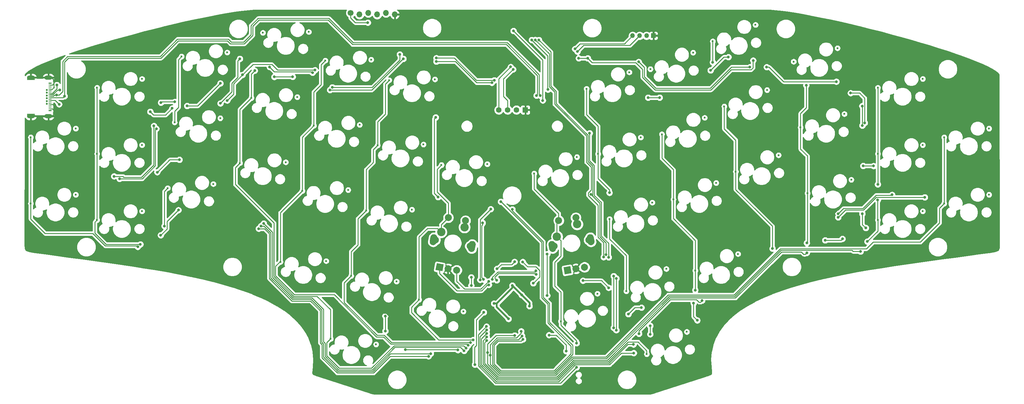
<source format=gtl>
%TF.GenerationSoftware,KiCad,Pcbnew,(5.1.7)-1*%
%TF.CreationDate,2020-11-12T22:52:03+09:00*%
%TF.ProjectId,yacc46,79616363-3436-42e6-9b69-6361645f7063,rev?*%
%TF.SameCoordinates,Original*%
%TF.FileFunction,Copper,L1,Top*%
%TF.FilePolarity,Positive*%
%FSLAX46Y46*%
G04 Gerber Fmt 4.6, Leading zero omitted, Abs format (unit mm)*
G04 Created by KiCad (PCBNEW (5.1.7)-1) date 2020-11-12 22:52:03*
%MOMM*%
%LPD*%
G01*
G04 APERTURE LIST*
%TA.AperFunction,SMDPad,CuDef*%
%ADD10R,0.260000X0.650000*%
%TD*%
%TA.AperFunction,SMDPad,CuDef*%
%ADD11R,2.300000X0.250000*%
%TD*%
%TA.AperFunction,SMDPad,CuDef*%
%ADD12R,0.850000X0.230000*%
%TD*%
%TA.AperFunction,ComponentPad*%
%ADD13C,0.600000*%
%TD*%
%TA.AperFunction,SMDPad,CuDef*%
%ADD14R,0.850000X0.460000*%
%TD*%
%TA.AperFunction,ComponentPad*%
%ADD15O,2.300000X1.200000*%
%TD*%
%TA.AperFunction,ComponentPad*%
%ADD16C,1.600000*%
%TD*%
%TA.AperFunction,ComponentPad*%
%ADD17R,1.600000X1.600000*%
%TD*%
%TA.AperFunction,ComponentPad*%
%ADD18C,2.400000*%
%TD*%
%TA.AperFunction,ComponentPad*%
%ADD19C,2.000000*%
%TD*%
%TA.AperFunction,ComponentPad*%
%ADD20C,0.100000*%
%TD*%
%TA.AperFunction,ComponentPad*%
%ADD21O,1.700000X1.700000*%
%TD*%
%TA.AperFunction,ComponentPad*%
%ADD22C,1.700000*%
%TD*%
%TA.AperFunction,ComponentPad*%
%ADD23R,1.350000X1.350000*%
%TD*%
%TA.AperFunction,ComponentPad*%
%ADD24O,1.350000X1.350000*%
%TD*%
%TA.AperFunction,ViaPad*%
%ADD25C,0.800000*%
%TD*%
%TA.AperFunction,Conductor*%
%ADD26C,0.500000*%
%TD*%
%TA.AperFunction,Conductor*%
%ADD27C,0.250000*%
%TD*%
%TA.AperFunction,Conductor*%
%ADD28C,0.230000*%
%TD*%
%TA.AperFunction,Conductor*%
%ADD29C,0.254000*%
%TD*%
%TA.AperFunction,Conductor*%
%ADD30C,0.100000*%
%TD*%
G04 APERTURE END LIST*
D10*
%TO.P,J1,SH*%
%TO.N,GND*%
X25670000Y-56850000D03*
X27710000Y-56850000D03*
D11*
X26690000Y-56650000D03*
D10*
X25670000Y-46460000D03*
D12*
%TO.P,J1,B12*%
X32215000Y-48280000D03*
D13*
%TO.P,J1,B9*%
%TO.N,UVBUS*%
X31290000Y-49680000D03*
%TO.P,J1,B8*%
%TO.N,Net-(J1-PadB8)*%
X31290000Y-50480000D03*
%TO.P,J1,B7*%
%TO.N,UDN*%
X31290000Y-51280000D03*
%TO.P,J1,B6*%
%TO.N,UDP*%
X31290000Y-52080000D03*
%TO.P,J1,B5*%
%TO.N,/CC2*%
X31290000Y-52880000D03*
%TO.P,J1,B4*%
%TO.N,UVBUS*%
X31290000Y-53680000D03*
D14*
%TO.P,J1,*%
%TO.N,*%
X32215000Y-47765000D03*
D12*
%TO.P,J1,B11*%
%TO.N,Net-(J1-PadB11)*%
X32215000Y-48680000D03*
%TO.P,J1,B10*%
%TO.N,Net-(J1-PadB10)*%
X32215000Y-49080000D03*
%TO.P,J1,A1*%
%TO.N,GND*%
X32215000Y-49480000D03*
%TO.P,J1,A2*%
%TO.N,Net-(J1-PadA2)*%
X32215000Y-49880000D03*
%TO.P,J1,A3*%
%TO.N,Net-(J1-PadA3)*%
X32215000Y-50280000D03*
%TO.P,J1,A4*%
%TO.N,UVBUS*%
X32215000Y-50680000D03*
%TO.P,J1,A5*%
%TO.N,/CC1*%
X32215000Y-51080000D03*
%TO.P,J1,A6*%
%TO.N,UDP*%
X32215000Y-51480000D03*
%TO.P,J1,A7*%
%TO.N,UDN*%
X32215000Y-51880000D03*
%TO.P,J1,A8*%
%TO.N,Net-(J1-PadA8)*%
X32215000Y-52280000D03*
%TO.P,J1,A9*%
%TO.N,UVBUS*%
X32215000Y-52680000D03*
%TO.P,J1,A10*%
%TO.N,Net-(J1-PadA10)*%
X32215000Y-53080000D03*
%TO.P,J1,A11*%
%TO.N,Net-(J1-PadA11)*%
X32215000Y-53480000D03*
%TO.P,J1,A12*%
%TO.N,GND*%
X32215000Y-53880000D03*
%TO.P,J1,B3*%
%TO.N,Net-(J1-PadB3)*%
X32215000Y-54280000D03*
%TO.P,J1,B2*%
%TO.N,Net-(J1-PadB2)*%
X32215000Y-54680000D03*
%TO.P,J1,B1*%
%TO.N,GND*%
X32215000Y-55080000D03*
D14*
%TO.P,J1,*%
%TO.N,*%
X32215000Y-55595000D03*
D15*
%TO.P,J1,SH*%
%TO.N,GND*%
X31740000Y-46130000D03*
X31740000Y-57230000D03*
X26690000Y-46130000D03*
X26690000Y-57230000D03*
D11*
X26690000Y-46710000D03*
D10*
X27710000Y-46460000D03*
%TD*%
D13*
%TO.P,SW43,1*%
%TO.N,COL6*%
X179004278Y-116286457D03*
%TO.P,SW43,2*%
%TO.N,Net-(D43-Pad2)*%
X189509526Y-108336696D03*
%TD*%
D16*
%TO.P,J2,4*%
%TO.N,SDA*%
X161190000Y-55430000D03*
%TO.P,J2,3*%
%TO.N,SCL*%
X163730000Y-55430000D03*
%TO.P,J2,2*%
%TO.N,VBUS*%
X166270000Y-55430000D03*
D17*
%TO.P,J2,1*%
%TO.N,GND*%
X168810000Y-55430000D03*
%TD*%
D18*
%TO.P,SW36,S2*%
%TO.N,Net-(D36-Pad2)*%
X183690947Y-88327548D03*
%TO.P,SW36,S1*%
%TO.N,COL6*%
X177878484Y-91931626D03*
D19*
%TO.P,SW36,*%
%TO.N,*%
X177068845Y-94653571D03*
X187074491Y-92889305D03*
%TA.AperFunction,ComponentPad*%
D20*
%TO.P,SW36,A*%
%TO.N,ENCR1*%
G36*
X182070466Y-102402777D02*
G01*
X180100850Y-102750073D01*
X179753554Y-100780457D01*
X181723170Y-100433161D01*
X182070466Y-102402777D01*
G37*
%TD.AperFunction*%
D19*
%TO.P,SW36,C*%
%TO.N,GND*%
X183374029Y-101157496D03*
%TO.P,SW36,B*%
%TO.N,ENCR2*%
X185836049Y-100723376D03*
%TO.P,SW36,*%
%TO.N,*%
%TA.AperFunction,ComponentPad*%
G36*
G01*
X176834582Y-96319561D02*
X176834582Y-96319561D01*
G75*
G02*
X175676126Y-95508401I-173648J984808D01*
G01*
X175467748Y-94326631D01*
G75*
G02*
X176278908Y-93168175I984808J173648D01*
G01*
X176278908Y-93168175D01*
G75*
G02*
X177437364Y-93979335I173648J-984808D01*
G01*
X177645742Y-95161105D01*
G75*
G02*
X176834582Y-96319561I-984808J-173648D01*
G01*
G37*
%TD.AperFunction*%
%TA.AperFunction,ComponentPad*%
G36*
G01*
X187864428Y-94374701D02*
X187864428Y-94374701D01*
G75*
G02*
X186705972Y-93563541I-173648J984808D01*
G01*
X186497594Y-92381771D01*
G75*
G02*
X187308754Y-91223315I984808J173648D01*
G01*
X187308754Y-91223315D01*
G75*
G02*
X188467210Y-92034475I173648J-984808D01*
G01*
X188675588Y-93216245D01*
G75*
G02*
X187864428Y-94374701I-984808J-173648D01*
G01*
G37*
%TD.AperFunction*%
%TO.P,SW36,S1*%
%TO.N,COL6*%
X178394111Y-87311904D03*
%TO.P,SW36,S2*%
%TO.N,Net-(D36-Pad2)*%
X183318150Y-86443663D03*
%TD*%
D21*
%TO.P,J3,6*%
%TO.N,GND*%
X131290000Y-27938600D03*
%TO.P,J3,5*%
%TO.N,RESET*%
X128750000Y-27481400D03*
%TO.P,J3,4*%
%TO.N,MOSI*%
X126210000Y-27938600D03*
%TO.P,J3,3*%
%TO.N,ROWR2*%
X123670000Y-27481400D03*
%TO.P,J3,2*%
%TO.N,VBUS*%
X121130000Y-27938600D03*
D22*
%TO.P,J3,1*%
%TO.N,MISO*%
X118590000Y-27481400D03*
%TD*%
D23*
%TO.P,J4,4*%
%TO.N,GND*%
X205640000Y-34070000D03*
D24*
%TO.P,J4,3*%
%TO.N,VBUS*%
X203640000Y-34070000D03*
%TO.P,J4,2*%
%TO.N,SCL*%
X201640000Y-34070000D03*
%TO.P,J4,1*%
%TO.N,SDA*%
X199640000Y-34070000D03*
%TD*%
D13*
%TO.P,SW1,1*%
%TO.N,COL1*%
X45715000Y-49035000D03*
%TO.P,SW1,2*%
%TO.N,Net-(D1-Pad2)*%
X58642000Y-46495000D03*
%TD*%
%TO.P,SW2,2*%
%TO.N,Net-(D2-Pad2)*%
X83116991Y-38865012D03*
%TO.P,SW2,1*%
%TO.N,COL2*%
X69995304Y-40039858D03*
%TD*%
%TO.P,SW3,2*%
%TO.N,Net-(D3-Pad2)*%
X106551944Y-32957604D03*
%TO.P,SW3,1*%
%TO.N,COL3*%
X93380267Y-33214266D03*
%TD*%
%TO.P,SW4,1*%
%TO.N,COL4*%
X111313855Y-41212411D03*
%TO.P,SW4,2*%
%TO.N,Net-(D4-Pad2)*%
X124485532Y-40955749D03*
%TD*%
%TO.P,SW5,2*%
%TO.N,Net-(D5-Pad2)*%
X142832620Y-46608820D03*
%TO.P,SW5,1*%
%TO.N,COL5*%
X129660943Y-46865482D03*
%TD*%
%TO.P,SW6,1*%
%TO.N,COL0*%
X26665000Y-63322500D03*
%TO.P,SW6,2*%
%TO.N,Net-(D6-Pad2)*%
X39592000Y-60782500D03*
%TD*%
%TO.P,SW7,1*%
%TO.N,COL1*%
X45715000Y-68085000D03*
%TO.P,SW7,2*%
%TO.N,Net-(D7-Pad2)*%
X58642000Y-65545000D03*
%TD*%
%TO.P,SW8,1*%
%TO.N,COL2*%
X68004036Y-58985500D03*
%TO.P,SW8,2*%
%TO.N,Net-(D8-Pad2)*%
X81125723Y-57810654D03*
%TD*%
%TO.P,SW9,2*%
%TO.N,Net-(D9-Pad2)*%
X103243946Y-51718192D03*
%TO.P,SW9,1*%
%TO.N,COL3*%
X90072269Y-51974854D03*
%TD*%
%TO.P,SW10,2*%
%TO.N,Net-(D10-Pad2)*%
X121177534Y-59716337D03*
%TO.P,SW10,1*%
%TO.N,COL4*%
X108005857Y-59972999D03*
%TD*%
%TO.P,SW11,2*%
%TO.N,Net-(D11-Pad2)*%
X139524622Y-65369408D03*
%TO.P,SW11,1*%
%TO.N,COL5*%
X126352945Y-65626070D03*
%TD*%
%TO.P,SW12,1*%
%TO.N,COL6*%
X144700033Y-71279141D03*
%TO.P,SW12,2*%
%TO.N,Net-(D12-Pad2)*%
X157871710Y-71022479D03*
%TD*%
%TO.P,SW13,2*%
%TO.N,Net-(D13-Pad2)*%
X39592000Y-79832500D03*
%TO.P,SW13,1*%
%TO.N,COL0*%
X26665000Y-82372500D03*
%TD*%
%TO.P,SW14,1*%
%TO.N,COL1*%
X45715000Y-87135000D03*
%TO.P,SW14,2*%
%TO.N,Net-(D14-Pad2)*%
X58642000Y-84595000D03*
%TD*%
%TO.P,SW15,2*%
%TO.N,Net-(D15-Pad2)*%
X79134456Y-76756296D03*
%TO.P,SW15,1*%
%TO.N,COL2*%
X66012769Y-77931142D03*
%TD*%
%TO.P,SW16,1*%
%TO.N,COL3*%
X86764271Y-70735442D03*
%TO.P,SW16,2*%
%TO.N,Net-(D16-Pad2)*%
X99935948Y-70478780D03*
%TD*%
%TO.P,SW17,2*%
%TO.N,Net-(D17-Pad2)*%
X117869536Y-78476924D03*
%TO.P,SW17,1*%
%TO.N,COL4*%
X104697859Y-78733586D03*
%TD*%
%TO.P,SW18,1*%
%TO.N,COL5*%
X123044947Y-84386658D03*
%TO.P,SW18,2*%
%TO.N,Net-(D18-Pad2)*%
X136216624Y-84129996D03*
%TD*%
D19*
%TO.P,SW19,S2*%
%TO.N,Net-(D19-Pad2)*%
X151605889Y-87311904D03*
%TO.P,SW19,S1*%
%TO.N,COL6*%
X146681850Y-86443663D03*
%TO.P,SW19,*%
%TO.N,*%
%TA.AperFunction,ComponentPad*%
G36*
G01*
X153165418Y-96319561D02*
X153165418Y-96319561D01*
G75*
G02*
X152354258Y-95161105I173648J984808D01*
G01*
X152562636Y-93979335D01*
G75*
G02*
X153721092Y-93168175I984808J-173648D01*
G01*
X153721092Y-93168175D01*
G75*
G02*
X154532252Y-94326631I-173648J-984808D01*
G01*
X154323874Y-95508401D01*
G75*
G02*
X153165418Y-96319561I-984808J173648D01*
G01*
G37*
%TD.AperFunction*%
%TA.AperFunction,ComponentPad*%
G36*
G01*
X142135572Y-94374701D02*
X142135572Y-94374701D01*
G75*
G02*
X141324412Y-93216245I173648J984808D01*
G01*
X141532790Y-92034475D01*
G75*
G02*
X142691246Y-91223315I984808J-173648D01*
G01*
X142691246Y-91223315D01*
G75*
G02*
X143502406Y-92381771I-173648J-984808D01*
G01*
X143294028Y-93563541D01*
G75*
G02*
X142135572Y-94374701I-984808J173648D01*
G01*
G37*
%TD.AperFunction*%
%TO.P,SW19,B*%
%TO.N,ENCL2*%
X149087990Y-101591617D03*
%TO.P,SW19,C*%
%TO.N,GND*%
X146625971Y-101157496D03*
%TA.AperFunction,ComponentPad*%
D20*
%TO.P,SW19,A*%
%TO.N,ENCL1*%
G36*
X144975111Y-101881832D02*
G01*
X143005495Y-101534536D01*
X143352791Y-99564920D01*
X145322407Y-99912216D01*
X144975111Y-101881832D01*
G37*
%TD.AperFunction*%
D19*
%TO.P,SW19,*%
%TO.N,*%
X152931155Y-94653571D03*
X142925509Y-92889305D03*
D18*
%TO.P,SW19,S1*%
%TO.N,COL6*%
X144617281Y-90608427D03*
%TO.P,SW19,S2*%
%TO.N,Net-(D19-Pad2)*%
X151311876Y-89209681D03*
%TD*%
D13*
%TO.P,SW20,2*%
%TO.N,Net-(D20-Pad2)*%
X111569263Y-98939625D03*
%TO.P,SW20,1*%
%TO.N,COL4*%
X98397586Y-99196287D03*
%TD*%
%TO.P,SW21,1*%
%TO.N,COL5*%
X118709046Y-103241793D03*
%TO.P,SW21,2*%
%TO.N,Net-(D21-Pad2)*%
X131788256Y-104820772D03*
%TD*%
%TO.P,SW22,2*%
%TO.N,Net-(D22-Pad2)*%
X150991983Y-113458624D03*
%TO.P,SW22,1*%
%TO.N,COL6*%
X138259810Y-110074738D03*
%TD*%
%TO.P,SW23,1*%
%TO.N,COL3*%
X112822272Y-121359419D03*
%TO.P,SW23,2*%
%TO.N,Net-(D23-Pad2)*%
X125901482Y-122938398D03*
%TD*%
%TO.P,SW24,1*%
%TO.N,COL5*%
X186384331Y-49326077D03*
%TO.P,SW24,2*%
%TO.N,Net-(D24-Pad2)*%
X198673874Y-44579915D03*
%TD*%
%TO.P,SW25,2*%
%TO.N,Net-(D25-Pad2)*%
X217020962Y-38926844D03*
%TO.P,SW25,1*%
%TO.N,COL4*%
X204731419Y-43673006D03*
%TD*%
%TO.P,SW26,2*%
%TO.N,Net-(D26-Pad2)*%
X234954550Y-30928699D03*
%TO.P,SW26,1*%
%TO.N,COL3*%
X222665007Y-35674861D03*
%TD*%
%TO.P,SW27,1*%
%TO.N,COL2*%
X245912321Y-41521027D03*
%TO.P,SW27,2*%
%TO.N,Net-(D27-Pad2)*%
X258503003Y-37643701D03*
%TD*%
%TO.P,SW28,2*%
%TO.N,Net-(D28-Pad2)*%
X283042000Y-46495000D03*
%TO.P,SW28,1*%
%TO.N,COL1*%
X270115000Y-49035000D03*
%TD*%
%TO.P,SW29,1*%
%TO.N,COL6*%
X171345241Y-73739736D03*
%TO.P,SW29,2*%
%TO.N,Net-(D29-Pad2)*%
X183634784Y-68993574D03*
%TD*%
%TO.P,SW30,1*%
%TO.N,COL5*%
X189692329Y-68086665D03*
%TO.P,SW30,2*%
%TO.N,Net-(D30-Pad2)*%
X201981872Y-63340503D03*
%TD*%
%TO.P,SW31,2*%
%TO.N,Net-(D31-Pad2)*%
X220328960Y-57687432D03*
%TO.P,SW31,1*%
%TO.N,COL4*%
X208039417Y-62433594D03*
%TD*%
%TO.P,SW32,1*%
%TO.N,COL3*%
X225973005Y-54435449D03*
%TO.P,SW32,2*%
%TO.N,Net-(D32-Pad2)*%
X238262548Y-49689287D03*
%TD*%
%TO.P,SW33,2*%
%TO.N,Net-(D33-Pad2)*%
X260494271Y-56589343D03*
%TO.P,SW33,1*%
%TO.N,COL2*%
X247903589Y-60466669D03*
%TD*%
%TO.P,SW34,1*%
%TO.N,COL1*%
X270115000Y-68085000D03*
%TO.P,SW34,2*%
%TO.N,Net-(D34-Pad2)*%
X283042000Y-65545000D03*
%TD*%
%TO.P,SW35,2*%
%TO.N,Net-(D35-Pad2)*%
X302092000Y-60782500D03*
%TO.P,SW35,1*%
%TO.N,COL0*%
X289165000Y-63322500D03*
%TD*%
%TO.P,SW37,1*%
%TO.N,COL5*%
X193000327Y-86847253D03*
%TO.P,SW37,2*%
%TO.N,Net-(D37-Pad2)*%
X205289870Y-82101091D03*
%TD*%
%TO.P,SW38,2*%
%TO.N,Net-(D38-Pad2)*%
X223636958Y-76448019D03*
%TO.P,SW38,1*%
%TO.N,COL4*%
X211347415Y-81194181D03*
%TD*%
%TO.P,SW39,1*%
%TO.N,COL3*%
X229281003Y-73196037D03*
%TO.P,SW39,2*%
%TO.N,Net-(D39-Pad2)*%
X241570546Y-68449875D03*
%TD*%
%TO.P,SW40,2*%
%TO.N,Net-(D40-Pad2)*%
X262485538Y-75534985D03*
%TO.P,SW40,1*%
%TO.N,COL2*%
X249894856Y-79412311D03*
%TD*%
%TO.P,SW41,1*%
%TO.N,COL1*%
X270115000Y-87135000D03*
%TO.P,SW41,2*%
%TO.N,Net-(D41-Pad2)*%
X283042000Y-84595000D03*
%TD*%
%TO.P,SW42,2*%
%TO.N,Net-(D42-Pad2)*%
X302092000Y-79832500D03*
%TO.P,SW42,1*%
%TO.N,COL0*%
X289165000Y-82372500D03*
%TD*%
%TO.P,SW44,2*%
%TO.N,Net-(D44-Pad2)*%
X209323888Y-101210218D03*
%TO.P,SW44,1*%
%TO.N,COL5*%
X197814483Y-107620564D03*
%TD*%
%TO.P,SW45,1*%
%TO.N,COL4*%
X217647688Y-101656882D03*
%TO.P,SW45,2*%
%TO.N,Net-(D45-Pad2)*%
X229937231Y-96910720D03*
%TD*%
%TO.P,SW46,2*%
%TO.N,Net-(D46-Pad2)*%
X215210662Y-119327844D03*
%TO.P,SW46,1*%
%TO.N,COL3*%
X203701257Y-125738190D03*
%TD*%
D25*
%TO.N,VBUS*%
X159800000Y-111180000D03*
X165070000Y-106000000D03*
X163980000Y-115600000D03*
X167750000Y-108710000D03*
X169990000Y-111920000D03*
%TO.N,GND*%
X41280000Y-55280000D03*
X161910000Y-103620000D03*
X162630000Y-119360000D03*
X189170000Y-123230000D03*
X53130000Y-59030000D03*
X189170000Y-130580000D03*
X44060000Y-59030000D03*
X65940000Y-48980000D03*
X149040000Y-106050000D03*
X151640000Y-108680000D03*
X161010000Y-99630000D03*
X158820000Y-96970000D03*
X104830000Y-91270000D03*
X115650000Y-108400000D03*
X125550000Y-113860000D03*
X130510000Y-116990000D03*
X101130000Y-88640000D03*
X90370000Y-91960000D03*
X71600000Y-89550000D03*
X43150000Y-78970000D03*
X44220000Y-83500000D03*
X50580000Y-83530000D03*
X63290000Y-84770000D03*
X67710000Y-43900000D03*
X137630000Y-38900000D03*
X90190000Y-41480000D03*
X137530000Y-34650000D03*
X193630000Y-34900000D03*
X177930000Y-43770000D03*
X168840000Y-48810000D03*
X239100000Y-40550000D03*
X250770000Y-46170000D03*
X263120000Y-47760000D03*
X276640000Y-78950000D03*
X255980000Y-85520000D03*
X216320000Y-88910000D03*
X235930000Y-88600000D03*
X243430000Y-88660000D03*
X247830000Y-85450000D03*
X95910000Y-61530000D03*
X120960000Y-118450000D03*
X231190000Y-41810000D03*
X254530000Y-51920000D03*
X262760000Y-86330000D03*
X155460000Y-108680000D03*
X147660000Y-125530000D03*
X95760000Y-80980000D03*
X81260000Y-91310000D03*
X56500000Y-80770000D03*
X55340000Y-76980000D03*
X231630000Y-93680000D03*
X243510000Y-92580000D03*
X236670000Y-80890000D03*
X229890000Y-60430000D03*
X158440000Y-60290000D03*
X173160000Y-60350000D03*
X178270000Y-81490000D03*
X153710000Y-81590000D03*
X169810000Y-105280000D03*
X169800000Y-117660000D03*
X172160000Y-121130000D03*
X178260000Y-126050000D03*
X168489999Y-128174980D03*
X165860000Y-124410000D03*
X175280000Y-124640000D03*
X165440000Y-108630000D03*
X162350000Y-111690000D03*
X168180000Y-111880000D03*
X165940000Y-115120000D03*
X168430000Y-123010000D03*
X165860000Y-126860000D03*
X175439999Y-128190001D03*
X174650000Y-135230000D03*
X177270000Y-112430000D03*
X181310000Y-110860000D03*
X174390000Y-117580000D03*
X197490000Y-128130000D03*
X207890000Y-121760000D03*
X218580000Y-119430000D03*
X221080000Y-116230000D03*
X221130000Y-111930000D03*
X208200000Y-114110000D03*
X200130000Y-115360000D03*
X225610000Y-67680000D03*
X211290000Y-67680000D03*
X207270000Y-73740000D03*
X212070000Y-96570000D03*
X251910000Y-64740000D03*
X246820000Y-70660000D03*
X291740000Y-70680000D03*
X287320000Y-75370000D03*
X290510000Y-91190000D03*
X284020000Y-87500000D03*
X268960000Y-41310000D03*
X216050000Y-47600000D03*
X218390000Y-51250000D03*
X188400000Y-55710000D03*
X184590000Y-55780000D03*
X183060000Y-62770000D03*
X125260000Y-74030000D03*
X120880000Y-71680000D03*
X128640000Y-71570000D03*
X126720000Y-54350000D03*
X128320000Y-61280000D03*
X140440000Y-61690000D03*
X144900000Y-61690000D03*
X81260000Y-87470000D03*
X103580000Y-94990000D03*
X103310000Y-106470000D03*
X102120000Y-112440000D03*
X90000000Y-104190000D03*
X26860000Y-91250000D03*
X30820000Y-87340000D03*
X29180000Y-69840000D03*
X39530000Y-69840000D03*
X114500000Y-27480000D03*
X111120000Y-30970000D03*
X125030000Y-32860000D03*
X116530000Y-87960000D03*
X116510000Y-91580000D03*
X121550000Y-79930000D03*
X122240000Y-96920000D03*
X84830000Y-58970000D03*
X83090000Y-69850000D03*
X80790000Y-96530000D03*
X63340000Y-96740000D03*
X136870000Y-128970000D03*
X257840000Y-98610000D03*
X263830000Y-92820000D03*
X210560000Y-88010000D03*
X199700000Y-94790000D03*
X195170000Y-98940000D03*
X190520000Y-79090000D03*
X187420000Y-83950000D03*
X172940000Y-83510000D03*
X161820000Y-86880000D03*
X162040000Y-41100000D03*
X178630000Y-34900000D03*
X156130000Y-30700000D03*
X193100000Y-59240000D03*
X268120000Y-56650000D03*
X273150000Y-59520000D03*
X33900000Y-41740000D03*
X43850000Y-42020000D03*
X100390000Y-30820000D03*
X50250000Y-36400000D03*
X160350000Y-135170000D03*
X57620000Y-35090000D03*
X58620000Y-42520000D03*
X69750000Y-37050000D03*
X73170000Y-32870000D03*
X64700000Y-33910000D03*
X82370000Y-33400000D03*
X89300000Y-29560000D03*
X96750000Y-27440000D03*
X105610000Y-27470000D03*
X93620000Y-30980000D03*
X89220000Y-37320000D03*
X42680000Y-38590000D03*
X167760000Y-100750000D03*
X187020000Y-125340000D03*
X140280000Y-120530000D03*
X144990000Y-119210000D03*
X67090000Y-83110000D03*
X65660000Y-58670000D03*
X67810000Y-64680000D03*
X60050000Y-61940000D03*
X74090000Y-55930000D03*
X101900000Y-65450000D03*
X107980000Y-69160000D03*
X110730000Y-65720000D03*
X106800000Y-84070000D03*
X144300000Y-95690000D03*
X128750000Y-94720000D03*
%TO.N,AREF*%
X165710000Y-99160000D03*
X160680000Y-101170000D03*
%TO.N,UCAP*%
X168060000Y-99190000D03*
X171080000Y-105320000D03*
%TO.N,ROWL0*%
X96650000Y-45920000D03*
X101930000Y-45890000D03*
X81140000Y-47770000D03*
X71600000Y-54270000D03*
X67300000Y-54970000D03*
X60990000Y-55940000D03*
X143040000Y-57570000D03*
X143730000Y-80520000D03*
X156525000Y-87950000D03*
X156794508Y-104245315D03*
%TO.N,ROWL1*%
X63000000Y-73360000D03*
X69390000Y-69760000D03*
X155800000Y-104350000D03*
X158850000Y-83990000D03*
%TO.N,ROWL2*%
X153260000Y-103620000D03*
X153260000Y-105990000D03*
X69110000Y-84264990D03*
X64010000Y-91510000D03*
%TO.N,ROWL3*%
X128540000Y-114760000D03*
X128570000Y-119100000D03*
%TO.N,MISO*%
X222040000Y-44030000D03*
X204090000Y-51880000D03*
X207380000Y-51880000D03*
X192745000Y-97847591D03*
X187280000Y-62130000D03*
X123530000Y-30300000D03*
X175290000Y-49560000D03*
X227160000Y-40210000D03*
X170660000Y-35290000D03*
%TO.N,MOSI*%
X265910000Y-71540000D03*
X268880000Y-71570000D03*
X192020000Y-97120000D03*
X187640000Y-79710000D03*
X172704430Y-35283820D03*
%TO.N,ROWR2*%
X265640000Y-85320000D03*
X266650000Y-89420000D03*
X191295000Y-97816147D03*
X171660754Y-35265449D03*
%TO.N,ROWR3*%
X217160000Y-111050000D03*
X218210000Y-116020000D03*
X185360000Y-104585000D03*
X192730000Y-106630000D03*
X198410000Y-114230000D03*
X202190000Y-112360000D03*
%TO.N,UVBUS*%
X34810000Y-53810000D03*
X34150000Y-48250000D03*
%TO.N,UDN*%
X172015000Y-51290000D03*
X36360000Y-51460000D03*
%TO.N,UDP*%
X34045000Y-51135000D03*
X173065000Y-51290000D03*
%TO.N,/CC1*%
X35000000Y-49650000D03*
%TO.N,SDA*%
X183069523Y-37875000D03*
X164596106Y-43039921D03*
X167866125Y-120514866D03*
X165064154Y-84085846D03*
%TO.N,SCL*%
X161767653Y-81862347D03*
X183760000Y-38630000D03*
X165290000Y-43760000D03*
X168119391Y-121482265D03*
%TO.N,RESET*%
X165400000Y-32685000D03*
X173810000Y-52700000D03*
X175090000Y-108870000D03*
X175090000Y-96940000D03*
X175620000Y-120274980D03*
X180550000Y-124890000D03*
%TO.N,LED*%
X149413629Y-124563629D03*
X134330000Y-124490030D03*
%TO.N,Net-(LED3-Pad3)*%
X50600000Y-74545000D03*
X62050000Y-60030000D03*
%TO.N,Net-(LED4-Pad3)*%
X52170000Y-75270000D03*
X64080000Y-53330000D03*
X86770000Y-40700000D03*
X81180000Y-53530000D03*
X68060000Y-53110000D03*
X62754990Y-60843735D03*
%TO.N,Net-(LED5-Pad3)*%
X87530000Y-45320000D03*
X132720000Y-39450000D03*
X83130000Y-52700000D03*
X108350000Y-43960000D03*
X113320000Y-48920000D03*
%TO.N,Net-(LED6-Pad3)*%
X95320000Y-43060000D03*
X133760000Y-40710000D03*
X143230000Y-41500003D03*
X159192892Y-47615000D03*
X107651675Y-44675783D03*
X112674818Y-49684031D03*
%TO.N,Net-(LED7-Pad3)*%
X143230000Y-40500000D03*
X159900000Y-46890000D03*
X186750000Y-40550000D03*
X234290000Y-41190000D03*
X184150000Y-40550000D03*
%TO.N,Net-(LED10-Pad6)*%
X201370000Y-41600000D03*
X233340000Y-43100000D03*
X238160000Y-43090000D03*
X258190000Y-47290000D03*
%TO.N,Net-(LED10-Pad4)*%
X262290000Y-50570000D03*
X266345000Y-59165127D03*
%TO.N,Net-(LED10-Pad3)*%
X258736969Y-85307726D03*
X274210000Y-79865000D03*
X265620000Y-54310000D03*
X265650000Y-59920000D03*
%TO.N,Net-(LED11-Pad3)*%
X258720000Y-86350000D03*
X283620000Y-80590000D03*
%TO.N,Net-(LED12-Pad3)*%
X259950000Y-92540000D03*
X254960000Y-92960000D03*
X194194453Y-118162523D03*
X194205032Y-103263141D03*
%TO.N,Net-(LED13-Pad3)*%
X194930000Y-103960000D03*
X194930000Y-118840000D03*
%TO.N,HWB*%
X156870000Y-113710000D03*
X154300000Y-128760000D03*
%TO.N,COL1*%
X165730000Y-120380000D03*
X58170000Y-94120000D03*
X92826877Y-88865020D03*
X157925000Y-125315000D03*
X267090000Y-93320000D03*
X265160000Y-96180000D03*
X270110000Y-76860000D03*
X270090000Y-81380000D03*
X141630000Y-125600000D03*
%TO.N,COL2*%
X249520000Y-48350000D03*
X157705200Y-121858201D03*
X93610000Y-88140020D03*
X151218138Y-124813089D03*
X249690000Y-93740000D03*
X249690000Y-96585010D03*
X65075000Y-88860000D03*
%TO.N,COL3*%
X222660000Y-41720000D03*
X157701099Y-120836996D03*
X151808120Y-124005670D03*
X239830000Y-95360000D03*
X91030000Y-44120000D03*
%TO.N,COL4*%
X152400713Y-123200167D03*
X217620000Y-107320000D03*
X219610000Y-110295020D03*
X199890000Y-122955000D03*
X157679519Y-119833270D03*
X201470000Y-119870000D03*
%TO.N,COL5*%
X157697871Y-118789613D03*
X153020000Y-122415000D03*
X204670000Y-117580000D03*
X199970000Y-125440000D03*
X204700000Y-120010000D03*
X192980000Y-79280000D03*
%TO.N,COL0*%
X167620000Y-119170000D03*
X57417422Y-94845000D03*
X92173787Y-89622303D03*
X158674873Y-126024873D03*
X140976045Y-126375000D03*
%TO.N,COL6*%
X157642233Y-117791160D03*
X153761696Y-121671696D03*
X183516152Y-129536152D03*
X183540000Y-122580000D03*
%TO.N,ENCL2*%
X158293152Y-104793984D03*
%TO.N,ENCL1*%
X158316282Y-105793718D03*
%TO.N,ENCR1*%
X160577347Y-104452653D03*
X171960000Y-102770000D03*
%TO.N,ENCR2*%
X159300000Y-104220000D03*
X171860497Y-101774961D03*
%TD*%
D26*
%TO.N,VBUS*%
X159800000Y-111180000D02*
X160590000Y-111180000D01*
X165070000Y-106700000D02*
X165070000Y-106000000D01*
X160590000Y-111180000D02*
X165070000Y-106700000D01*
X160590000Y-112210000D02*
X163980000Y-115600000D01*
X160590000Y-111180000D02*
X160590000Y-112210000D01*
X165070000Y-106030000D02*
X167750000Y-108710000D01*
X165070000Y-106000000D02*
X165070000Y-106030000D01*
X167750000Y-108710000D02*
X170030000Y-110990000D01*
X170030000Y-111880000D02*
X169990000Y-111920000D01*
X170030000Y-110990000D02*
X170030000Y-111880000D01*
%TO.N,GND*%
X27380000Y-46130000D02*
X31740000Y-46130000D01*
X26690000Y-46130000D02*
X27380000Y-46130000D01*
X27330000Y-57230000D02*
X31740000Y-57230000D01*
X26690000Y-57230000D02*
X27330000Y-57230000D01*
X41280000Y-55280000D02*
X41280000Y-56640000D01*
X41280000Y-56640000D02*
X40690000Y-57230000D01*
D27*
X26310000Y-56850000D02*
X26690000Y-57230000D01*
X25670000Y-56850000D02*
X26310000Y-56850000D01*
X27070000Y-56850000D02*
X26690000Y-57230000D01*
X27710000Y-56850000D02*
X27070000Y-56850000D01*
D28*
X31740000Y-57230000D02*
X32760000Y-57230000D01*
X32760000Y-57230000D02*
X33500000Y-56490000D01*
X32215000Y-53880000D02*
X32970000Y-53880000D01*
X32970000Y-53880000D02*
X33500000Y-54410000D01*
X32900000Y-55080000D02*
X33500000Y-55680000D01*
X32215000Y-55080000D02*
X32900000Y-55080000D01*
X33500000Y-55680000D02*
X33500000Y-56490000D01*
X33500000Y-54410000D02*
X33500000Y-55680000D01*
X32215000Y-49480000D02*
X32780000Y-49480000D01*
X32780000Y-49480000D02*
X33330000Y-48930000D01*
X32860000Y-48280000D02*
X33330000Y-47810000D01*
X32215000Y-48280000D02*
X32860000Y-48280000D01*
X33330000Y-48930000D02*
X33330000Y-47810000D01*
X31740000Y-46130000D02*
X32680000Y-46130000D01*
X33330000Y-46780000D02*
X33330000Y-47810000D01*
X32680000Y-46130000D02*
X33330000Y-46780000D01*
D26*
X42260000Y-57230000D02*
X44060000Y-59030000D01*
X38670000Y-57230000D02*
X42260000Y-57230000D01*
X40690000Y-57230000D02*
X38670000Y-57230000D01*
X38670000Y-57230000D02*
X31740000Y-57230000D01*
X53130000Y-59030000D02*
X54150000Y-59030000D01*
X64200000Y-48980000D02*
X65940000Y-48980000D01*
X54150000Y-59030000D02*
X64200000Y-48980000D01*
X146625971Y-103635971D02*
X149040000Y-106050000D01*
X146625971Y-101157496D02*
X146625971Y-103635971D01*
X151640000Y-108680000D02*
X155460000Y-108680000D01*
X161010000Y-99160000D02*
X158820000Y-96970000D01*
X161010000Y-99630000D02*
X161010000Y-99160000D01*
X104830000Y-91270000D02*
X107610000Y-94050000D01*
X107610000Y-94050000D02*
X111340000Y-94050000D01*
X115650000Y-98360000D02*
X115650000Y-108400000D01*
X111340000Y-94050000D02*
X115650000Y-98360000D01*
X128898002Y-113860000D02*
X130508002Y-115470000D01*
X125550000Y-113860000D02*
X128898002Y-113860000D01*
X130508002Y-116988002D02*
X130510000Y-116990000D01*
X130508002Y-115470000D02*
X130508002Y-116988002D01*
X103760000Y-91270000D02*
X101130000Y-88640000D01*
X104830000Y-91270000D02*
X103760000Y-91270000D01*
X90370000Y-91960000D02*
X81910000Y-91960000D01*
X79500000Y-89550000D02*
X71600000Y-89550000D01*
X81910000Y-91960000D02*
X81260000Y-91310000D01*
X43150000Y-78970000D02*
X43150000Y-60400000D01*
X43150000Y-59940000D02*
X43150000Y-60400000D01*
X44060000Y-59030000D02*
X43150000Y-59940000D01*
X43150000Y-82430000D02*
X44220000Y-83500000D01*
X43150000Y-78970000D02*
X43150000Y-82430000D01*
X50580000Y-83530000D02*
X53340000Y-80770000D01*
X53340000Y-80770000D02*
X56500000Y-80770000D01*
X59290000Y-80770000D02*
X63270000Y-84750000D01*
X63270000Y-84750000D02*
X63290000Y-84770000D01*
X65940000Y-45670000D02*
X65940000Y-48980000D01*
X67710000Y-43900000D02*
X65940000Y-45670000D01*
X137630000Y-38900000D02*
X134660000Y-38900000D01*
X134660000Y-38900000D02*
X133460000Y-37700000D01*
X133460000Y-37700000D02*
X116490000Y-37700000D01*
X116490000Y-37700000D02*
X115440000Y-36650000D01*
X115440000Y-36650000D02*
X111380000Y-36650000D01*
X106550000Y-41480000D02*
X90190000Y-41480000D01*
X111380000Y-36650000D02*
X106550000Y-41480000D01*
X131290000Y-27938600D02*
X133068600Y-27938600D01*
X137530000Y-32400000D02*
X137530000Y-34650000D01*
X133068600Y-27938600D02*
X137530000Y-32400000D01*
X163430000Y-38900000D02*
X137630000Y-38900000D01*
X168840000Y-44310000D02*
X163430000Y-38900000D01*
X205640000Y-34070000D02*
X205640000Y-32130000D01*
X205640000Y-32130000D02*
X205010000Y-31500000D01*
X205010000Y-31500000D02*
X197030000Y-31500000D01*
X197030000Y-31500000D02*
X193630000Y-34900000D01*
X193630000Y-34900000D02*
X184140000Y-34900000D01*
X177930000Y-41110000D02*
X177930000Y-43770000D01*
X184140000Y-34900000D02*
X177930000Y-41110000D01*
X168840000Y-48810000D02*
X168840000Y-44310000D01*
X168840000Y-52850000D02*
X168840000Y-48810000D01*
X205640000Y-34070000D02*
X213970000Y-34070000D01*
X213970000Y-34070000D02*
X219540000Y-28500000D01*
X219540000Y-28500000D02*
X235030000Y-28500000D01*
X235030000Y-28500000D02*
X237270000Y-30740000D01*
X237270000Y-30740000D02*
X237270000Y-37110000D01*
X237270000Y-37110000D02*
X238820000Y-38660000D01*
X238820000Y-40270000D02*
X239100000Y-40550000D01*
X238820000Y-38660000D02*
X238820000Y-40270000D01*
X244720000Y-46170000D02*
X239100000Y-40550000D01*
X250770000Y-46170000D02*
X244720000Y-46170000D01*
X263685685Y-47760000D02*
X268120000Y-52194315D01*
X263120000Y-47760000D02*
X263685685Y-47760000D01*
X268120000Y-52194315D02*
X268120000Y-56650000D01*
X268120000Y-64830000D02*
X263870000Y-69080000D01*
X263870000Y-69080000D02*
X263870000Y-72400000D01*
X263870000Y-72400000D02*
X268630000Y-77160000D01*
X276640000Y-78950000D02*
X275950000Y-78260000D01*
X269730000Y-78260000D02*
X268630000Y-77160000D01*
X275950000Y-78260000D02*
X269730000Y-78260000D01*
X255980000Y-85520000D02*
X257160000Y-85520000D01*
X257160000Y-85520000D02*
X259910000Y-82770000D01*
X265220000Y-82770000D02*
X269730000Y-78260000D01*
X259910000Y-82770000D02*
X265220000Y-82770000D01*
X216320000Y-88910000D02*
X217550000Y-87680000D01*
X217550000Y-87680000D02*
X221950000Y-87680000D01*
X221950000Y-87680000D02*
X222990000Y-88720000D01*
X235810000Y-88720000D02*
X235930000Y-88600000D01*
X222990000Y-88720000D02*
X235810000Y-88720000D01*
X246640000Y-85450000D02*
X247830000Y-85450000D01*
X243430000Y-88660000D02*
X246640000Y-85450000D01*
X189170000Y-130580000D02*
X189170000Y-133530000D01*
X189170000Y-133530000D02*
X187470000Y-135230000D01*
X187470000Y-135230000D02*
X174650000Y-135230000D01*
X62790000Y-42520000D02*
X65940000Y-45670000D01*
X48640000Y-42520000D02*
X58620000Y-42520000D01*
X81260000Y-91310000D02*
X79500000Y-89550000D01*
X56500000Y-80770000D02*
X59290000Y-80770000D01*
X268120000Y-56650000D02*
X268120000Y-64830000D01*
X44350000Y-42520000D02*
X43850000Y-42020000D01*
X48640000Y-42520000D02*
X44350000Y-42520000D01*
X160410000Y-135230000D02*
X160350000Y-135170000D01*
X174650000Y-135230000D02*
X160410000Y-135230000D01*
X58620000Y-42520000D02*
X62790000Y-42520000D01*
X189130000Y-123230000D02*
X187020000Y-125340000D01*
X189170000Y-123230000D02*
X189130000Y-123230000D01*
D27*
%TO.N,AREF*%
X165710000Y-99160000D02*
X164920000Y-99950000D01*
X161900000Y-99950000D02*
X160680000Y-101170000D01*
X164920000Y-99950000D02*
X161900000Y-99950000D01*
%TO.N,UCAP*%
X168060000Y-99190000D02*
X169480000Y-100610000D01*
X171860000Y-100610000D02*
X172900000Y-101650000D01*
X169480000Y-100610000D02*
X171860000Y-100610000D01*
X172900000Y-103500000D02*
X171080000Y-105320000D01*
X172900000Y-101650000D02*
X172900000Y-103500000D01*
%TO.N,ROWL0*%
X101900000Y-45920000D02*
X101930000Y-45890000D01*
X96650000Y-45920000D02*
X101900000Y-45920000D01*
X74640000Y-54270000D02*
X71600000Y-54270000D01*
X81140000Y-47770000D02*
X74640000Y-54270000D01*
X60990000Y-55940000D02*
X61950000Y-56900000D01*
X65370000Y-56900000D02*
X67300000Y-54970000D01*
X61950000Y-56900000D02*
X65370000Y-56900000D01*
X143040000Y-57570000D02*
X142950000Y-57660000D01*
X142640001Y-79430001D02*
X143730000Y-80520000D01*
X142640001Y-57969999D02*
X142640001Y-79430001D01*
X143040000Y-57570000D02*
X142640001Y-57969999D01*
X156525000Y-88475000D02*
X156525000Y-87950000D01*
X156250010Y-88749990D02*
X156525000Y-88475000D01*
X156250010Y-103700817D02*
X156250010Y-88749990D01*
X156794508Y-104245315D02*
X156250010Y-103700817D01*
%TO.N,ROWL1*%
X66600000Y-69760000D02*
X69390000Y-69760000D01*
X63000000Y-73360000D02*
X66600000Y-69760000D01*
X155800000Y-87040000D02*
X155800000Y-87270000D01*
X158850000Y-83990000D02*
X155800000Y-87040000D01*
X155800000Y-87270000D02*
X155800000Y-104350000D01*
%TO.N,ROWL2*%
X153260000Y-104620000D02*
X153260000Y-105990000D01*
X153260000Y-103620000D02*
X153260000Y-104620000D01*
X69110000Y-84264990D02*
X65800000Y-87574990D01*
X65800000Y-89720000D02*
X64010000Y-91510000D01*
X65800000Y-87574990D02*
X65800000Y-89720000D01*
%TO.N,ROWL3*%
X128570000Y-114790000D02*
X128540000Y-114760000D01*
X128570000Y-119130000D02*
X128570000Y-119100000D01*
X128540000Y-119070000D02*
X128570000Y-119100000D01*
X128540000Y-114760000D02*
X128540000Y-119070000D01*
%TO.N,MISO*%
X222110000Y-44030000D02*
X222040000Y-44030000D01*
X204090000Y-51880000D02*
X207380000Y-51880000D01*
X192745000Y-93835000D02*
X192745000Y-95515000D01*
X190640009Y-82073599D02*
X190640009Y-91730009D01*
X190640009Y-91730009D02*
X192745000Y-93835000D01*
X188630000Y-80063590D02*
X190640009Y-82073599D01*
X188630000Y-71460000D02*
X188630000Y-80063590D01*
X192745000Y-95515000D02*
X192745000Y-97847591D01*
X187280000Y-70110000D02*
X188630000Y-71460000D01*
X187280000Y-62130000D02*
X187280000Y-70110000D01*
X118590000Y-27481400D02*
X118590000Y-28960000D01*
X119930000Y-30300000D02*
X123530000Y-30300000D01*
X118590000Y-28960000D02*
X119930000Y-30300000D01*
X175240000Y-49510000D02*
X175290000Y-49560000D01*
X225860000Y-40210000D02*
X227160000Y-40210000D01*
X222040000Y-44030000D02*
X225860000Y-40210000D01*
X175240000Y-39870000D02*
X175240000Y-40550000D01*
X170660000Y-35290000D02*
X175240000Y-39870000D01*
X175240000Y-40550000D02*
X175240000Y-49510000D01*
X175240000Y-39900000D02*
X175240000Y-40550000D01*
%TO.N,MOSI*%
X268850000Y-71540000D02*
X268880000Y-71570000D01*
X265910000Y-71540000D02*
X268850000Y-71540000D01*
X192020000Y-95620000D02*
X192020000Y-97120000D01*
X192020000Y-93746410D02*
X192020000Y-95620000D01*
X190190000Y-82260000D02*
X190190000Y-91916410D01*
X190190000Y-91916410D02*
X192020000Y-93746410D01*
X187640000Y-79710000D02*
X188470000Y-80540000D01*
X188470000Y-80540000D02*
X190190000Y-82260000D01*
X188179990Y-80249990D02*
X188470000Y-80540000D01*
X188179990Y-71646400D02*
X188179990Y-80249990D01*
X186829990Y-70296400D02*
X188179990Y-71646400D01*
X186829990Y-62752992D02*
X186829990Y-70296400D01*
X176140020Y-48603610D02*
X177670010Y-50133600D01*
X177670010Y-53593012D02*
X180423499Y-56346501D01*
X177670010Y-50133600D02*
X177670010Y-53593012D01*
X180423499Y-56346501D02*
X186829990Y-62752992D01*
X176140020Y-38719410D02*
X176140020Y-39169980D01*
X172704430Y-35283820D02*
X176140020Y-38719410D01*
X176140020Y-39169980D02*
X176140020Y-48603610D01*
X176140020Y-38749410D02*
X176140020Y-39169980D01*
%TO.N,Net-(D36-Pad2)*%
X183690947Y-86816460D02*
X183318150Y-86443663D01*
X183690947Y-88327548D02*
X183690947Y-86816460D01*
%TO.N,ROWR2*%
X265640000Y-85320000D02*
X265640000Y-88430000D01*
X266630000Y-89420000D02*
X266650000Y-89420000D01*
X265640000Y-88430000D02*
X266630000Y-89420000D01*
X191295000Y-97816147D02*
X191295000Y-93657820D01*
X191295000Y-93657820D02*
X189739990Y-92102810D01*
X189739990Y-92102810D02*
X189739990Y-82882992D01*
X186914999Y-79305001D02*
X187729980Y-78490020D01*
X186914999Y-80058001D02*
X186914999Y-79305001D01*
X189739990Y-82882992D02*
X186914999Y-80058001D01*
X187729980Y-78490020D02*
X187729980Y-71832800D01*
X187729980Y-71832800D02*
X186379980Y-70482800D01*
X186379980Y-62939392D02*
X186379980Y-63979980D01*
X186379980Y-63979980D02*
X186379980Y-63630000D01*
X186379980Y-70482800D02*
X186379980Y-63979980D01*
X175690010Y-48790010D02*
X177220000Y-50320000D01*
X177220000Y-53779412D02*
X179845294Y-56404706D01*
X177220000Y-50320000D02*
X177220000Y-53779412D01*
X179845294Y-56404706D02*
X186379980Y-62939392D01*
X175690010Y-39294705D02*
X175690010Y-39770010D01*
X171660754Y-35265449D02*
X175690010Y-39294705D01*
X175690010Y-39770010D02*
X175690010Y-48790010D01*
X175690010Y-39324705D02*
X175690010Y-39770010D01*
%TO.N,ROWR3*%
X217160000Y-114970000D02*
X218210000Y-116020000D01*
X217160000Y-111050000D02*
X217160000Y-114970000D01*
X190685000Y-104585000D02*
X192730000Y-106630000D01*
X185360000Y-104585000D02*
X190685000Y-104585000D01*
X200280000Y-112360000D02*
X202190000Y-112360000D01*
X198410000Y-114230000D02*
X200280000Y-112360000D01*
D28*
%TO.N,UVBUS*%
X33680000Y-52680000D02*
X34810000Y-53810000D01*
X32215000Y-52680000D02*
X33680000Y-52680000D01*
X34150000Y-49328604D02*
X34150000Y-48250000D01*
X32798604Y-50680000D02*
X34150000Y-49328604D01*
X32215000Y-50680000D02*
X32798604Y-50680000D01*
%TO.N,UDN*%
X32215000Y-51880000D02*
X33170000Y-51880000D01*
X35940000Y-51880000D02*
X36360000Y-51460000D01*
X33170000Y-51880000D02*
X35940000Y-51880000D01*
D27*
X99858602Y-29570000D02*
X112136446Y-29570000D01*
X99853601Y-29564999D02*
X99858602Y-29570000D01*
X99181398Y-29570000D02*
X99186399Y-29564999D01*
X92243554Y-29570000D02*
X99181398Y-29570000D01*
X90470000Y-33943554D02*
X90470000Y-31343554D01*
X88013554Y-36400000D02*
X90470000Y-33943554D01*
X69023554Y-35570000D02*
X83226446Y-35570000D01*
X90470000Y-31343554D02*
X92243554Y-29570000D01*
X36360000Y-51460000D02*
X36360000Y-41643903D01*
X64053554Y-40540000D02*
X69023554Y-35570000D01*
X172290000Y-51015000D02*
X172015000Y-51290000D01*
X119156446Y-36590000D02*
X163376446Y-36590000D01*
X172290000Y-45503554D02*
X172290000Y-51015000D01*
X163376446Y-36590000D02*
X172290000Y-45503554D01*
X83226446Y-35570000D02*
X84056446Y-36400000D01*
X99186399Y-29564999D02*
X99853601Y-29564999D01*
X112136446Y-29570000D02*
X119156446Y-36590000D01*
X84056446Y-36400000D02*
X88013554Y-36400000D01*
X36360000Y-41643903D02*
X37463903Y-40540000D01*
X37463903Y-40540000D02*
X64053554Y-40540000D01*
D28*
%TO.N,UDP*%
X32215000Y-51480000D02*
X33130000Y-51480000D01*
X33475000Y-51135000D02*
X34045000Y-51135000D01*
X33130000Y-51480000D02*
X33475000Y-51135000D01*
D27*
X83433554Y-35070000D02*
X84263554Y-35900000D01*
X63846446Y-40040000D02*
X68816446Y-35070000D01*
X98974304Y-29070000D02*
X98979296Y-29065008D01*
X87806446Y-35900000D02*
X89970000Y-33736446D01*
X35860000Y-41436795D02*
X37256795Y-40040000D01*
X89970000Y-33736446D02*
X89970000Y-31136446D01*
X35860000Y-50120000D02*
X35860000Y-41436795D01*
X34845000Y-51135000D02*
X35860000Y-50120000D01*
X34045000Y-51135000D02*
X34845000Y-51135000D01*
X68816446Y-35070000D02*
X83433554Y-35070000D01*
X37256795Y-40040000D02*
X63846446Y-40040000D01*
X89970000Y-31136446D02*
X92036446Y-29070000D01*
X172790000Y-45296446D02*
X172790000Y-51015000D01*
X92036446Y-29070000D02*
X98974304Y-29070000D01*
X172790000Y-51015000D02*
X173065000Y-51290000D01*
X98979296Y-29065008D02*
X100060705Y-29065009D01*
X100060705Y-29065009D02*
X100065696Y-29070000D01*
X84263554Y-35900000D02*
X87806446Y-35900000D01*
X100065696Y-29070000D02*
X112343554Y-29070000D01*
X112343554Y-29070000D02*
X119363554Y-36090000D01*
X119363554Y-36090000D02*
X163583554Y-36090000D01*
X163583554Y-36090000D02*
X172790000Y-45296446D01*
D28*
%TO.N,/CC1*%
X32215000Y-51080000D02*
X32964302Y-51080000D01*
X34394302Y-49650000D02*
X35000000Y-49650000D01*
X33442151Y-50602151D02*
X34394302Y-49650000D01*
X32964302Y-51080000D02*
X33442151Y-50602151D01*
X33442151Y-50602151D02*
X33879305Y-50164997D01*
D27*
%TO.N,SDA*%
X161190000Y-52339990D02*
X161190000Y-46437169D01*
X183069523Y-37875000D02*
X184564533Y-36379990D01*
X197330010Y-36379990D02*
X199640000Y-34070000D01*
X184564533Y-36379990D02*
X197330010Y-36379990D01*
X161190000Y-55430000D02*
X161190000Y-52339990D01*
X161198858Y-46437169D02*
X164596106Y-43039921D01*
X161190000Y-46437169D02*
X161198858Y-46437169D01*
X165064154Y-84474742D02*
X165064154Y-84085846D01*
X167866125Y-120514866D02*
X166825980Y-121555011D01*
X159399874Y-122986536D02*
X159399874Y-128785004D01*
X173960009Y-93370597D02*
X165064154Y-84474742D01*
X160831399Y-121555011D02*
X159399874Y-122986536D01*
X159399874Y-128785004D02*
X161574800Y-130959930D01*
X161574800Y-130959930D02*
X177248608Y-130959930D01*
X182400000Y-123210000D02*
X175760000Y-116570000D01*
X173960010Y-109363600D02*
X173960009Y-93370597D01*
X166825980Y-121555011D02*
X160831399Y-121555011D01*
X177248608Y-130959930D02*
X182400000Y-125808538D01*
X182400000Y-125808538D02*
X182400000Y-123210000D01*
X175760000Y-116570000D02*
X175759999Y-111163589D01*
X175759999Y-111163589D02*
X173960010Y-109363600D01*
%TO.N,SCL*%
X185560000Y-36830000D02*
X198880000Y-36830000D01*
X198880000Y-36830000D02*
X201640000Y-34070000D01*
X183760000Y-38630000D02*
X185560000Y-36830000D01*
X163730000Y-52780000D02*
X162520000Y-51570000D01*
X162520000Y-51570000D02*
X162520000Y-46510000D01*
X163730000Y-55430000D02*
X163730000Y-52780000D01*
X162540000Y-46510000D02*
X165290000Y-43760000D01*
X162520000Y-46510000D02*
X162540000Y-46510000D01*
X161815349Y-81862347D02*
X161767653Y-81862347D01*
X167596635Y-122005021D02*
X161017799Y-122005021D01*
X173510000Y-93556998D02*
X161815349Y-81862347D01*
X161017799Y-122005021D02*
X159849884Y-123172936D01*
X175309990Y-116756400D02*
X175309990Y-111349990D01*
X175309990Y-111349990D02*
X173510000Y-109550000D01*
X159849884Y-123172936D02*
X159849884Y-128598604D01*
X159849884Y-128598604D02*
X161761200Y-130509920D01*
X161761200Y-130509920D02*
X177062208Y-130509920D01*
X177062208Y-130509920D02*
X181949990Y-125622138D01*
X181949990Y-125622138D02*
X181949990Y-123396400D01*
X181949990Y-123396400D02*
X175309990Y-116756400D01*
X168119391Y-121482265D02*
X167596635Y-122005021D01*
X173510000Y-109550000D02*
X173510000Y-93556998D01*
%TO.N,RESET*%
X173790001Y-52680001D02*
X173810000Y-52700000D01*
X173790001Y-41075001D02*
X173790001Y-52680001D01*
X165400000Y-32685000D02*
X173790001Y-41075001D01*
X175080000Y-108860000D02*
X175090000Y-108870000D01*
X175080000Y-102680000D02*
X175080000Y-103460000D01*
X175080000Y-103460000D02*
X175080000Y-108860000D01*
X175090000Y-99510000D02*
X175080000Y-99520000D01*
X175090000Y-96940000D02*
X175090000Y-99510000D01*
X175080000Y-103460000D02*
X175080000Y-99520000D01*
X175620000Y-120274980D02*
X177714980Y-120274980D01*
X180550000Y-123110000D02*
X180550000Y-124890000D01*
X177714980Y-120274980D02*
X180550000Y-123110000D01*
%TO.N,LED*%
X149340030Y-124490030D02*
X149413629Y-124563629D01*
X137620000Y-124490030D02*
X149340030Y-124490030D01*
X137620000Y-124490030D02*
X134330000Y-124490030D01*
%TO.N,Net-(LED3-Pad3)*%
X50600000Y-74545000D02*
X53145010Y-74545000D01*
X53145010Y-74545000D02*
X53420000Y-74819990D01*
X58470010Y-74819990D02*
X62029990Y-71260010D01*
X53420000Y-74819990D02*
X58470010Y-74819990D01*
X62029990Y-60050010D02*
X62050000Y-60030000D01*
X62029990Y-71260010D02*
X62029990Y-60050010D01*
%TO.N,Net-(LED4-Pad3)*%
X52170000Y-75270000D02*
X58690000Y-75270000D01*
X58690000Y-75270000D02*
X62480000Y-71480000D01*
X86770000Y-40700000D02*
X86170000Y-41300000D01*
X86170000Y-41300000D02*
X86170000Y-46043590D01*
X86170000Y-46043590D02*
X84489990Y-47723600D01*
X84489990Y-50220010D02*
X81180000Y-53530000D01*
X84489990Y-47723600D02*
X84489990Y-50220010D01*
X64300000Y-53110000D02*
X64080000Y-53330000D01*
X68060000Y-53110000D02*
X64300000Y-53110000D01*
X62480000Y-61118725D02*
X62754990Y-60843735D01*
X62480000Y-71480000D02*
X62480000Y-61118725D01*
%TO.N,Net-(LED5-Pad3)*%
X95934999Y-42334999D02*
X97550000Y-43950000D01*
X132720000Y-41013590D02*
X132720000Y-39450000D01*
X83130000Y-52700000D02*
X84940000Y-50890000D01*
X84940000Y-47910000D02*
X87530000Y-45320000D01*
X84940000Y-50890000D02*
X84940000Y-47910000D01*
X108340000Y-43950000D02*
X108350000Y-43960000D01*
X97550000Y-43950000D02*
X108340000Y-43950000D01*
X124813590Y-48920000D02*
X125021795Y-48711795D01*
X113320000Y-48920000D02*
X124813590Y-48920000D01*
X125021795Y-48711795D02*
X132720000Y-41013590D01*
X124853600Y-48879990D02*
X125021795Y-48711795D01*
X90515001Y-42334999D02*
X89925000Y-42925000D01*
X93215001Y-42334999D02*
X90515001Y-42334999D01*
X87530000Y-45320000D02*
X89925000Y-42925000D01*
X89925000Y-42925000D02*
X90130000Y-42720000D01*
X93215001Y-42334999D02*
X95934999Y-42334999D01*
%TO.N,Net-(LED6-Pad3)*%
X95320000Y-43060000D02*
X96670000Y-44410000D01*
X133660000Y-40710000D02*
X133760000Y-40710000D01*
X107385892Y-44410000D02*
X107651675Y-44675783D01*
X96670000Y-44410000D02*
X107385892Y-44410000D01*
X124685969Y-49684031D02*
X125200000Y-49170000D01*
X112674818Y-49684031D02*
X124685969Y-49684031D01*
X125200000Y-49170000D02*
X133660000Y-40710000D01*
X125040000Y-49330000D02*
X125200000Y-49170000D01*
X148723593Y-41500003D02*
X143230000Y-41500003D01*
X154838590Y-47615000D02*
X148723593Y-41500003D01*
X159192892Y-47615000D02*
X154838590Y-47615000D01*
%TO.N,Net-(LED7-Pad3)*%
X143230000Y-40500000D02*
X148360000Y-40500000D01*
X154750000Y-46890000D02*
X159900000Y-46890000D01*
X148360000Y-40500000D02*
X154750000Y-46890000D01*
X186750000Y-40550000D02*
X187990000Y-41790000D01*
X187990000Y-41790000D02*
X200510000Y-41790000D01*
X200510000Y-41790000D02*
X202519990Y-43799990D01*
X202519991Y-46066401D02*
X206113600Y-49660010D01*
X202519990Y-43799990D02*
X202519991Y-46066401D01*
X206113600Y-49660010D02*
X222166401Y-49660009D01*
X222166401Y-49660009D02*
X228001409Y-43825001D01*
X233688001Y-43825001D02*
X234250000Y-43263002D01*
X228001409Y-43825001D02*
X233688001Y-43825001D01*
X234250000Y-41230000D02*
X234290000Y-41190000D01*
X234250000Y-43263002D02*
X234250000Y-41230000D01*
X184150000Y-40550000D02*
X186750000Y-40550000D01*
%TO.N,Net-(LED10-Pad6)*%
X201370000Y-41600000D02*
X202970000Y-43200000D01*
X202970000Y-43200000D02*
X202970000Y-45880000D01*
X202970000Y-45880000D02*
X206300000Y-49210000D01*
X206300000Y-49210000D02*
X221980000Y-49210000D01*
X228090000Y-43100000D02*
X233340000Y-43100000D01*
X221980000Y-49210000D02*
X228090000Y-43100000D01*
X238160000Y-43090000D02*
X238810000Y-43090000D01*
X243010000Y-47290000D02*
X258190000Y-47290000D01*
X238810000Y-43090000D02*
X243010000Y-47290000D01*
%TO.N,Net-(LED10-Pad4)*%
X264865000Y-50570000D02*
X266345000Y-52050000D01*
X262290000Y-50570000D02*
X264865000Y-50570000D01*
X266345000Y-52050000D02*
X266345000Y-59165127D01*
%TO.N,Net-(LED10-Pad3)*%
X258736969Y-85307726D02*
X260244705Y-83799990D01*
X260244705Y-83799990D02*
X265783600Y-83799990D01*
X274083205Y-79991795D02*
X274210000Y-79865000D01*
X269591795Y-79991795D02*
X274083205Y-79991795D01*
X265783600Y-83799990D02*
X269591795Y-79991795D01*
X265620000Y-59890000D02*
X265650000Y-59920000D01*
X265620000Y-54310000D02*
X265620000Y-59890000D01*
%TO.N,Net-(LED11-Pad3)*%
X258720000Y-86350000D02*
X260820000Y-84250000D01*
X260820000Y-84250000D02*
X265970000Y-84250000D01*
X269630000Y-80590000D02*
X283620000Y-80590000D01*
X265970000Y-84250000D02*
X269630000Y-80590000D01*
%TO.N,Net-(LED12-Pad3)*%
X259530000Y-92960000D02*
X254960000Y-92960000D01*
X259950000Y-92540000D02*
X259530000Y-92960000D01*
X194194453Y-103273720D02*
X194205032Y-103263141D01*
X194194453Y-118162523D02*
X194194453Y-103273720D01*
%TO.N,Net-(LED13-Pad3)*%
X194930000Y-103960000D02*
X194930000Y-118840000D01*
%TO.N,HWB*%
X156870000Y-113710000D02*
X154700000Y-115880000D01*
X154700000Y-115880000D02*
X154700000Y-123300000D01*
X154700000Y-123300000D02*
X154250000Y-123750000D01*
X154250000Y-128710000D02*
X154300000Y-128760000D01*
X154250000Y-128160000D02*
X154250000Y-128710000D01*
X154250000Y-123750000D02*
X154250000Y-128160000D01*
%TO.N,COL1*%
X270115000Y-49035000D02*
X270115000Y-68085000D01*
X45715000Y-49035000D02*
X45715000Y-68085000D01*
X45715000Y-68085000D02*
X45715000Y-87135000D01*
X165730000Y-120380000D02*
X160370000Y-120380000D01*
X45715000Y-87135000D02*
X45100000Y-87750000D01*
X45100000Y-87750000D02*
X45100000Y-90950000D01*
X48270000Y-94120000D02*
X58170000Y-94120000D01*
X45100000Y-90950000D02*
X48270000Y-94120000D01*
X160370000Y-120380000D02*
X157925000Y-122825000D01*
X124992802Y-130710018D02*
X130052820Y-125650000D01*
X110830827Y-122857237D02*
X110830827Y-126603647D01*
X110301672Y-122328082D02*
X110830827Y-122857237D01*
X110301673Y-113028083D02*
X110301672Y-122328082D01*
X114937201Y-130710019D02*
X124992802Y-130710018D01*
X107263620Y-109990030D02*
X110301673Y-113028083D01*
X130052820Y-125650000D02*
X132030000Y-125650000D01*
X101880800Y-109990030D02*
X107263620Y-109990030D01*
X95669973Y-103779203D02*
X101880800Y-109990030D01*
X95669972Y-90836402D02*
X95669973Y-103779203D01*
X93698590Y-88865020D02*
X95669972Y-90836402D01*
X110830827Y-126603647D02*
X114937201Y-130710019D01*
X92826877Y-88865020D02*
X93698590Y-88865020D01*
X157925000Y-122825000D02*
X157925000Y-125315000D01*
X270115000Y-90295000D02*
X267090000Y-93320000D01*
X270115000Y-87135000D02*
X270115000Y-90295000D01*
X270115000Y-76855000D02*
X270110000Y-76860000D01*
X270115000Y-70805000D02*
X270115000Y-76855000D01*
X270115000Y-68085000D02*
X270115000Y-70805000D01*
X270090000Y-87110000D02*
X270115000Y-87135000D01*
X270090000Y-81380000D02*
X270090000Y-87110000D01*
X141580000Y-125650000D02*
X141630000Y-125600000D01*
X132030000Y-125650000D02*
X141580000Y-125650000D01*
X263019990Y-96180000D02*
X265160000Y-96180000D01*
X228996400Y-109120010D02*
X242256400Y-95860010D01*
X262700000Y-95860010D02*
X263019990Y-96180000D01*
X210076400Y-109120010D02*
X228996400Y-109120010D01*
X242256400Y-95860010D02*
X262700000Y-95860010D01*
X192187951Y-127008459D02*
X210076400Y-109120010D01*
X182472899Y-127008459D02*
X192187951Y-127008459D01*
X177621408Y-131859950D02*
X182472899Y-127008459D01*
X161202000Y-131859950D02*
X177621408Y-131859950D01*
X157925000Y-128582950D02*
X161202000Y-131859950D01*
X157925000Y-125315000D02*
X157925000Y-128582950D01*
%TO.N,COL2*%
X249520000Y-48350000D02*
X249520000Y-54810000D01*
X247903589Y-56426411D02*
X247903589Y-60466669D01*
X249520000Y-54810000D02*
X247903589Y-56426411D01*
X247903589Y-60466669D02*
X247903589Y-66703589D01*
X249894856Y-68694856D02*
X249894856Y-79412311D01*
X247903589Y-66703589D02*
X249894856Y-68694856D01*
X68004036Y-58985500D02*
X68004036Y-55815964D01*
X69102581Y-54717419D02*
X69102581Y-40932581D01*
X68004036Y-55815964D02*
X69102581Y-54717419D01*
X69102581Y-40932581D02*
X69995304Y-40039858D01*
X131301380Y-123765030D02*
X150170079Y-123765030D01*
X115123600Y-130260010D02*
X124806401Y-130260009D01*
X111280836Y-126417246D02*
X115123600Y-130260010D01*
X110751681Y-122141681D02*
X111280835Y-122670835D01*
X150170079Y-123765030D02*
X151218138Y-124813089D01*
X110751681Y-112841681D02*
X110751681Y-122141681D01*
X124806401Y-130260009D02*
X131301380Y-123765030D01*
X107450020Y-109540020D02*
X110751681Y-112841681D01*
X102067200Y-109540020D02*
X107450020Y-109540020D01*
X96119982Y-103592802D02*
X102067200Y-109540020D01*
X96119982Y-90650002D02*
X96119982Y-103592802D01*
X111280835Y-122670835D02*
X111280836Y-126417246D01*
X93610000Y-88140020D02*
X96119982Y-90650002D01*
X249894856Y-93535144D02*
X249690000Y-93740000D01*
X249894856Y-79412311D02*
X249894856Y-93535144D01*
X65075000Y-78868911D02*
X66012769Y-77931142D01*
X65075000Y-88860000D02*
X65075000Y-78868911D01*
X249654990Y-96585010D02*
X249690000Y-96585010D01*
X157705200Y-121858201D02*
X157099990Y-122463411D01*
X157099990Y-122463411D02*
X157099990Y-128394350D01*
X248160020Y-96310020D02*
X248830000Y-96980000D01*
X249260000Y-96980000D02*
X249654990Y-96585010D01*
X157099990Y-128394350D02*
X161015600Y-132309960D01*
X161015600Y-132309960D02*
X177807808Y-132309960D01*
X192374351Y-127458469D02*
X210262800Y-109570020D01*
X210262800Y-109570020D02*
X229182800Y-109570020D01*
X177807808Y-132309960D02*
X182659299Y-127458469D01*
X182659299Y-127458469D02*
X192374351Y-127458469D01*
X229182800Y-109570020D02*
X242442800Y-96310020D01*
X242442800Y-96310020D02*
X248160020Y-96310020D01*
X248830000Y-96980000D02*
X249260000Y-96980000D01*
%TO.N,COL3*%
X225973005Y-54435449D02*
X225973005Y-60873005D01*
X229281003Y-64181003D02*
X229281003Y-73196037D01*
X225973005Y-60873005D02*
X229281003Y-64181003D01*
X86764271Y-55282852D02*
X90072269Y-51974854D01*
X86764271Y-70735442D02*
X86764271Y-55282852D01*
X222665007Y-41714993D02*
X222660000Y-41720000D01*
X222665007Y-35674861D02*
X222665007Y-41714993D01*
X86764271Y-70735442D02*
X85460000Y-72039713D01*
X85460000Y-72039713D02*
X85460000Y-76890000D01*
X85460000Y-76890000D02*
X96569990Y-87999990D01*
X96569991Y-103406401D02*
X102253600Y-109090010D01*
X96569990Y-87999990D02*
X96569991Y-103406401D01*
X102253600Y-109090010D02*
X108970010Y-109090010D01*
X112822272Y-112942272D02*
X112822272Y-121359419D01*
X108970010Y-109090010D02*
X112822272Y-112942272D01*
X131114980Y-123315020D02*
X151117470Y-123315020D01*
X124620000Y-129810000D02*
X131114980Y-123315020D01*
X115310000Y-129810000D02*
X124620000Y-129810000D01*
X111730845Y-126230845D02*
X115310000Y-129810000D01*
X111730845Y-122450845D02*
X111730845Y-126230845D01*
X151117470Y-123315020D02*
X151808120Y-124005670D01*
X112822272Y-121359419D02*
X111730845Y-122450845D01*
X229281003Y-73196037D02*
X229281003Y-78371003D01*
X229281003Y-78371003D02*
X235320000Y-84410000D01*
X239830000Y-88920000D02*
X235320000Y-84410000D01*
X239830000Y-95360000D02*
X239830000Y-88920000D01*
X90072269Y-45077731D02*
X91030000Y-44120000D01*
X90072269Y-51974854D02*
X90072269Y-45077731D01*
X203701257Y-124751257D02*
X203701257Y-125738190D01*
X198347180Y-122230000D02*
X201180000Y-122230000D01*
X192668701Y-127908479D02*
X198347180Y-122230000D01*
X182845699Y-127908479D02*
X192668701Y-127908479D01*
X160829200Y-132759970D02*
X177994208Y-132759970D01*
X177994208Y-132759970D02*
X182845699Y-127908479D01*
X156649981Y-128580751D02*
X160829200Y-132759970D01*
X201180000Y-122230000D02*
X203701257Y-124751257D01*
X156649980Y-121888115D02*
X156649981Y-128580751D01*
X157701099Y-120836996D02*
X156649980Y-121888115D01*
%TO.N,COL4*%
X208039417Y-62433594D02*
X208039417Y-69359417D01*
X211347415Y-72667415D02*
X211347415Y-81194181D01*
X208039417Y-69359417D02*
X211347415Y-72667415D01*
X211347415Y-81194181D02*
X211347415Y-86717415D01*
X217647688Y-93017688D02*
X217647688Y-101656882D01*
X211347415Y-86717415D02*
X217647688Y-93017688D01*
X98397586Y-85033859D02*
X104697859Y-78733586D01*
X98397586Y-99196287D02*
X98397586Y-85033859D01*
X104697859Y-63280997D02*
X108005857Y-59972999D01*
X104697859Y-78733586D02*
X104697859Y-63280997D01*
X108005857Y-59972999D02*
X108005857Y-50244143D01*
X108005857Y-50244143D02*
X110110000Y-48140000D01*
X110110000Y-42416266D02*
X111313855Y-41212411D01*
X110110000Y-48140000D02*
X110110000Y-42416266D01*
X98397586Y-99196287D02*
X98253713Y-99196287D01*
X98253713Y-99196287D02*
X97020000Y-100430000D01*
X97020000Y-100430000D02*
X97020000Y-103220000D01*
X97020000Y-103220000D02*
X102440000Y-108640000D01*
X102440000Y-108640000D02*
X113883590Y-108640000D01*
X113883590Y-108640000D02*
X126023600Y-120780010D01*
X128063600Y-120780010D02*
X130148600Y-122865010D01*
X126023600Y-120780010D02*
X128063600Y-120780010D01*
X152065556Y-122865010D02*
X152400713Y-123200167D01*
X130148600Y-122865010D02*
X152065556Y-122865010D01*
X217647688Y-107292312D02*
X217620000Y-107320000D01*
X217647688Y-101656882D02*
X217647688Y-107292312D01*
X218020030Y-110020030D02*
X210449200Y-110020030D01*
X218780000Y-110780000D02*
X218020030Y-110020030D01*
X219125020Y-110780000D02*
X218780000Y-110780000D01*
X219610000Y-110295020D02*
X219125020Y-110780000D01*
X201470000Y-118999230D02*
X201714615Y-118754615D01*
X201714615Y-118754615D02*
X201480000Y-118989230D01*
X201470000Y-119870000D02*
X201470000Y-118999230D01*
X210449200Y-110020030D02*
X201714615Y-118754615D01*
X192855101Y-128358489D02*
X198258590Y-122955000D01*
X178180608Y-133209980D02*
X183032099Y-128358489D01*
X198258590Y-122955000D02*
X199890000Y-122955000D01*
X160642800Y-133209980D02*
X178180608Y-133209980D01*
X156199972Y-128767152D02*
X160642800Y-133209980D01*
X183032099Y-128358489D02*
X192855101Y-128358489D01*
X156199972Y-126750032D02*
X156199972Y-128767152D01*
X156199970Y-126750030D02*
X156199972Y-126750032D01*
X156199970Y-121312819D02*
X156199970Y-126750030D01*
X157679519Y-119833270D02*
X156199970Y-121312819D01*
%TO.N,COL5*%
X189692329Y-68086665D02*
X189692329Y-75142329D01*
X189692329Y-75142329D02*
X193000327Y-78450327D01*
X186384331Y-49326077D02*
X186384331Y-56784331D01*
X189692329Y-60092329D02*
X189692329Y-68086665D01*
X186384331Y-56784331D02*
X189692329Y-60092329D01*
X193000327Y-86847253D02*
X193000327Y-92580327D01*
X197814483Y-97394483D02*
X197814483Y-107620564D01*
X193000327Y-92580327D02*
X197814483Y-97394483D01*
X118709046Y-103241793D02*
X118709046Y-96260954D01*
X118709046Y-96260954D02*
X120680000Y-94290000D01*
X120680000Y-86751605D02*
X123044947Y-84386658D01*
X120680000Y-94290000D02*
X120680000Y-86751605D01*
X123044947Y-84386658D02*
X123044947Y-72605053D01*
X123044947Y-72605053D02*
X125090000Y-70560000D01*
X125090000Y-66889015D02*
X126352945Y-65626070D01*
X125090000Y-70560000D02*
X125090000Y-66889015D01*
X126352945Y-65626070D02*
X126352945Y-58807055D01*
X126352945Y-58807055D02*
X128540000Y-56620000D01*
X128540000Y-47986425D02*
X129660943Y-46865482D01*
X128540000Y-56620000D02*
X128540000Y-47986425D01*
X157697871Y-118789613D02*
X155749960Y-120737524D01*
X155749960Y-120737524D02*
X155749960Y-122454400D01*
X118709046Y-103241793D02*
X116750000Y-105200839D01*
X116750000Y-105200839D02*
X116750000Y-110870000D01*
X116750000Y-110870000D02*
X126210000Y-120330000D01*
X126210000Y-120330000D02*
X128250000Y-120330000D01*
X130335000Y-122415000D02*
X153020000Y-122415000D01*
X128250000Y-120330000D02*
X130335000Y-122415000D01*
X155749960Y-125769960D02*
X155749960Y-126200000D01*
X155749960Y-122454400D02*
X155749960Y-125769960D01*
X204700000Y-118980000D02*
X204670000Y-118950000D01*
X204700000Y-120010000D02*
X204700000Y-118980000D01*
X204670000Y-118950000D02*
X204670000Y-119440000D01*
X204670000Y-117580000D02*
X204670000Y-118950000D01*
X193000327Y-79259673D02*
X192980000Y-79280000D01*
X193000327Y-78450327D02*
X193000327Y-79259673D01*
X160456400Y-133659990D02*
X178367008Y-133659990D01*
X155749960Y-128953550D02*
X160456400Y-133659990D01*
X155749960Y-125769960D02*
X155749960Y-128953550D01*
X193041501Y-128808499D02*
X196410000Y-125440000D01*
X183218499Y-128808499D02*
X193041501Y-128808499D01*
X196410000Y-125440000D02*
X199970000Y-125440000D01*
X178367008Y-133659990D02*
X183218499Y-128808499D01*
%TO.N,COL0*%
X26665000Y-63322500D02*
X26665000Y-82372500D01*
X289165000Y-63322500D02*
X289165000Y-82372500D01*
X167620000Y-119735685D02*
X166250684Y-121105001D01*
X167620000Y-119170000D02*
X167620000Y-119735685D01*
X166250684Y-121105001D02*
X160644999Y-121105001D01*
X160644999Y-121105001D02*
X158674873Y-123075127D01*
X26665000Y-82372500D02*
X26665000Y-86845000D01*
X26665000Y-86845000D02*
X30810000Y-90990000D01*
X30810000Y-90990000D02*
X44503590Y-90990000D01*
X44503590Y-90990000D02*
X48083600Y-94570010D01*
X57142432Y-94570010D02*
X57417422Y-94845000D01*
X48083600Y-94570010D02*
X57142432Y-94570010D01*
X92173787Y-89622303D02*
X93819463Y-89622303D01*
X93819463Y-89622303D02*
X95219964Y-91022804D01*
X95219964Y-91022804D02*
X95219964Y-103965604D01*
X95219964Y-103965604D02*
X101694400Y-110440040D01*
X101694400Y-110440040D02*
X107077220Y-110440040D01*
X107077220Y-110440040D02*
X109851663Y-113214484D01*
X109851663Y-113214484D02*
X109851663Y-122514483D01*
X109851663Y-122514483D02*
X110380817Y-123043637D01*
X110380817Y-123043637D02*
X110380818Y-126790048D01*
X110380818Y-126790048D02*
X114750802Y-131160028D01*
X114750802Y-131160028D02*
X125179203Y-131160027D01*
X129925842Y-126413388D02*
X131384057Y-126413388D01*
X125179203Y-131160027D02*
X129925842Y-126413388D01*
X158674873Y-123075127D02*
X158674873Y-126024873D01*
X140937657Y-126413388D02*
X140976045Y-126375000D01*
X131384057Y-126413388D02*
X140937657Y-126413388D01*
X158674873Y-126024873D02*
X158674873Y-128696413D01*
X282330000Y-93480000D02*
X287820000Y-87990000D01*
X158674873Y-128696413D02*
X161388400Y-131409940D01*
X287820000Y-87990000D02*
X287820000Y-83717500D01*
X287820000Y-83717500D02*
X289165000Y-82372500D01*
X177435008Y-131409940D02*
X182286499Y-126558449D01*
X268770000Y-93480000D02*
X282330000Y-93480000D01*
X182286499Y-126558449D02*
X192001551Y-126558449D01*
X192001551Y-126558449D02*
X209890000Y-108670000D01*
X209890000Y-108670000D02*
X228810000Y-108670000D01*
X228810000Y-108670000D02*
X242070000Y-95410000D01*
X242070000Y-95410000D02*
X266840000Y-95410000D01*
X161388400Y-131409940D02*
X177435008Y-131409940D01*
X266840000Y-95410000D02*
X268770000Y-93480000D01*
%TO.N,COL6*%
X171345241Y-73739736D02*
X171345241Y-78185241D01*
X178394111Y-85234111D02*
X178394111Y-87311904D01*
X171345241Y-78185241D02*
X178394111Y-85234111D01*
X177878484Y-87827531D02*
X178394111Y-87311904D01*
X177878484Y-91931626D02*
X177878484Y-87827531D01*
X144617281Y-88508232D02*
X146681850Y-86443663D01*
X144617281Y-90608427D02*
X144617281Y-88508232D01*
X144700033Y-71279141D02*
X143459174Y-72520000D01*
X143459174Y-72520000D02*
X143459174Y-79039174D01*
X146681850Y-82261850D02*
X146681850Y-86443663D01*
X143459174Y-79039174D02*
X146681850Y-82261850D01*
X155299950Y-120133443D02*
X155299950Y-122268000D01*
X138259810Y-110074738D02*
X136080000Y-112254548D01*
X155626696Y-119806696D02*
X155299950Y-120133443D01*
X153743392Y-121690000D02*
X153761696Y-121671696D01*
X157642233Y-117791160D02*
X155626696Y-119806696D01*
X155299950Y-125779950D02*
X155299950Y-126110000D01*
X155299950Y-122268000D02*
X155299950Y-125779950D01*
X155299950Y-129139950D02*
X160270000Y-134110000D01*
X155299950Y-125779950D02*
X155299950Y-129139950D01*
X143598854Y-89590000D02*
X144617281Y-90608427D01*
X140640000Y-89590000D02*
X143598854Y-89590000D01*
X138259810Y-91970190D02*
X140640000Y-89590000D01*
X138259810Y-110074738D02*
X138259810Y-91970190D01*
X177290000Y-106170000D02*
X179004278Y-107884278D01*
X179004278Y-107884278D02*
X179004278Y-116286457D01*
X177290000Y-99270000D02*
X177290000Y-106170000D01*
X179028429Y-97531571D02*
X177290000Y-99270000D01*
X179028429Y-93081571D02*
X179028429Y-97531571D01*
X177878484Y-91931626D02*
X179028429Y-93081571D01*
X160270000Y-134110000D02*
X176980000Y-134110000D01*
X178942304Y-134110000D02*
X183516152Y-129536152D01*
X176980000Y-134110000D02*
X178942304Y-134110000D01*
X179004278Y-116286457D02*
X179004278Y-117414278D01*
X183540000Y-121950000D02*
X183540000Y-122580000D01*
X179004278Y-117414278D02*
X183540000Y-121950000D01*
X143840000Y-121560000D02*
X136080000Y-113800000D01*
X143840000Y-121690000D02*
X143840000Y-121560000D01*
X136080000Y-112254548D02*
X136080000Y-113800000D01*
X143840000Y-121690000D02*
X153743392Y-121690000D01*
%TO.N,ENCL2*%
X149087990Y-101591617D02*
X149087990Y-104737990D01*
X149087990Y-104737990D02*
X149087990Y-104797990D01*
X149087990Y-104797990D02*
X151320000Y-107030000D01*
X156030000Y-107030000D02*
X157700000Y-105360000D01*
X151320000Y-107030000D02*
X155490000Y-107030000D01*
X155490000Y-107030000D02*
X156030000Y-107030000D01*
X158266016Y-104793984D02*
X158293152Y-104793984D01*
X156030000Y-107030000D02*
X158266016Y-104793984D01*
%TO.N,ENCL1*%
X144163951Y-100723376D02*
X144163951Y-102523951D01*
X144163951Y-102523951D02*
X149120010Y-107480010D01*
X149120010Y-107480010D02*
X156216401Y-107480009D01*
X156216401Y-107480009D02*
X157713205Y-105983205D01*
X157902692Y-105793718D02*
X158316282Y-105793718D01*
X157713205Y-105983205D02*
X157902692Y-105793718D01*
%TO.N,ENCR1*%
X160577347Y-104452653D02*
X160080000Y-103955306D01*
X160080000Y-103955306D02*
X160080000Y-103510000D01*
X160080000Y-103510000D02*
X161060000Y-102530000D01*
X171720000Y-102530000D02*
X171960000Y-102770000D01*
X161060000Y-102530000D02*
X171720000Y-102530000D01*
%TO.N,ENCR2*%
X159300000Y-104220000D02*
X159300000Y-103653590D01*
X159300000Y-103653590D02*
X160873600Y-102079990D01*
X160873600Y-102079990D02*
X171310000Y-102079990D01*
X171555468Y-102079990D02*
X171860497Y-101774961D01*
X171310000Y-102079990D02*
X171555468Y-102079990D01*
%TD*%
D29*
%TO.N,GND*%
X239174231Y-26678753D02*
X240772316Y-26805036D01*
X242579193Y-27006960D01*
X244575030Y-27280318D01*
X246740950Y-27620712D01*
X249058776Y-28023709D01*
X251510652Y-28484858D01*
X254078754Y-28999673D01*
X256745736Y-29563734D01*
X259493803Y-30172519D01*
X262305738Y-30821618D01*
X265164087Y-31506562D01*
X268051275Y-32222847D01*
X270950261Y-32966097D01*
X273843244Y-33731741D01*
X276713224Y-34515411D01*
X279542674Y-35312597D01*
X282314084Y-36118787D01*
X285010309Y-36929570D01*
X287613690Y-37740375D01*
X290106869Y-38546712D01*
X292472087Y-39343948D01*
X294691956Y-40127545D01*
X296748345Y-40892665D01*
X298623341Y-41634465D01*
X300298219Y-42347629D01*
X301753487Y-43026173D01*
X302967958Y-43662507D01*
X303916769Y-44244803D01*
X304567679Y-44748629D01*
X304880875Y-45107501D01*
X304953967Y-45325891D01*
X305033376Y-93595103D01*
X305033376Y-93595127D01*
X305033668Y-93820868D01*
X305033404Y-94033813D01*
X305032086Y-94232162D01*
X305024297Y-94595902D01*
X305007091Y-94907337D01*
X304978465Y-95166423D01*
X304938493Y-95372701D01*
X304889566Y-95528660D01*
X304834387Y-95643314D01*
X304770543Y-95733208D01*
X304685882Y-95816417D01*
X304561909Y-95903561D01*
X304382482Y-95995722D01*
X304138154Y-96089347D01*
X303820036Y-96182298D01*
X303642596Y-96225260D01*
X303441076Y-96268677D01*
X303221527Y-96311079D01*
X302983531Y-96352605D01*
X302728151Y-96393197D01*
X299281036Y-96885653D01*
X295785154Y-97370224D01*
X292253585Y-97850722D01*
X288698362Y-98331133D01*
X288698336Y-98331139D01*
X288697894Y-98331196D01*
X285129526Y-98815719D01*
X285129434Y-98815741D01*
X285127934Y-98815937D01*
X281557556Y-99308685D01*
X281557414Y-99308719D01*
X281554830Y-99309067D01*
X277993060Y-99814224D01*
X277992900Y-99814263D01*
X277989174Y-99814785D01*
X274446630Y-100336534D01*
X274446447Y-100336580D01*
X274441537Y-100337303D01*
X270928838Y-100879830D01*
X270928669Y-100879873D01*
X270922475Y-100880841D01*
X267450241Y-101448327D01*
X267450109Y-101448362D01*
X267442519Y-101449631D01*
X264021368Y-102046262D01*
X264021300Y-102046281D01*
X264012177Y-102047925D01*
X260652729Y-102677884D01*
X260652370Y-102677988D01*
X260652003Y-102678021D01*
X260641932Y-102679993D01*
X257354805Y-103347464D01*
X257353564Y-103347845D01*
X257352271Y-103347983D01*
X257342236Y-103350130D01*
X254138048Y-104059296D01*
X254135814Y-104060025D01*
X254133495Y-104060320D01*
X254123505Y-104062670D01*
X251012875Y-104817715D01*
X251009537Y-104818880D01*
X251006051Y-104819407D01*
X250996119Y-104821992D01*
X247989667Y-105627100D01*
X247985085Y-105628821D01*
X247980273Y-105629683D01*
X247970415Y-105632537D01*
X245078760Y-106491893D01*
X245072773Y-106494330D01*
X245066450Y-106495669D01*
X245056687Y-106498833D01*
X242290447Y-107416619D01*
X242282866Y-107419987D01*
X242274826Y-107421998D01*
X242265185Y-107425514D01*
X239634979Y-108405914D01*
X239625608Y-108410493D01*
X239615609Y-108413448D01*
X239606126Y-108417369D01*
X237122573Y-109464567D01*
X237111205Y-109470730D01*
X237099001Y-109474997D01*
X237089720Y-109479378D01*
X234763438Y-110597559D01*
X234749883Y-110605791D01*
X234735238Y-110611869D01*
X234726223Y-110616771D01*
X232567831Y-111810117D01*
X232551963Y-111821038D01*
X232534699Y-111829583D01*
X232526028Y-111835072D01*
X230546146Y-113107768D01*
X230527970Y-113122140D01*
X230508056Y-113133982D01*
X230499832Y-113140120D01*
X228709079Y-114496350D01*
X228688848Y-114515044D01*
X228666518Y-114531164D01*
X228658871Y-114538007D01*
X227067864Y-115981953D01*
X227046218Y-116005847D01*
X227022130Y-116027268D01*
X227015216Y-116034852D01*
X225634576Y-117570699D01*
X225612673Y-117600458D01*
X225588051Y-117627998D01*
X225582048Y-117636321D01*
X224422392Y-119268253D01*
X224401928Y-119303989D01*
X224378564Y-119337881D01*
X224373654Y-119346892D01*
X223445602Y-121079094D01*
X223428594Y-121119992D01*
X223408573Y-121159496D01*
X223404916Y-121169084D01*
X222719085Y-123005738D01*
X222707346Y-123049932D01*
X222692503Y-123093164D01*
X222690203Y-123103165D01*
X222257215Y-125048454D01*
X222251752Y-125093285D01*
X222243053Y-125137585D01*
X222242139Y-125147806D01*
X222072611Y-127205914D01*
X222073276Y-127248645D01*
X222070557Y-127291287D01*
X222070978Y-127301540D01*
X222175529Y-129476653D01*
X222178595Y-129497540D01*
X222178756Y-129518647D01*
X222179905Y-129528844D01*
X222208414Y-129766676D01*
X222234415Y-129987401D01*
X222257438Y-130190682D01*
X222293896Y-130553756D01*
X222314764Y-130853280D01*
X222318770Y-131089355D01*
X222307411Y-131260865D01*
X222289951Y-131352368D01*
X222251229Y-131443549D01*
X222191562Y-131513844D01*
X222126889Y-131562507D01*
X221989170Y-131640391D01*
X221787365Y-131731799D01*
X221521631Y-131834397D01*
X221192410Y-131949150D01*
X221006966Y-132010940D01*
X220803999Y-132077472D01*
X220586400Y-132148269D01*
X206142726Y-136842018D01*
X206142678Y-136842033D01*
X205921233Y-136913875D01*
X205729128Y-136975502D01*
X205485422Y-137050807D01*
X205287660Y-137106468D01*
X205125599Y-137144910D01*
X204916524Y-137180428D01*
X204755136Y-137196842D01*
X204556893Y-137207790D01*
X204309957Y-137213802D01*
X204114494Y-137215632D01*
X203887706Y-137216323D01*
X203628271Y-137216424D01*
X201126558Y-137216433D01*
X198634983Y-137216442D01*
X196153353Y-137216449D01*
X193681188Y-137216456D01*
X191218015Y-137216462D01*
X188763356Y-137216467D01*
X188763355Y-137216467D01*
X186316732Y-137216472D01*
X183877672Y-137216476D01*
X181445694Y-137216479D01*
X179020325Y-137216481D01*
X176601087Y-137216483D01*
X174187504Y-137216484D01*
X171779098Y-137216485D01*
X169375395Y-137216485D01*
X166975916Y-137216484D01*
X164580185Y-137216483D01*
X162187728Y-137216482D01*
X159798065Y-137216480D01*
X157410721Y-137216477D01*
X155025219Y-137216475D01*
X152641083Y-137216472D01*
X150257837Y-137216468D01*
X147875003Y-137216465D01*
X145492105Y-137216461D01*
X143108668Y-137216457D01*
X140724213Y-137216452D01*
X140724212Y-137216452D01*
X138338264Y-137216448D01*
X135950346Y-137216443D01*
X133559980Y-137216438D01*
X131166692Y-137216433D01*
X128770004Y-137216428D01*
X128770003Y-137216428D01*
X126369499Y-137216424D01*
X126110063Y-137216323D01*
X125883275Y-137215632D01*
X125687812Y-137213802D01*
X125440876Y-137207790D01*
X125242633Y-137196842D01*
X125081248Y-137180428D01*
X124872170Y-137144910D01*
X124710109Y-137106468D01*
X124512347Y-137050807D01*
X124268615Y-136975494D01*
X124076352Y-136913816D01*
X123856207Y-136842395D01*
X111557517Y-132845701D01*
X129194999Y-132845701D01*
X129194999Y-133394299D01*
X129302025Y-133932354D01*
X129511964Y-134439192D01*
X129816749Y-134895334D01*
X130204665Y-135283250D01*
X130660807Y-135588035D01*
X131167645Y-135797974D01*
X131705700Y-135905000D01*
X132254298Y-135905000D01*
X132792353Y-135797974D01*
X133299191Y-135588035D01*
X133755333Y-135283250D01*
X134143249Y-134895334D01*
X134448034Y-134439192D01*
X134657973Y-133932354D01*
X134764999Y-133394299D01*
X134764999Y-132845701D01*
X134657973Y-132307646D01*
X134448034Y-131800808D01*
X134143249Y-131344666D01*
X133755333Y-130956750D01*
X133299191Y-130651965D01*
X132792353Y-130442026D01*
X132254298Y-130335000D01*
X131705700Y-130335000D01*
X131167645Y-130442026D01*
X130660807Y-130651965D01*
X130204665Y-130956750D01*
X129816749Y-131344666D01*
X129511964Y-131800808D01*
X129302025Y-132307646D01*
X129194999Y-132845701D01*
X111557517Y-132845701D01*
X109412131Y-132148517D01*
X109411996Y-132148472D01*
X109193495Y-132077382D01*
X108990805Y-132010940D01*
X108805338Y-131949143D01*
X108476139Y-131834397D01*
X108210413Y-131731802D01*
X108008596Y-131640389D01*
X107870881Y-131562507D01*
X107806208Y-131513844D01*
X107746539Y-131443548D01*
X107707818Y-131352368D01*
X107690358Y-131260865D01*
X107678999Y-131089355D01*
X107683005Y-130853280D01*
X107703873Y-130553756D01*
X107740331Y-130190682D01*
X107763354Y-129987402D01*
X107789404Y-129766256D01*
X107817864Y-129528847D01*
X107818319Y-129507741D01*
X107821677Y-129486900D01*
X107822241Y-129476653D01*
X107926791Y-127301540D01*
X107924668Y-127258858D01*
X107925929Y-127216147D01*
X107925158Y-127205914D01*
X107755630Y-125147806D01*
X107747549Y-125103377D01*
X107742713Y-125058486D01*
X107740554Y-125048453D01*
X107307566Y-123103165D01*
X107293323Y-123059712D01*
X107282206Y-123015377D01*
X107278684Y-123005738D01*
X106592854Y-121169085D01*
X106573381Y-121129293D01*
X106556950Y-121088174D01*
X106552167Y-121079094D01*
X105624115Y-119346893D01*
X105601219Y-119312667D01*
X105581262Y-119276660D01*
X105575377Y-119268253D01*
X104415721Y-117636321D01*
X104391479Y-117608431D01*
X104370000Y-117578379D01*
X104363193Y-117570699D01*
X102982553Y-116034852D01*
X102958761Y-116013092D01*
X102937456Y-115988904D01*
X102929905Y-115981954D01*
X101338898Y-114538007D01*
X101316790Y-114521573D01*
X101296827Y-114502603D01*
X101288690Y-114496350D01*
X99497936Y-113140120D01*
X99478185Y-113127998D01*
X99460215Y-113113377D01*
X99451622Y-113107768D01*
X97471740Y-111835072D01*
X97454598Y-111826287D01*
X97438883Y-111815145D01*
X97429937Y-111810117D01*
X95271546Y-110616771D01*
X95256987Y-110610489D01*
X95243549Y-110602069D01*
X95234331Y-110597559D01*
X92908049Y-109479378D01*
X92895903Y-109474940D01*
X92884624Y-109468620D01*
X92875196Y-109464566D01*
X90391643Y-108417369D01*
X90381685Y-108414274D01*
X90372381Y-108409566D01*
X90362790Y-108405914D01*
X87732583Y-107425514D01*
X87724569Y-107423390D01*
X87717039Y-107419918D01*
X87707322Y-107416619D01*
X84941081Y-106498833D01*
X84934777Y-106497406D01*
X84928824Y-106494885D01*
X84919008Y-106491893D01*
X82027353Y-105632537D01*
X82022549Y-105631607D01*
X82017996Y-105629824D01*
X82008102Y-105627100D01*
X79001650Y-104821992D01*
X78998164Y-104821415D01*
X78994849Y-104820206D01*
X78984894Y-104817715D01*
X75874264Y-104062670D01*
X75871940Y-104062342D01*
X75869725Y-104061584D01*
X75859721Y-104059296D01*
X72655533Y-103350130D01*
X72654240Y-103349974D01*
X72653006Y-103349576D01*
X72642964Y-103347464D01*
X69355836Y-102679993D01*
X69355470Y-102679955D01*
X69355113Y-102679846D01*
X69345040Y-102677884D01*
X65985591Y-102047925D01*
X65985522Y-102047919D01*
X65976400Y-102046262D01*
X62555250Y-101449631D01*
X62555108Y-101449620D01*
X62547528Y-101448327D01*
X59075293Y-100880841D01*
X59075116Y-100880830D01*
X59068930Y-100879830D01*
X55556232Y-100337303D01*
X55556051Y-100337293D01*
X55551139Y-100336534D01*
X55545484Y-100335701D01*
X81835000Y-100335701D01*
X81835000Y-100884299D01*
X81942026Y-101422354D01*
X82151965Y-101929192D01*
X82456750Y-102385334D01*
X82844666Y-102773250D01*
X83300808Y-103078035D01*
X83807646Y-103287974D01*
X84345701Y-103395000D01*
X84894299Y-103395000D01*
X85432354Y-103287974D01*
X85939192Y-103078035D01*
X86395334Y-102773250D01*
X86783250Y-102385334D01*
X87088035Y-101929192D01*
X87297974Y-101422354D01*
X87405000Y-100884299D01*
X87405000Y-100335701D01*
X87297974Y-99797646D01*
X87088035Y-99290808D01*
X86783250Y-98834666D01*
X86395334Y-98446750D01*
X85939192Y-98141965D01*
X85432354Y-97932026D01*
X84894299Y-97825000D01*
X84345701Y-97825000D01*
X83807646Y-97932026D01*
X83300808Y-98141965D01*
X82844666Y-98446750D01*
X82456750Y-98834666D01*
X82151965Y-99290808D01*
X81942026Y-99797646D01*
X81835000Y-100335701D01*
X55545484Y-100335701D01*
X52008595Y-99814785D01*
X52008417Y-99814776D01*
X52004709Y-99814224D01*
X48442938Y-99309067D01*
X48442803Y-99309061D01*
X48440213Y-99308685D01*
X44869835Y-98815937D01*
X44869743Y-98815933D01*
X44868243Y-98815719D01*
X41299875Y-98331196D01*
X41299840Y-98331195D01*
X41299406Y-98331133D01*
X37744038Y-97850702D01*
X34212616Y-97370224D01*
X30716733Y-96885653D01*
X27269620Y-96393197D01*
X27014239Y-96352605D01*
X26776296Y-96311088D01*
X26556656Y-96268669D01*
X26355194Y-96225264D01*
X26177737Y-96182299D01*
X25859615Y-96089347D01*
X25615284Y-95995720D01*
X25435864Y-95903563D01*
X25311888Y-95816417D01*
X25227229Y-95733210D01*
X25163381Y-95643313D01*
X25108205Y-95528664D01*
X25059278Y-95372701D01*
X25019305Y-95166427D01*
X24990679Y-94907326D01*
X24975120Y-94625701D01*
X39855000Y-94625701D01*
X39855000Y-95174299D01*
X39962026Y-95712354D01*
X40171965Y-96219192D01*
X40476750Y-96675334D01*
X40864666Y-97063250D01*
X41320808Y-97368035D01*
X41827646Y-97577974D01*
X42365701Y-97685000D01*
X42914299Y-97685000D01*
X43452354Y-97577974D01*
X43959192Y-97368035D01*
X44415334Y-97063250D01*
X44803250Y-96675334D01*
X45108035Y-96219192D01*
X45317974Y-95712354D01*
X45425000Y-95174299D01*
X45425000Y-94625701D01*
X45317974Y-94087646D01*
X45108035Y-93580808D01*
X44803250Y-93124666D01*
X44415334Y-92736750D01*
X43959192Y-92431965D01*
X43452354Y-92222026D01*
X42914299Y-92115000D01*
X42365701Y-92115000D01*
X41827646Y-92222026D01*
X41320808Y-92431965D01*
X40864666Y-92736750D01*
X40476750Y-93124666D01*
X40171965Y-93580808D01*
X39962026Y-94087646D01*
X39855000Y-94625701D01*
X24975120Y-94625701D01*
X24973472Y-94595874D01*
X24965683Y-94232226D01*
X24964366Y-94033820D01*
X24964102Y-93820871D01*
X24964395Y-93595131D01*
X24964395Y-93595127D01*
X25013804Y-63230411D01*
X25730000Y-63230411D01*
X25730000Y-63414589D01*
X25765932Y-63595229D01*
X25836414Y-63765389D01*
X25905000Y-63868035D01*
X25905001Y-81826963D01*
X25836414Y-81929611D01*
X25765932Y-82099771D01*
X25730000Y-82280411D01*
X25730000Y-82464589D01*
X25765932Y-82645229D01*
X25836414Y-82815389D01*
X25905000Y-82918036D01*
X25905001Y-86807668D01*
X25901324Y-86845000D01*
X25905001Y-86882333D01*
X25915998Y-86993986D01*
X25927770Y-87032795D01*
X25959454Y-87137246D01*
X26030026Y-87269276D01*
X26092401Y-87345279D01*
X26125000Y-87385001D01*
X26153998Y-87408799D01*
X30246200Y-91501002D01*
X30269999Y-91530001D01*
X30385724Y-91624974D01*
X30517753Y-91695546D01*
X30661014Y-91739003D01*
X30772667Y-91750000D01*
X30772676Y-91750000D01*
X30809999Y-91753676D01*
X30847322Y-91750000D01*
X44188789Y-91750000D01*
X47519800Y-95081012D01*
X47543599Y-95110011D01*
X47659324Y-95204984D01*
X47791353Y-95275556D01*
X47934614Y-95319013D01*
X48046267Y-95330010D01*
X48046275Y-95330010D01*
X48083600Y-95333686D01*
X48120925Y-95330010D01*
X56498044Y-95330010D01*
X56500217Y-95335256D01*
X56613485Y-95504774D01*
X56757648Y-95648937D01*
X56927166Y-95762205D01*
X57115524Y-95840226D01*
X57315483Y-95880000D01*
X57519361Y-95880000D01*
X57719320Y-95840226D01*
X57907678Y-95762205D01*
X58077196Y-95648937D01*
X58221359Y-95504774D01*
X58334627Y-95335256D01*
X58412648Y-95146898D01*
X58416767Y-95126192D01*
X58471898Y-95115226D01*
X58660256Y-95037205D01*
X58829774Y-94923937D01*
X58973937Y-94779774D01*
X59087205Y-94610256D01*
X59165226Y-94421898D01*
X59205000Y-94221939D01*
X59205000Y-94018061D01*
X59165226Y-93818102D01*
X59087205Y-93629744D01*
X58973937Y-93460226D01*
X58829774Y-93316063D01*
X58660256Y-93202795D01*
X58471898Y-93124774D01*
X58271939Y-93085000D01*
X58068061Y-93085000D01*
X57868102Y-93124774D01*
X57679744Y-93202795D01*
X57510226Y-93316063D01*
X57466289Y-93360000D01*
X48584802Y-93360000D01*
X45860000Y-90635199D01*
X45860000Y-89518891D01*
X46135000Y-89518891D01*
X46135000Y-89831109D01*
X46195911Y-90137327D01*
X46315391Y-90425779D01*
X46488850Y-90685379D01*
X46709621Y-90906150D01*
X46969221Y-91079609D01*
X47257673Y-91199089D01*
X47563891Y-91260000D01*
X47876109Y-91260000D01*
X48182327Y-91199089D01*
X48470779Y-91079609D01*
X48730379Y-90906150D01*
X48951150Y-90685379D01*
X49124609Y-90425779D01*
X49244089Y-90137327D01*
X49305000Y-89831109D01*
X49305000Y-89518891D01*
X49253391Y-89259435D01*
X49612756Y-89187953D01*
X50001302Y-89027012D01*
X50223748Y-88878378D01*
X50218183Y-88891814D01*
X50115000Y-89410551D01*
X50115000Y-89939449D01*
X50218183Y-90458186D01*
X50420583Y-90946825D01*
X50714424Y-91386588D01*
X51088412Y-91760576D01*
X51528175Y-92054417D01*
X52016814Y-92256817D01*
X52535551Y-92360000D01*
X53064449Y-92360000D01*
X53583186Y-92256817D01*
X54071825Y-92054417D01*
X54511588Y-91760576D01*
X54864103Y-91408061D01*
X62975000Y-91408061D01*
X62975000Y-91611939D01*
X63014774Y-91811898D01*
X63092795Y-92000256D01*
X63206063Y-92169774D01*
X63350226Y-92313937D01*
X63519744Y-92427205D01*
X63708102Y-92505226D01*
X63908061Y-92545000D01*
X64111939Y-92545000D01*
X64311898Y-92505226D01*
X64500256Y-92427205D01*
X64669774Y-92313937D01*
X64813937Y-92169774D01*
X64927205Y-92000256D01*
X65005226Y-91811898D01*
X65045000Y-91611939D01*
X65045000Y-91549801D01*
X66311003Y-90283799D01*
X66340001Y-90260001D01*
X66434974Y-90144276D01*
X66505546Y-90012247D01*
X66549003Y-89868986D01*
X66560000Y-89757333D01*
X66560000Y-89757324D01*
X66563676Y-89720001D01*
X66560000Y-89682678D01*
X66560000Y-87889791D01*
X69149802Y-85299990D01*
X69211939Y-85299990D01*
X69411898Y-85260216D01*
X69600256Y-85182195D01*
X69769774Y-85068927D01*
X69913937Y-84924764D01*
X70027205Y-84755246D01*
X70105226Y-84566888D01*
X70145000Y-84366929D01*
X70145000Y-84163051D01*
X70105226Y-83963092D01*
X70027205Y-83774734D01*
X69913937Y-83605216D01*
X69769774Y-83461053D01*
X69600256Y-83347785D01*
X69411898Y-83269764D01*
X69211939Y-83229990D01*
X69008061Y-83229990D01*
X68808102Y-83269764D01*
X68619744Y-83347785D01*
X68450226Y-83461053D01*
X68306063Y-83605216D01*
X68192795Y-83774734D01*
X68114774Y-83963092D01*
X68075000Y-84163051D01*
X68075000Y-84225188D01*
X65835000Y-86465189D01*
X65835000Y-80510698D01*
X66156283Y-80510698D01*
X66156283Y-80822916D01*
X66217194Y-81129134D01*
X66336674Y-81417586D01*
X66510133Y-81677186D01*
X66730904Y-81897957D01*
X66990504Y-82071416D01*
X67278956Y-82190896D01*
X67585174Y-82251807D01*
X67897392Y-82251807D01*
X68203610Y-82190896D01*
X68492062Y-82071416D01*
X68751662Y-81897957D01*
X68972433Y-81677186D01*
X69145892Y-81417586D01*
X69265372Y-81129134D01*
X69326283Y-80822916D01*
X69326283Y-80510698D01*
X69305949Y-80408473D01*
X69480107Y-80408473D01*
X69892584Y-80326426D01*
X70281130Y-80165485D01*
X70327732Y-80134347D01*
X70211637Y-80414626D01*
X70108454Y-80933363D01*
X70108454Y-81462261D01*
X70211637Y-81980998D01*
X70414037Y-82469637D01*
X70707878Y-82909400D01*
X71081866Y-83283388D01*
X71521629Y-83577229D01*
X72010268Y-83779629D01*
X72529005Y-83882812D01*
X73057903Y-83882812D01*
X73576640Y-83779629D01*
X74065279Y-83577229D01*
X74505042Y-83283388D01*
X74879030Y-82909400D01*
X75172871Y-82469637D01*
X75375271Y-81980998D01*
X75456484Y-81572708D01*
X76260625Y-81572708D01*
X76260625Y-81884926D01*
X76321536Y-82191144D01*
X76441016Y-82479596D01*
X76614475Y-82739196D01*
X76835246Y-82959967D01*
X77094846Y-83133426D01*
X77383298Y-83252906D01*
X77689516Y-83313817D01*
X78001734Y-83313817D01*
X78307952Y-83252906D01*
X78596404Y-83133426D01*
X78856004Y-82959967D01*
X79076775Y-82739196D01*
X79250234Y-82479596D01*
X79369714Y-82191144D01*
X79430625Y-81884926D01*
X79430625Y-81572708D01*
X79369714Y-81266490D01*
X79250234Y-80978038D01*
X79076775Y-80718438D01*
X78856004Y-80497667D01*
X78596404Y-80324208D01*
X78307952Y-80204728D01*
X78001734Y-80143817D01*
X77689516Y-80143817D01*
X77383298Y-80204728D01*
X77094846Y-80324208D01*
X76835246Y-80497667D01*
X76614475Y-80718438D01*
X76441016Y-80978038D01*
X76321536Y-81266490D01*
X76260625Y-81572708D01*
X75456484Y-81572708D01*
X75478454Y-81462261D01*
X75478454Y-80933363D01*
X75375271Y-80414626D01*
X75172871Y-79925987D01*
X74879030Y-79486224D01*
X74505042Y-79112236D01*
X74065279Y-78818395D01*
X73576640Y-78615995D01*
X73057903Y-78512812D01*
X72529005Y-78512812D01*
X72010268Y-78615995D01*
X71521629Y-78818395D01*
X71291263Y-78972321D01*
X71322781Y-78896229D01*
X71404828Y-78483752D01*
X71404828Y-78063194D01*
X71322781Y-77650717D01*
X71161840Y-77262171D01*
X70928191Y-76912490D01*
X70630811Y-76615110D01*
X70281130Y-76381461D01*
X69892584Y-76220520D01*
X69793767Y-76200864D01*
X73715544Y-76200864D01*
X73715544Y-76621422D01*
X73797591Y-77033899D01*
X73958532Y-77422445D01*
X74192181Y-77772126D01*
X74489561Y-78069506D01*
X74839242Y-78303155D01*
X75227788Y-78464096D01*
X75640265Y-78546143D01*
X76060823Y-78546143D01*
X76473300Y-78464096D01*
X76861846Y-78303155D01*
X77211527Y-78069506D01*
X77508907Y-77772126D01*
X77742556Y-77422445D01*
X77903497Y-77033899D01*
X77977033Y-76664207D01*
X78199456Y-76664207D01*
X78199456Y-76848385D01*
X78235388Y-77029025D01*
X78305870Y-77199185D01*
X78408194Y-77352324D01*
X78538428Y-77482558D01*
X78691567Y-77584882D01*
X78861727Y-77655364D01*
X79042367Y-77691296D01*
X79226545Y-77691296D01*
X79407185Y-77655364D01*
X79577345Y-77584882D01*
X79730484Y-77482558D01*
X79860718Y-77352324D01*
X79963042Y-77199185D01*
X80033524Y-77029025D01*
X80069456Y-76848385D01*
X80069456Y-76664207D01*
X80033524Y-76483567D01*
X79963042Y-76313407D01*
X79860718Y-76160268D01*
X79730484Y-76030034D01*
X79577345Y-75927710D01*
X79407185Y-75857228D01*
X79226545Y-75821296D01*
X79042367Y-75821296D01*
X78861727Y-75857228D01*
X78691567Y-75927710D01*
X78538428Y-76030034D01*
X78408194Y-76160268D01*
X78305870Y-76313407D01*
X78235388Y-76483567D01*
X78199456Y-76664207D01*
X77977033Y-76664207D01*
X77985544Y-76621422D01*
X77985544Y-76200864D01*
X77903497Y-75788387D01*
X77742556Y-75399841D01*
X77508907Y-75050160D01*
X77211527Y-74752780D01*
X76861846Y-74519131D01*
X76473300Y-74358190D01*
X76060823Y-74276143D01*
X75640265Y-74276143D01*
X75227788Y-74358190D01*
X74839242Y-74519131D01*
X74489561Y-74752780D01*
X74192181Y-75050160D01*
X73958532Y-75399841D01*
X73797591Y-75788387D01*
X73715544Y-76200864D01*
X69793767Y-76200864D01*
X69480107Y-76138473D01*
X69059549Y-76138473D01*
X68647072Y-76220520D01*
X68258526Y-76381461D01*
X67908845Y-76615110D01*
X67611465Y-76912490D01*
X67377816Y-77262171D01*
X67216875Y-77650717D01*
X67134828Y-78063194D01*
X67134828Y-78483752D01*
X67216875Y-78896229D01*
X67315928Y-79135364D01*
X67278956Y-79142718D01*
X66990504Y-79262198D01*
X66730904Y-79435657D01*
X66510133Y-79656428D01*
X66336674Y-79916028D01*
X66217194Y-80204480D01*
X66156283Y-80510698D01*
X65835000Y-80510698D01*
X65835000Y-79183712D01*
X66164418Y-78854295D01*
X66285498Y-78830210D01*
X66455658Y-78759728D01*
X66608797Y-78657404D01*
X66739031Y-78527170D01*
X66841355Y-78374031D01*
X66911837Y-78203871D01*
X66947769Y-78023231D01*
X66947769Y-77839053D01*
X66911837Y-77658413D01*
X66841355Y-77488253D01*
X66739031Y-77335114D01*
X66608797Y-77204880D01*
X66455658Y-77102556D01*
X66285498Y-77032074D01*
X66104858Y-76996142D01*
X65920680Y-76996142D01*
X65740040Y-77032074D01*
X65569880Y-77102556D01*
X65416741Y-77204880D01*
X65286507Y-77335114D01*
X65184183Y-77488253D01*
X65113701Y-77658413D01*
X65089616Y-77779493D01*
X64563998Y-78305112D01*
X64535000Y-78328910D01*
X64511202Y-78357908D01*
X64511201Y-78357909D01*
X64440026Y-78444635D01*
X64369454Y-78576665D01*
X64344963Y-78657404D01*
X64325998Y-78719925D01*
X64319858Y-78782266D01*
X64311324Y-78868911D01*
X64315001Y-78906243D01*
X64315000Y-88156289D01*
X64271063Y-88200226D01*
X64157795Y-88369744D01*
X64079774Y-88558102D01*
X64040000Y-88758061D01*
X64040000Y-88961939D01*
X64079774Y-89161898D01*
X64157795Y-89350256D01*
X64271063Y-89519774D01*
X64415226Y-89663937D01*
X64584744Y-89777205D01*
X64643610Y-89801588D01*
X63970199Y-90475000D01*
X63908061Y-90475000D01*
X63708102Y-90514774D01*
X63519744Y-90592795D01*
X63350226Y-90706063D01*
X63206063Y-90850226D01*
X63092795Y-91019744D01*
X63014774Y-91208102D01*
X62975000Y-91408061D01*
X54864103Y-91408061D01*
X54885576Y-91386588D01*
X55179417Y-90946825D01*
X55381817Y-90458186D01*
X55485000Y-89939449D01*
X55485000Y-89518891D01*
X56295000Y-89518891D01*
X56295000Y-89831109D01*
X56355911Y-90137327D01*
X56475391Y-90425779D01*
X56648850Y-90685379D01*
X56869621Y-90906150D01*
X57129221Y-91079609D01*
X57417673Y-91199089D01*
X57723891Y-91260000D01*
X58036109Y-91260000D01*
X58342327Y-91199089D01*
X58630779Y-91079609D01*
X58890379Y-90906150D01*
X59111150Y-90685379D01*
X59284609Y-90425779D01*
X59404089Y-90137327D01*
X59465000Y-89831109D01*
X59465000Y-89518891D01*
X59404089Y-89212673D01*
X59284609Y-88924221D01*
X59111150Y-88664621D01*
X58890379Y-88443850D01*
X58630779Y-88270391D01*
X58342327Y-88150911D01*
X58036109Y-88090000D01*
X57723891Y-88090000D01*
X57417673Y-88150911D01*
X57129221Y-88270391D01*
X56869621Y-88443850D01*
X56648850Y-88664621D01*
X56475391Y-88924221D01*
X56355911Y-89212673D01*
X56295000Y-89518891D01*
X55485000Y-89518891D01*
X55485000Y-89410551D01*
X55381817Y-88891814D01*
X55179417Y-88403175D01*
X54885576Y-87963412D01*
X54511588Y-87589424D01*
X54071825Y-87295583D01*
X53583186Y-87093183D01*
X53064449Y-86990000D01*
X52535551Y-86990000D01*
X52016814Y-87093183D01*
X51528175Y-87295583D01*
X51088412Y-87589424D01*
X51073463Y-87604373D01*
X51125000Y-87345279D01*
X51125000Y-86924721D01*
X51042953Y-86512244D01*
X50882012Y-86123698D01*
X50648363Y-85774017D01*
X50350983Y-85476637D01*
X50001302Y-85242988D01*
X49612756Y-85082047D01*
X49200279Y-85000000D01*
X48779721Y-85000000D01*
X48367244Y-85082047D01*
X47978698Y-85242988D01*
X47629017Y-85476637D01*
X47331637Y-85774017D01*
X47097988Y-86123698D01*
X46937047Y-86512244D01*
X46855000Y-86924721D01*
X46855000Y-87345279D01*
X46937047Y-87757756D01*
X47097988Y-88146302D01*
X47135015Y-88201717D01*
X46969221Y-88270391D01*
X46709621Y-88443850D01*
X46488850Y-88664621D01*
X46315391Y-88924221D01*
X46195911Y-89212673D01*
X46135000Y-89518891D01*
X45860000Y-89518891D01*
X45860000Y-88064801D01*
X45866649Y-88058153D01*
X45987729Y-88034068D01*
X46157889Y-87963586D01*
X46311028Y-87861262D01*
X46441262Y-87731028D01*
X46543586Y-87577889D01*
X46614068Y-87407729D01*
X46650000Y-87227089D01*
X46650000Y-87042911D01*
X46614068Y-86862271D01*
X46543586Y-86692111D01*
X46475000Y-86589465D01*
X46475000Y-84384721D01*
X53205000Y-84384721D01*
X53205000Y-84805279D01*
X53287047Y-85217756D01*
X53447988Y-85606302D01*
X53681637Y-85955983D01*
X53979017Y-86253363D01*
X54328698Y-86487012D01*
X54717244Y-86647953D01*
X55129721Y-86730000D01*
X55550279Y-86730000D01*
X55962756Y-86647953D01*
X56351302Y-86487012D01*
X56700983Y-86253363D01*
X56998363Y-85955983D01*
X57232012Y-85606302D01*
X57392953Y-85217756D01*
X57475000Y-84805279D01*
X57475000Y-84502911D01*
X57707000Y-84502911D01*
X57707000Y-84687089D01*
X57742932Y-84867729D01*
X57813414Y-85037889D01*
X57915738Y-85191028D01*
X58045972Y-85321262D01*
X58199111Y-85423586D01*
X58369271Y-85494068D01*
X58549911Y-85530000D01*
X58734089Y-85530000D01*
X58914729Y-85494068D01*
X59084889Y-85423586D01*
X59238028Y-85321262D01*
X59368262Y-85191028D01*
X59470586Y-85037889D01*
X59541068Y-84867729D01*
X59577000Y-84687089D01*
X59577000Y-84502911D01*
X59541068Y-84322271D01*
X59470586Y-84152111D01*
X59368262Y-83998972D01*
X59238028Y-83868738D01*
X59084889Y-83766414D01*
X58914729Y-83695932D01*
X58734089Y-83660000D01*
X58549911Y-83660000D01*
X58369271Y-83695932D01*
X58199111Y-83766414D01*
X58045972Y-83868738D01*
X57915738Y-83998972D01*
X57813414Y-84152111D01*
X57742932Y-84322271D01*
X57707000Y-84502911D01*
X57475000Y-84502911D01*
X57475000Y-84384721D01*
X57392953Y-83972244D01*
X57232012Y-83583698D01*
X56998363Y-83234017D01*
X56700983Y-82936637D01*
X56351302Y-82702988D01*
X55962756Y-82542047D01*
X55550279Y-82460000D01*
X55129721Y-82460000D01*
X54717244Y-82542047D01*
X54328698Y-82702988D01*
X53979017Y-82936637D01*
X53681637Y-83234017D01*
X53447988Y-83583698D01*
X53287047Y-83972244D01*
X53205000Y-84384721D01*
X46475000Y-84384721D01*
X46475000Y-74443061D01*
X49565000Y-74443061D01*
X49565000Y-74646939D01*
X49604774Y-74846898D01*
X49682795Y-75035256D01*
X49796063Y-75204774D01*
X49940226Y-75348937D01*
X50109744Y-75462205D01*
X50298102Y-75540226D01*
X50498061Y-75580000D01*
X50701939Y-75580000D01*
X50901898Y-75540226D01*
X51090256Y-75462205D01*
X51145599Y-75425226D01*
X51174774Y-75571898D01*
X51252795Y-75760256D01*
X51366063Y-75929774D01*
X51510226Y-76073937D01*
X51679744Y-76187205D01*
X51868102Y-76265226D01*
X52068061Y-76305000D01*
X52271939Y-76305000D01*
X52471898Y-76265226D01*
X52660256Y-76187205D01*
X52829774Y-76073937D01*
X52873711Y-76030000D01*
X58652678Y-76030000D01*
X58690000Y-76033676D01*
X58727322Y-76030000D01*
X58727333Y-76030000D01*
X58838986Y-76019003D01*
X58982247Y-75975546D01*
X59114276Y-75904974D01*
X59230001Y-75810001D01*
X59253804Y-75780997D01*
X62024625Y-73010177D01*
X62004774Y-73058102D01*
X61965000Y-73258061D01*
X61965000Y-73461939D01*
X62004774Y-73661898D01*
X62082795Y-73850256D01*
X62196063Y-74019774D01*
X62340226Y-74163937D01*
X62509744Y-74277205D01*
X62698102Y-74355226D01*
X62898061Y-74395000D01*
X63101939Y-74395000D01*
X63301898Y-74355226D01*
X63490256Y-74277205D01*
X63659774Y-74163937D01*
X63803937Y-74019774D01*
X63917205Y-73850256D01*
X63995226Y-73661898D01*
X64035000Y-73461939D01*
X64035000Y-73399801D01*
X66914802Y-70520000D01*
X68686289Y-70520000D01*
X68730226Y-70563937D01*
X68899744Y-70677205D01*
X69088102Y-70755226D01*
X69288061Y-70795000D01*
X69491939Y-70795000D01*
X69691898Y-70755226D01*
X69880256Y-70677205D01*
X70049774Y-70563937D01*
X70193937Y-70419774D01*
X70307205Y-70250256D01*
X70385226Y-70061898D01*
X70425000Y-69861939D01*
X70425000Y-69658061D01*
X70385226Y-69458102D01*
X70307205Y-69269744D01*
X70193937Y-69100226D01*
X70049774Y-68956063D01*
X69880256Y-68842795D01*
X69691898Y-68764774D01*
X69491939Y-68725000D01*
X69288061Y-68725000D01*
X69088102Y-68764774D01*
X68899744Y-68842795D01*
X68730226Y-68956063D01*
X68686289Y-69000000D01*
X66637323Y-69000000D01*
X66600000Y-68996324D01*
X66562677Y-69000000D01*
X66562667Y-69000000D01*
X66451014Y-69010997D01*
X66307753Y-69054454D01*
X66175724Y-69125026D01*
X66059999Y-69219999D01*
X66036201Y-69248997D01*
X62960199Y-72325000D01*
X62898061Y-72325000D01*
X62698102Y-72364774D01*
X62650178Y-72384625D01*
X62991009Y-72043794D01*
X63020001Y-72020001D01*
X63043795Y-71991008D01*
X63043799Y-71991004D01*
X63114973Y-71904277D01*
X63114974Y-71904276D01*
X63185546Y-71772247D01*
X63229003Y-71628986D01*
X63240000Y-71517333D01*
X63240000Y-71517324D01*
X63243676Y-71480001D01*
X63240000Y-71442678D01*
X63240000Y-61763113D01*
X63245246Y-61760940D01*
X63414764Y-61647672D01*
X63497380Y-61565056D01*
X68147550Y-61565056D01*
X68147550Y-61877274D01*
X68208461Y-62183492D01*
X68327941Y-62471944D01*
X68501400Y-62731544D01*
X68722171Y-62952315D01*
X68981771Y-63125774D01*
X69270223Y-63245254D01*
X69576441Y-63306165D01*
X69888659Y-63306165D01*
X70194877Y-63245254D01*
X70483329Y-63125774D01*
X70742929Y-62952315D01*
X70963700Y-62731544D01*
X71137159Y-62471944D01*
X71256639Y-62183492D01*
X71317550Y-61877274D01*
X71317550Y-61565056D01*
X71297216Y-61462831D01*
X71471374Y-61462831D01*
X71883851Y-61380784D01*
X72272397Y-61219843D01*
X72318999Y-61188705D01*
X72202904Y-61468984D01*
X72099721Y-61987721D01*
X72099721Y-62516619D01*
X72202904Y-63035356D01*
X72405304Y-63523995D01*
X72699145Y-63963758D01*
X73073133Y-64337746D01*
X73512896Y-64631587D01*
X74001535Y-64833987D01*
X74520272Y-64937170D01*
X75049170Y-64937170D01*
X75567907Y-64833987D01*
X76056546Y-64631587D01*
X76496309Y-64337746D01*
X76870297Y-63963758D01*
X77164138Y-63523995D01*
X77366538Y-63035356D01*
X77447751Y-62627066D01*
X78251892Y-62627066D01*
X78251892Y-62939284D01*
X78312803Y-63245502D01*
X78432283Y-63533954D01*
X78605742Y-63793554D01*
X78826513Y-64014325D01*
X79086113Y-64187784D01*
X79374565Y-64307264D01*
X79680783Y-64368175D01*
X79993001Y-64368175D01*
X80299219Y-64307264D01*
X80587671Y-64187784D01*
X80847271Y-64014325D01*
X81068042Y-63793554D01*
X81241501Y-63533954D01*
X81360981Y-63245502D01*
X81421892Y-62939284D01*
X81421892Y-62627066D01*
X81360981Y-62320848D01*
X81241501Y-62032396D01*
X81068042Y-61772796D01*
X80847271Y-61552025D01*
X80587671Y-61378566D01*
X80299219Y-61259086D01*
X79993001Y-61198175D01*
X79680783Y-61198175D01*
X79374565Y-61259086D01*
X79086113Y-61378566D01*
X78826513Y-61552025D01*
X78605742Y-61772796D01*
X78432283Y-62032396D01*
X78312803Y-62320848D01*
X78251892Y-62627066D01*
X77447751Y-62627066D01*
X77469721Y-62516619D01*
X77469721Y-61987721D01*
X77366538Y-61468984D01*
X77164138Y-60980345D01*
X76870297Y-60540582D01*
X76496309Y-60166594D01*
X76056546Y-59872753D01*
X75567907Y-59670353D01*
X75049170Y-59567170D01*
X74520272Y-59567170D01*
X74001535Y-59670353D01*
X73512896Y-59872753D01*
X73282530Y-60026679D01*
X73314048Y-59950587D01*
X73396095Y-59538110D01*
X73396095Y-59117552D01*
X73314048Y-58705075D01*
X73153107Y-58316529D01*
X72919458Y-57966848D01*
X72622078Y-57669468D01*
X72272397Y-57435819D01*
X71883851Y-57274878D01*
X71785034Y-57255222D01*
X75706811Y-57255222D01*
X75706811Y-57675780D01*
X75788858Y-58088257D01*
X75949799Y-58476803D01*
X76183448Y-58826484D01*
X76480828Y-59123864D01*
X76830509Y-59357513D01*
X77219055Y-59518454D01*
X77631532Y-59600501D01*
X78052090Y-59600501D01*
X78464567Y-59518454D01*
X78853113Y-59357513D01*
X79202794Y-59123864D01*
X79500174Y-58826484D01*
X79733823Y-58476803D01*
X79894764Y-58088257D01*
X79968300Y-57718565D01*
X80190723Y-57718565D01*
X80190723Y-57902743D01*
X80226655Y-58083383D01*
X80297137Y-58253543D01*
X80399461Y-58406682D01*
X80529695Y-58536916D01*
X80682834Y-58639240D01*
X80852994Y-58709722D01*
X81033634Y-58745654D01*
X81217812Y-58745654D01*
X81398452Y-58709722D01*
X81568612Y-58639240D01*
X81721751Y-58536916D01*
X81851985Y-58406682D01*
X81954309Y-58253543D01*
X82024791Y-58083383D01*
X82060723Y-57902743D01*
X82060723Y-57718565D01*
X82024791Y-57537925D01*
X81954309Y-57367765D01*
X81851985Y-57214626D01*
X81721751Y-57084392D01*
X81568612Y-56982068D01*
X81398452Y-56911586D01*
X81217812Y-56875654D01*
X81033634Y-56875654D01*
X80852994Y-56911586D01*
X80682834Y-56982068D01*
X80529695Y-57084392D01*
X80399461Y-57214626D01*
X80297137Y-57367765D01*
X80226655Y-57537925D01*
X80190723Y-57718565D01*
X79968300Y-57718565D01*
X79976811Y-57675780D01*
X79976811Y-57255222D01*
X79894764Y-56842745D01*
X79733823Y-56454199D01*
X79500174Y-56104518D01*
X79202794Y-55807138D01*
X78853113Y-55573489D01*
X78464567Y-55412548D01*
X78052090Y-55330501D01*
X77631532Y-55330501D01*
X77219055Y-55412548D01*
X76830509Y-55573489D01*
X76480828Y-55807138D01*
X76183448Y-56104518D01*
X75949799Y-56454199D01*
X75788858Y-56842745D01*
X75706811Y-57255222D01*
X71785034Y-57255222D01*
X71471374Y-57192831D01*
X71050816Y-57192831D01*
X70638339Y-57274878D01*
X70249793Y-57435819D01*
X69900112Y-57669468D01*
X69602732Y-57966848D01*
X69369083Y-58316529D01*
X69208142Y-58705075D01*
X69126095Y-59117552D01*
X69126095Y-59538110D01*
X69208142Y-59950587D01*
X69307195Y-60189722D01*
X69270223Y-60197076D01*
X68981771Y-60316556D01*
X68722171Y-60490015D01*
X68501400Y-60710786D01*
X68327941Y-60970386D01*
X68208461Y-61258838D01*
X68147550Y-61565056D01*
X63497380Y-61565056D01*
X63558927Y-61503509D01*
X63672195Y-61333991D01*
X63750216Y-61145633D01*
X63789990Y-60945674D01*
X63789990Y-60741796D01*
X63750216Y-60541837D01*
X63672195Y-60353479D01*
X63558927Y-60183961D01*
X63414764Y-60039798D01*
X63245246Y-59926530D01*
X63070280Y-59854056D01*
X63045226Y-59728102D01*
X62967205Y-59539744D01*
X62853937Y-59370226D01*
X62709774Y-59226063D01*
X62540256Y-59112795D01*
X62351898Y-59034774D01*
X62151939Y-58995000D01*
X61948061Y-58995000D01*
X61748102Y-59034774D01*
X61559744Y-59112795D01*
X61390226Y-59226063D01*
X61246063Y-59370226D01*
X61132795Y-59539744D01*
X61054774Y-59728102D01*
X61015000Y-59928061D01*
X61015000Y-60131939D01*
X61054774Y-60331898D01*
X61132795Y-60520256D01*
X61246063Y-60689774D01*
X61269991Y-60713702D01*
X61269990Y-70945208D01*
X58155209Y-74059990D01*
X53734801Y-74059990D01*
X53708814Y-74034003D01*
X53685011Y-74004999D01*
X53569286Y-73910026D01*
X53437257Y-73839454D01*
X53293996Y-73795997D01*
X53182343Y-73785000D01*
X53182332Y-73785000D01*
X53145010Y-73781324D01*
X53107688Y-73785000D01*
X51303711Y-73785000D01*
X51259774Y-73741063D01*
X51090256Y-73627795D01*
X50901898Y-73549774D01*
X50701939Y-73510000D01*
X50498061Y-73510000D01*
X50298102Y-73549774D01*
X50109744Y-73627795D01*
X49940226Y-73741063D01*
X49796063Y-73885226D01*
X49682795Y-74054744D01*
X49604774Y-74243102D01*
X49565000Y-74443061D01*
X46475000Y-74443061D01*
X46475000Y-71614651D01*
X46488850Y-71635379D01*
X46709621Y-71856150D01*
X46969221Y-72029609D01*
X47257673Y-72149089D01*
X47563891Y-72210000D01*
X47876109Y-72210000D01*
X48182327Y-72149089D01*
X48470779Y-72029609D01*
X48730379Y-71856150D01*
X48951150Y-71635379D01*
X49124609Y-71375779D01*
X49244089Y-71087327D01*
X49305000Y-70781109D01*
X49305000Y-70468891D01*
X49253391Y-70209435D01*
X49612756Y-70137953D01*
X50001302Y-69977012D01*
X50223748Y-69828378D01*
X50218183Y-69841814D01*
X50115000Y-70360551D01*
X50115000Y-70889449D01*
X50218183Y-71408186D01*
X50420583Y-71896825D01*
X50714424Y-72336588D01*
X51088412Y-72710576D01*
X51528175Y-73004417D01*
X52016814Y-73206817D01*
X52535551Y-73310000D01*
X53064449Y-73310000D01*
X53583186Y-73206817D01*
X54071825Y-73004417D01*
X54511588Y-72710576D01*
X54885576Y-72336588D01*
X55179417Y-71896825D01*
X55381817Y-71408186D01*
X55485000Y-70889449D01*
X55485000Y-70468891D01*
X56295000Y-70468891D01*
X56295000Y-70781109D01*
X56355911Y-71087327D01*
X56475391Y-71375779D01*
X56648850Y-71635379D01*
X56869621Y-71856150D01*
X57129221Y-72029609D01*
X57417673Y-72149089D01*
X57723891Y-72210000D01*
X58036109Y-72210000D01*
X58342327Y-72149089D01*
X58630779Y-72029609D01*
X58890379Y-71856150D01*
X59111150Y-71635379D01*
X59284609Y-71375779D01*
X59404089Y-71087327D01*
X59465000Y-70781109D01*
X59465000Y-70468891D01*
X59404089Y-70162673D01*
X59284609Y-69874221D01*
X59111150Y-69614621D01*
X58890379Y-69393850D01*
X58630779Y-69220391D01*
X58342327Y-69100911D01*
X58036109Y-69040000D01*
X57723891Y-69040000D01*
X57417673Y-69100911D01*
X57129221Y-69220391D01*
X56869621Y-69393850D01*
X56648850Y-69614621D01*
X56475391Y-69874221D01*
X56355911Y-70162673D01*
X56295000Y-70468891D01*
X55485000Y-70468891D01*
X55485000Y-70360551D01*
X55381817Y-69841814D01*
X55179417Y-69353175D01*
X54885576Y-68913412D01*
X54511588Y-68539424D01*
X54071825Y-68245583D01*
X53583186Y-68043183D01*
X53064449Y-67940000D01*
X52535551Y-67940000D01*
X52016814Y-68043183D01*
X51528175Y-68245583D01*
X51088412Y-68539424D01*
X51073463Y-68554373D01*
X51125000Y-68295279D01*
X51125000Y-67874721D01*
X51042953Y-67462244D01*
X50882012Y-67073698D01*
X50648363Y-66724017D01*
X50350983Y-66426637D01*
X50001302Y-66192988D01*
X49612756Y-66032047D01*
X49200279Y-65950000D01*
X48779721Y-65950000D01*
X48367244Y-66032047D01*
X47978698Y-66192988D01*
X47629017Y-66426637D01*
X47331637Y-66724017D01*
X47097988Y-67073698D01*
X46937047Y-67462244D01*
X46855000Y-67874721D01*
X46855000Y-68295279D01*
X46937047Y-68707756D01*
X47097988Y-69096302D01*
X47135015Y-69151717D01*
X46969221Y-69220391D01*
X46709621Y-69393850D01*
X46488850Y-69614621D01*
X46475000Y-69635349D01*
X46475000Y-68630535D01*
X46543586Y-68527889D01*
X46614068Y-68357729D01*
X46650000Y-68177089D01*
X46650000Y-67992911D01*
X46614068Y-67812271D01*
X46543586Y-67642111D01*
X46475000Y-67539465D01*
X46475000Y-65334721D01*
X53205000Y-65334721D01*
X53205000Y-65755279D01*
X53287047Y-66167756D01*
X53447988Y-66556302D01*
X53681637Y-66905983D01*
X53979017Y-67203363D01*
X54328698Y-67437012D01*
X54717244Y-67597953D01*
X55129721Y-67680000D01*
X55550279Y-67680000D01*
X55962756Y-67597953D01*
X56351302Y-67437012D01*
X56700983Y-67203363D01*
X56998363Y-66905983D01*
X57232012Y-66556302D01*
X57392953Y-66167756D01*
X57475000Y-65755279D01*
X57475000Y-65452911D01*
X57707000Y-65452911D01*
X57707000Y-65637089D01*
X57742932Y-65817729D01*
X57813414Y-65987889D01*
X57915738Y-66141028D01*
X58045972Y-66271262D01*
X58199111Y-66373586D01*
X58369271Y-66444068D01*
X58549911Y-66480000D01*
X58734089Y-66480000D01*
X58914729Y-66444068D01*
X59084889Y-66373586D01*
X59238028Y-66271262D01*
X59368262Y-66141028D01*
X59470586Y-65987889D01*
X59541068Y-65817729D01*
X59577000Y-65637089D01*
X59577000Y-65452911D01*
X59541068Y-65272271D01*
X59470586Y-65102111D01*
X59368262Y-64948972D01*
X59238028Y-64818738D01*
X59084889Y-64716414D01*
X58914729Y-64645932D01*
X58734089Y-64610000D01*
X58549911Y-64610000D01*
X58369271Y-64645932D01*
X58199111Y-64716414D01*
X58045972Y-64818738D01*
X57915738Y-64948972D01*
X57813414Y-65102111D01*
X57742932Y-65272271D01*
X57707000Y-65452911D01*
X57475000Y-65452911D01*
X57475000Y-65334721D01*
X57392953Y-64922244D01*
X57232012Y-64533698D01*
X56998363Y-64184017D01*
X56700983Y-63886637D01*
X56351302Y-63652988D01*
X55962756Y-63492047D01*
X55550279Y-63410000D01*
X55129721Y-63410000D01*
X54717244Y-63492047D01*
X54328698Y-63652988D01*
X53979017Y-63886637D01*
X53681637Y-64184017D01*
X53447988Y-64533698D01*
X53287047Y-64922244D01*
X53205000Y-65334721D01*
X46475000Y-65334721D01*
X46475000Y-55838061D01*
X59955000Y-55838061D01*
X59955000Y-56041939D01*
X59994774Y-56241898D01*
X60072795Y-56430256D01*
X60186063Y-56599774D01*
X60330226Y-56743937D01*
X60499744Y-56857205D01*
X60688102Y-56935226D01*
X60888061Y-56975000D01*
X60950198Y-56975000D01*
X61386201Y-57411003D01*
X61409999Y-57440001D01*
X61438997Y-57463799D01*
X61525723Y-57534974D01*
X61619842Y-57585282D01*
X61657753Y-57605546D01*
X61801014Y-57649003D01*
X61912667Y-57660000D01*
X61912677Y-57660000D01*
X61949999Y-57663676D01*
X61987322Y-57660000D01*
X65332678Y-57660000D01*
X65370000Y-57663676D01*
X65407322Y-57660000D01*
X65407333Y-57660000D01*
X65518986Y-57649003D01*
X65662247Y-57605546D01*
X65794276Y-57534974D01*
X65910001Y-57440001D01*
X65933804Y-57410997D01*
X67244037Y-56100765D01*
X67244036Y-58439964D01*
X67175450Y-58542611D01*
X67104968Y-58712771D01*
X67069036Y-58893411D01*
X67069036Y-59077589D01*
X67104968Y-59258229D01*
X67175450Y-59428389D01*
X67277774Y-59581528D01*
X67408008Y-59711762D01*
X67561147Y-59814086D01*
X67731307Y-59884568D01*
X67911947Y-59920500D01*
X68096125Y-59920500D01*
X68276765Y-59884568D01*
X68446925Y-59814086D01*
X68600064Y-59711762D01*
X68730298Y-59581528D01*
X68832622Y-59428389D01*
X68903104Y-59258229D01*
X68939036Y-59077589D01*
X68939036Y-58893411D01*
X68903104Y-58712771D01*
X68832622Y-58542611D01*
X68764036Y-58439965D01*
X68764036Y-56130765D01*
X69613585Y-55281217D01*
X69642582Y-55257420D01*
X69737555Y-55141695D01*
X69808127Y-55009666D01*
X69851584Y-54866405D01*
X69862581Y-54754752D01*
X69862581Y-54754743D01*
X69866257Y-54717420D01*
X69862581Y-54680097D01*
X69862581Y-54168061D01*
X70565000Y-54168061D01*
X70565000Y-54371939D01*
X70604774Y-54571898D01*
X70682795Y-54760256D01*
X70796063Y-54929774D01*
X70940226Y-55073937D01*
X71109744Y-55187205D01*
X71298102Y-55265226D01*
X71498061Y-55305000D01*
X71701939Y-55305000D01*
X71901898Y-55265226D01*
X72090256Y-55187205D01*
X72259774Y-55073937D01*
X72303711Y-55030000D01*
X74602678Y-55030000D01*
X74640000Y-55033676D01*
X74677322Y-55030000D01*
X74677333Y-55030000D01*
X74788986Y-55019003D01*
X74932247Y-54975546D01*
X75064276Y-54904974D01*
X75180001Y-54810001D01*
X75203804Y-54780997D01*
X76556740Y-53428061D01*
X80145000Y-53428061D01*
X80145000Y-53631939D01*
X80184774Y-53831898D01*
X80262795Y-54020256D01*
X80376063Y-54189774D01*
X80520226Y-54333937D01*
X80689744Y-54447205D01*
X80878102Y-54525226D01*
X81078061Y-54565000D01*
X81281939Y-54565000D01*
X81481898Y-54525226D01*
X81670256Y-54447205D01*
X81839774Y-54333937D01*
X81983937Y-54189774D01*
X82097205Y-54020256D01*
X82175226Y-53831898D01*
X82215000Y-53631939D01*
X82215000Y-53569801D01*
X82375545Y-53409256D01*
X82470226Y-53503937D01*
X82639744Y-53617205D01*
X82828102Y-53695226D01*
X83028061Y-53735000D01*
X83231939Y-53735000D01*
X83431898Y-53695226D01*
X83620256Y-53617205D01*
X83789774Y-53503937D01*
X83933937Y-53359774D01*
X84047205Y-53190256D01*
X84125226Y-53001898D01*
X84165000Y-52801939D01*
X84165000Y-52739801D01*
X85451004Y-51453798D01*
X85480001Y-51430001D01*
X85574974Y-51314276D01*
X85645546Y-51182247D01*
X85689003Y-51038986D01*
X85700000Y-50927333D01*
X85700000Y-50927332D01*
X85703677Y-50890000D01*
X85700000Y-50852667D01*
X85700000Y-48224801D01*
X87569802Y-46355000D01*
X87631939Y-46355000D01*
X87831898Y-46315226D01*
X88020256Y-46237205D01*
X88189774Y-46123937D01*
X88333937Y-45979774D01*
X88447205Y-45810256D01*
X88525226Y-45621898D01*
X88565000Y-45421939D01*
X88565000Y-45359801D01*
X90016915Y-43907888D01*
X89995000Y-44018061D01*
X89995000Y-44080199D01*
X89561267Y-44513932D01*
X89532269Y-44537730D01*
X89508471Y-44566728D01*
X89508470Y-44566729D01*
X89437295Y-44653455D01*
X89366723Y-44785485D01*
X89340428Y-44872171D01*
X89323267Y-44928745D01*
X89312545Y-45037610D01*
X89308593Y-45077731D01*
X89312270Y-45115063D01*
X89312269Y-51429318D01*
X89243683Y-51531965D01*
X89173201Y-51702125D01*
X89149116Y-51823205D01*
X86253269Y-54719053D01*
X86224271Y-54742851D01*
X86200473Y-54771849D01*
X86200472Y-54771850D01*
X86129297Y-54858576D01*
X86058725Y-54990606D01*
X86043991Y-55039180D01*
X86015269Y-55133866D01*
X86011087Y-55176324D01*
X86000595Y-55282852D01*
X86004272Y-55320185D01*
X86004271Y-70189907D01*
X85935685Y-70292553D01*
X85865203Y-70462713D01*
X85841118Y-70583793D01*
X84949003Y-71475909D01*
X84919999Y-71499712D01*
X84876878Y-71552256D01*
X84825026Y-71615437D01*
X84759944Y-71737196D01*
X84754454Y-71747467D01*
X84710997Y-71890728D01*
X84700000Y-72002381D01*
X84700000Y-72002391D01*
X84696324Y-72039713D01*
X84700000Y-72077036D01*
X84700001Y-76852668D01*
X84696324Y-76890000D01*
X84710998Y-77038985D01*
X84754454Y-77182246D01*
X84825026Y-77314276D01*
X84896201Y-77401002D01*
X84920000Y-77430001D01*
X84948998Y-77453799D01*
X95809990Y-88314792D01*
X95809990Y-89265209D01*
X94645000Y-88100219D01*
X94645000Y-88038081D01*
X94605226Y-87838122D01*
X94527205Y-87649764D01*
X94413937Y-87480246D01*
X94269774Y-87336083D01*
X94100256Y-87222815D01*
X93911898Y-87144794D01*
X93711939Y-87105020D01*
X93508061Y-87105020D01*
X93308102Y-87144794D01*
X93119744Y-87222815D01*
X92950226Y-87336083D01*
X92806063Y-87480246D01*
X92692795Y-87649764D01*
X92614774Y-87838122D01*
X92611914Y-87852502D01*
X92524979Y-87869794D01*
X92336621Y-87947815D01*
X92167103Y-88061083D01*
X92022940Y-88205246D01*
X91909672Y-88374764D01*
X91831651Y-88563122D01*
X91814174Y-88650983D01*
X91683531Y-88705098D01*
X91514013Y-88818366D01*
X91369850Y-88962529D01*
X91256582Y-89132047D01*
X91178561Y-89320405D01*
X91138787Y-89520364D01*
X91138787Y-89724242D01*
X91178561Y-89924201D01*
X91256582Y-90112559D01*
X91369850Y-90282077D01*
X91514013Y-90426240D01*
X91683531Y-90539508D01*
X91871889Y-90617529D01*
X92071848Y-90657303D01*
X92275726Y-90657303D01*
X92475685Y-90617529D01*
X92664043Y-90539508D01*
X92833561Y-90426240D01*
X92877498Y-90382303D01*
X93504662Y-90382303D01*
X94459964Y-91337606D01*
X94459965Y-103928272D01*
X94456288Y-103965604D01*
X94459965Y-104002937D01*
X94470962Y-104114590D01*
X94477231Y-104135255D01*
X94514418Y-104257850D01*
X94584990Y-104389880D01*
X94630837Y-104445744D01*
X94679964Y-104505605D01*
X94708962Y-104529403D01*
X101130600Y-110951042D01*
X101154399Y-110980041D01*
X101270124Y-111075014D01*
X101402153Y-111145586D01*
X101545414Y-111189043D01*
X101657067Y-111200040D01*
X101657076Y-111200040D01*
X101694399Y-111203716D01*
X101731722Y-111200040D01*
X106762419Y-111200040D01*
X109091663Y-113529286D01*
X109091664Y-122477151D01*
X109087987Y-122514483D01*
X109091664Y-122551816D01*
X109102661Y-122663469D01*
X109108186Y-122681682D01*
X109146117Y-122806729D01*
X109216689Y-122938759D01*
X109280102Y-123016027D01*
X109311663Y-123054484D01*
X109340661Y-123078282D01*
X109620817Y-123358439D01*
X109620819Y-126752716D01*
X109617142Y-126790048D01*
X109620819Y-126827380D01*
X109620819Y-126827381D01*
X109630374Y-126924391D01*
X109631816Y-126939034D01*
X109675272Y-127082294D01*
X109745845Y-127214324D01*
X109794414Y-127273505D01*
X109840818Y-127330049D01*
X109869816Y-127353847D01*
X114187009Y-131671037D01*
X114210802Y-131700029D01*
X114239795Y-131723823D01*
X114239799Y-131723827D01*
X114326526Y-131795002D01*
X114458555Y-131865574D01*
X114601816Y-131909031D01*
X114616116Y-131910439D01*
X114713470Y-131920028D01*
X114713477Y-131920028D01*
X114750802Y-131923704D01*
X114788125Y-131920028D01*
X125141871Y-131920026D01*
X125179203Y-131923703D01*
X125260600Y-131915686D01*
X125328189Y-131909029D01*
X125371645Y-131895847D01*
X125471449Y-131865573D01*
X125603479Y-131795001D01*
X125690205Y-131723826D01*
X125690206Y-131723825D01*
X125719204Y-131700027D01*
X125743002Y-131671029D01*
X130240644Y-127173388D01*
X140310722Y-127173388D01*
X140316271Y-127178937D01*
X140485789Y-127292205D01*
X140674147Y-127370226D01*
X140874106Y-127410000D01*
X141077984Y-127410000D01*
X141277943Y-127370226D01*
X141466301Y-127292205D01*
X141635819Y-127178937D01*
X141779982Y-127034774D01*
X141893250Y-126865256D01*
X141971271Y-126676898D01*
X141992510Y-126570119D01*
X142120256Y-126517205D01*
X142289774Y-126403937D01*
X142433937Y-126259774D01*
X142547205Y-126090256D01*
X142625226Y-125901898D01*
X142665000Y-125701939D01*
X142665000Y-125498061D01*
X142625226Y-125298102D01*
X142605314Y-125250030D01*
X148636319Y-125250030D01*
X148753855Y-125367566D01*
X148923373Y-125480834D01*
X149111731Y-125558855D01*
X149311690Y-125598629D01*
X149515568Y-125598629D01*
X149715527Y-125558855D01*
X149903885Y-125480834D01*
X150073403Y-125367566D01*
X150217566Y-125223403D01*
X150248588Y-125176975D01*
X150300933Y-125303345D01*
X150414201Y-125472863D01*
X150558364Y-125617026D01*
X150727882Y-125730294D01*
X150916240Y-125808315D01*
X151116199Y-125848089D01*
X151320077Y-125848089D01*
X151520036Y-125808315D01*
X151708394Y-125730294D01*
X151877912Y-125617026D01*
X152022075Y-125472863D01*
X152135343Y-125303345D01*
X152213364Y-125114987D01*
X152247375Y-124944000D01*
X152298376Y-124922875D01*
X152467894Y-124809607D01*
X152612057Y-124665444D01*
X152725325Y-124495926D01*
X152803346Y-124307568D01*
X152836707Y-124139848D01*
X152890969Y-124117372D01*
X153060487Y-124004104D01*
X153204650Y-123859941D01*
X153317918Y-123690423D01*
X153395939Y-123502065D01*
X153422495Y-123368557D01*
X153510256Y-123332205D01*
X153679774Y-123218937D01*
X153823937Y-123074774D01*
X153937205Y-122905256D01*
X153940001Y-122898506D01*
X153940001Y-122985198D01*
X153739003Y-123186196D01*
X153709999Y-123209999D01*
X153669797Y-123258986D01*
X153615026Y-123325724D01*
X153569545Y-123410812D01*
X153544454Y-123457754D01*
X153500997Y-123601015D01*
X153490000Y-123712668D01*
X153490000Y-123712678D01*
X153486324Y-123750000D01*
X153490000Y-123787323D01*
X153490001Y-128109298D01*
X153382795Y-128269744D01*
X153304774Y-128458102D01*
X153265000Y-128658061D01*
X153265000Y-128861939D01*
X153304774Y-129061898D01*
X153382795Y-129250256D01*
X153496063Y-129419774D01*
X153640226Y-129563937D01*
X153809744Y-129677205D01*
X153998102Y-129755226D01*
X154198061Y-129795000D01*
X154401939Y-129795000D01*
X154601898Y-129755226D01*
X154767892Y-129686469D01*
X154788948Y-129703749D01*
X159706201Y-134621003D01*
X159729999Y-134650001D01*
X159758997Y-134673799D01*
X159845723Y-134744974D01*
X159977753Y-134815546D01*
X160121014Y-134859003D01*
X160232667Y-134870000D01*
X160232676Y-134870000D01*
X160269999Y-134873676D01*
X160307322Y-134870000D01*
X178904982Y-134870000D01*
X178942304Y-134873676D01*
X178979626Y-134870000D01*
X178979637Y-134870000D01*
X179091290Y-134859003D01*
X179234551Y-134815546D01*
X179366580Y-134744974D01*
X179482305Y-134650001D01*
X179506108Y-134620997D01*
X182526581Y-131600524D01*
X183120000Y-131600524D01*
X183120000Y-131799476D01*
X183158814Y-131994606D01*
X183234950Y-132178414D01*
X183345482Y-132343837D01*
X183486163Y-132484518D01*
X183651586Y-132595050D01*
X183663536Y-132600000D01*
X183651586Y-132604950D01*
X183486163Y-132715482D01*
X183345482Y-132856163D01*
X183234950Y-133021586D01*
X183158814Y-133205394D01*
X183120000Y-133400524D01*
X183120000Y-133599476D01*
X183158814Y-133794606D01*
X183234950Y-133978414D01*
X183345482Y-134143837D01*
X183486163Y-134284518D01*
X183651586Y-134395050D01*
X183835394Y-134471186D01*
X184030524Y-134510000D01*
X184229476Y-134510000D01*
X184424606Y-134471186D01*
X184608414Y-134395050D01*
X184773837Y-134284518D01*
X184914518Y-134143837D01*
X185025050Y-133978414D01*
X185101186Y-133794606D01*
X185140000Y-133599476D01*
X185140000Y-133400524D01*
X185101186Y-133205394D01*
X185025050Y-133021586D01*
X184914518Y-132856163D01*
X184904056Y-132845701D01*
X195235001Y-132845701D01*
X195235001Y-133394299D01*
X195342027Y-133932354D01*
X195551966Y-134439192D01*
X195856751Y-134895334D01*
X196244667Y-135283250D01*
X196700809Y-135588035D01*
X197207647Y-135797974D01*
X197745702Y-135905000D01*
X198294300Y-135905000D01*
X198832355Y-135797974D01*
X199339193Y-135588035D01*
X199795335Y-135283250D01*
X200183251Y-134895334D01*
X200488036Y-134439192D01*
X200697975Y-133932354D01*
X200805001Y-133394299D01*
X200805001Y-132845701D01*
X200697975Y-132307646D01*
X200488036Y-131800808D01*
X200183251Y-131344666D01*
X199795335Y-130956750D01*
X199339193Y-130651965D01*
X198832355Y-130442026D01*
X198294300Y-130335000D01*
X197745702Y-130335000D01*
X197207647Y-130442026D01*
X196700809Y-130651965D01*
X196244667Y-130956750D01*
X195856751Y-131344666D01*
X195551966Y-131800808D01*
X195342027Y-132307646D01*
X195235001Y-132845701D01*
X184904056Y-132845701D01*
X184773837Y-132715482D01*
X184608414Y-132604950D01*
X184596464Y-132600000D01*
X184608414Y-132595050D01*
X184773837Y-132484518D01*
X184914518Y-132343837D01*
X185025050Y-132178414D01*
X185101186Y-131994606D01*
X185140000Y-131799476D01*
X185140000Y-131600524D01*
X185101186Y-131405394D01*
X185025050Y-131221586D01*
X184914518Y-131056163D01*
X184773837Y-130915482D01*
X184608414Y-130804950D01*
X184424606Y-130728814D01*
X184229476Y-130690000D01*
X184030524Y-130690000D01*
X183835394Y-130728814D01*
X183651586Y-130804950D01*
X183486163Y-130915482D01*
X183345482Y-131056163D01*
X183234950Y-131221586D01*
X183158814Y-131405394D01*
X183120000Y-131600524D01*
X182526581Y-131600524D01*
X183555954Y-130571152D01*
X183618091Y-130571152D01*
X183818050Y-130531378D01*
X184006408Y-130453357D01*
X184175926Y-130340089D01*
X184320089Y-130195926D01*
X184433357Y-130026408D01*
X184511378Y-129838050D01*
X184551152Y-129638091D01*
X184551152Y-129568499D01*
X193004179Y-129568499D01*
X193041501Y-129572175D01*
X193078823Y-129568499D01*
X193078834Y-129568499D01*
X193190487Y-129557502D01*
X193333748Y-129514045D01*
X193465777Y-129443473D01*
X193581502Y-129348500D01*
X193605305Y-129319496D01*
X196724802Y-126200000D01*
X199266289Y-126200000D01*
X199310226Y-126243937D01*
X199479744Y-126357205D01*
X199668102Y-126435226D01*
X199868061Y-126475000D01*
X200071939Y-126475000D01*
X200271898Y-126435226D01*
X200460256Y-126357205D01*
X200629774Y-126243937D01*
X200773937Y-126099774D01*
X200887205Y-125930256D01*
X200965226Y-125741898D01*
X201005000Y-125541939D01*
X201005000Y-125338061D01*
X200965226Y-125138102D01*
X200887205Y-124949744D01*
X200773937Y-124780226D01*
X200629774Y-124636063D01*
X200460256Y-124522795D01*
X200271898Y-124444774D01*
X200071939Y-124405000D01*
X199868061Y-124405000D01*
X199668102Y-124444774D01*
X199479744Y-124522795D01*
X199310226Y-124636063D01*
X199266289Y-124680000D01*
X197608393Y-124680000D01*
X198573393Y-123715000D01*
X199186289Y-123715000D01*
X199230226Y-123758937D01*
X199399744Y-123872205D01*
X199588102Y-123950226D01*
X199788061Y-123990000D01*
X199991939Y-123990000D01*
X200191898Y-123950226D01*
X200380256Y-123872205D01*
X200549774Y-123758937D01*
X200693937Y-123614774D01*
X200807205Y-123445256D01*
X200885226Y-123256898D01*
X200925000Y-123056939D01*
X200925000Y-123049801D01*
X202941257Y-125066059D01*
X202941257Y-125192654D01*
X202872671Y-125295301D01*
X202802189Y-125465461D01*
X202766257Y-125646101D01*
X202766257Y-125830279D01*
X202802189Y-126010919D01*
X202872671Y-126181079D01*
X202974995Y-126334218D01*
X203105229Y-126464452D01*
X203258368Y-126566776D01*
X203428528Y-126637258D01*
X203609168Y-126673190D01*
X203793346Y-126673190D01*
X203973986Y-126637258D01*
X204144146Y-126566776D01*
X204297285Y-126464452D01*
X204427519Y-126334218D01*
X204529843Y-126181079D01*
X204600325Y-126010919D01*
X204636257Y-125830279D01*
X204636257Y-125646101D01*
X204600325Y-125465461D01*
X204529843Y-125295301D01*
X204461257Y-125192655D01*
X204461257Y-124788580D01*
X204464933Y-124751257D01*
X204461257Y-124713934D01*
X204461257Y-124713924D01*
X204450260Y-124602271D01*
X204424055Y-124515880D01*
X204680968Y-124515880D01*
X204680968Y-124936438D01*
X204763015Y-125348915D01*
X204923956Y-125737461D01*
X205157605Y-126087142D01*
X205378129Y-126307666D01*
X205161879Y-126523915D01*
X204988420Y-126783515D01*
X204868940Y-127071967D01*
X204808029Y-127378185D01*
X204808029Y-127690403D01*
X204868940Y-127996621D01*
X204988420Y-128285073D01*
X205161879Y-128544673D01*
X205382650Y-128765444D01*
X205642250Y-128938903D01*
X205930702Y-129058383D01*
X206236920Y-129119294D01*
X206549138Y-129119294D01*
X206855356Y-129058383D01*
X207143808Y-128938903D01*
X207403408Y-128765444D01*
X207624179Y-128544673D01*
X207797638Y-128285073D01*
X207917118Y-127996621D01*
X207978029Y-127690403D01*
X207978029Y-127378185D01*
X207917118Y-127071967D01*
X207797638Y-126783515D01*
X207717531Y-126663626D01*
X207827270Y-126618171D01*
X208176951Y-126384522D01*
X208474331Y-126087142D01*
X208539396Y-125989765D01*
X208539396Y-126228937D01*
X208642579Y-126747674D01*
X208844979Y-127236313D01*
X209138820Y-127676076D01*
X209512808Y-128050064D01*
X209952571Y-128343905D01*
X210441210Y-128546305D01*
X210959947Y-128649488D01*
X211488845Y-128649488D01*
X212007582Y-128546305D01*
X212496221Y-128343905D01*
X212935984Y-128050064D01*
X213309972Y-127676076D01*
X213603813Y-127236313D01*
X213806213Y-126747674D01*
X213909396Y-126228937D01*
X213909396Y-125700039D01*
X213806213Y-125181302D01*
X213603813Y-124692663D01*
X213309972Y-124252900D01*
X213295645Y-124238573D01*
X214470763Y-124238573D01*
X214470763Y-124550791D01*
X214531674Y-124857009D01*
X214651154Y-125145461D01*
X214824613Y-125405061D01*
X215045384Y-125625832D01*
X215304984Y-125799291D01*
X215593436Y-125918771D01*
X215899654Y-125979682D01*
X216211872Y-125979682D01*
X216518090Y-125918771D01*
X216806542Y-125799291D01*
X217066142Y-125625832D01*
X217286913Y-125405061D01*
X217460372Y-125145461D01*
X217579852Y-124857009D01*
X217640763Y-124550791D01*
X217640763Y-124238573D01*
X217579852Y-123932355D01*
X217460372Y-123643903D01*
X217286913Y-123384303D01*
X217066142Y-123163532D01*
X216806542Y-122990073D01*
X216518090Y-122870593D01*
X216211872Y-122809682D01*
X215899654Y-122809682D01*
X215593436Y-122870593D01*
X215304984Y-122990073D01*
X215045384Y-123163532D01*
X214824613Y-123384303D01*
X214651154Y-123643903D01*
X214531674Y-123932355D01*
X214470763Y-124238573D01*
X213295645Y-124238573D01*
X212935984Y-123878912D01*
X212496221Y-123585071D01*
X212007582Y-123382671D01*
X211488845Y-123279488D01*
X210959947Y-123279488D01*
X210441210Y-123382671D01*
X209952571Y-123585071D01*
X209512808Y-123878912D01*
X209138820Y-124252900D01*
X208950968Y-124534040D01*
X208950968Y-124515880D01*
X208868921Y-124103403D01*
X208707980Y-123714857D01*
X208474331Y-123365176D01*
X208176951Y-123067796D01*
X207827270Y-122834147D01*
X207438724Y-122673206D01*
X207026247Y-122591159D01*
X206605689Y-122591159D01*
X206193212Y-122673206D01*
X205804666Y-122834147D01*
X205454985Y-123067796D01*
X205157605Y-123365176D01*
X204923956Y-123714857D01*
X204763015Y-124103403D01*
X204680968Y-124515880D01*
X204424055Y-124515880D01*
X204406803Y-124459010D01*
X204336231Y-124326981D01*
X204241258Y-124211256D01*
X204212261Y-124187459D01*
X201743804Y-121719003D01*
X201720001Y-121689999D01*
X201604276Y-121595026D01*
X201472247Y-121524454D01*
X201328986Y-121480997D01*
X201217333Y-121470000D01*
X201217322Y-121470000D01*
X201180000Y-121466324D01*
X201142678Y-121470000D01*
X199437621Y-121470000D01*
X200551205Y-120356417D01*
X200552795Y-120360256D01*
X200666063Y-120529774D01*
X200810226Y-120673937D01*
X200979744Y-120787205D01*
X201168102Y-120865226D01*
X201368061Y-120905000D01*
X201571939Y-120905000D01*
X201771898Y-120865226D01*
X201960256Y-120787205D01*
X202129774Y-120673937D01*
X202273937Y-120529774D01*
X202387205Y-120360256D01*
X202465226Y-120171898D01*
X202505000Y-119971939D01*
X202505000Y-119768061D01*
X202465226Y-119568102D01*
X202387205Y-119379744D01*
X202297917Y-119246114D01*
X203672677Y-117871354D01*
X203674774Y-117881898D01*
X203752795Y-118070256D01*
X203866063Y-118239774D01*
X203910001Y-118283712D01*
X203910001Y-118912658D01*
X203910000Y-118912668D01*
X203910000Y-118912678D01*
X203906324Y-118950000D01*
X203910000Y-118987322D01*
X203910000Y-119336289D01*
X203896063Y-119350226D01*
X203782795Y-119519744D01*
X203704774Y-119708102D01*
X203665000Y-119908061D01*
X203665000Y-120111939D01*
X203704774Y-120311898D01*
X203782795Y-120500256D01*
X203896063Y-120669774D01*
X204040226Y-120813937D01*
X204209744Y-120927205D01*
X204398102Y-121005226D01*
X204598061Y-121045000D01*
X204801939Y-121045000D01*
X205001898Y-121005226D01*
X205190256Y-120927205D01*
X205359774Y-120813937D01*
X205503937Y-120669774D01*
X205617205Y-120500256D01*
X205695226Y-120311898D01*
X205729828Y-120137939D01*
X209935273Y-120137939D01*
X209935273Y-120558497D01*
X210017320Y-120970974D01*
X210178261Y-121359520D01*
X210411910Y-121709201D01*
X210709290Y-122006581D01*
X211058971Y-122240230D01*
X211447517Y-122401171D01*
X211859994Y-122483218D01*
X212280552Y-122483218D01*
X212693029Y-122401171D01*
X213081575Y-122240230D01*
X213431256Y-122006581D01*
X213728636Y-121709201D01*
X213962285Y-121359520D01*
X214123226Y-120970974D01*
X214205273Y-120558497D01*
X214205273Y-120137939D01*
X214123226Y-119725462D01*
X213962285Y-119336916D01*
X213894692Y-119235755D01*
X214275662Y-119235755D01*
X214275662Y-119419933D01*
X214311594Y-119600573D01*
X214382076Y-119770733D01*
X214484400Y-119923872D01*
X214614634Y-120054106D01*
X214767773Y-120156430D01*
X214937933Y-120226912D01*
X215118573Y-120262844D01*
X215302751Y-120262844D01*
X215483391Y-120226912D01*
X215653551Y-120156430D01*
X215806690Y-120054106D01*
X215936924Y-119923872D01*
X216039248Y-119770733D01*
X216109730Y-119600573D01*
X216145662Y-119419933D01*
X216145662Y-119235755D01*
X216109730Y-119055115D01*
X216039248Y-118884955D01*
X215936924Y-118731816D01*
X215806690Y-118601582D01*
X215653551Y-118499258D01*
X215483391Y-118428776D01*
X215302751Y-118392844D01*
X215118573Y-118392844D01*
X214937933Y-118428776D01*
X214767773Y-118499258D01*
X214614634Y-118601582D01*
X214484400Y-118731816D01*
X214382076Y-118884955D01*
X214311594Y-119055115D01*
X214275662Y-119235755D01*
X213894692Y-119235755D01*
X213728636Y-118987235D01*
X213431256Y-118689855D01*
X213081575Y-118456206D01*
X212693029Y-118295265D01*
X212280552Y-118213218D01*
X211859994Y-118213218D01*
X211447517Y-118295265D01*
X211058971Y-118456206D01*
X210709290Y-118689855D01*
X210411910Y-118987235D01*
X210178261Y-119336916D01*
X210017320Y-119725462D01*
X209935273Y-120137939D01*
X205729828Y-120137939D01*
X205735000Y-120111939D01*
X205735000Y-119908061D01*
X205695226Y-119708102D01*
X205617205Y-119519744D01*
X205503937Y-119350226D01*
X205460000Y-119306289D01*
X205460000Y-119017322D01*
X205463676Y-118979999D01*
X205460000Y-118942677D01*
X205460000Y-118942667D01*
X205449003Y-118831014D01*
X205430000Y-118768368D01*
X205430000Y-118283711D01*
X205473937Y-118239774D01*
X205587205Y-118070256D01*
X205665226Y-117881898D01*
X205705000Y-117681939D01*
X205705000Y-117478061D01*
X205665226Y-117278102D01*
X205587205Y-117089744D01*
X205473937Y-116920226D01*
X205329774Y-116776063D01*
X205160256Y-116662795D01*
X204971898Y-116584774D01*
X204961355Y-116582677D01*
X210764002Y-110780030D01*
X216158423Y-110780030D01*
X216125000Y-110948061D01*
X216125000Y-111151939D01*
X216164774Y-111351898D01*
X216242795Y-111540256D01*
X216356063Y-111709774D01*
X216400000Y-111753711D01*
X216400001Y-114932668D01*
X216396324Y-114970000D01*
X216400001Y-115007333D01*
X216410998Y-115118986D01*
X216415176Y-115132760D01*
X216454454Y-115262246D01*
X216525026Y-115394276D01*
X216577218Y-115457871D01*
X216620000Y-115510001D01*
X216648998Y-115533799D01*
X217175000Y-116059802D01*
X217175000Y-116121939D01*
X217214774Y-116321898D01*
X217292795Y-116510256D01*
X217406063Y-116679774D01*
X217550226Y-116823937D01*
X217719744Y-116937205D01*
X217908102Y-117015226D01*
X218108061Y-117055000D01*
X218311939Y-117055000D01*
X218511898Y-117015226D01*
X218700256Y-116937205D01*
X218869774Y-116823937D01*
X219013937Y-116679774D01*
X219127205Y-116510256D01*
X219205226Y-116321898D01*
X219245000Y-116121939D01*
X219245000Y-115918061D01*
X219205226Y-115718102D01*
X219127205Y-115529744D01*
X219013937Y-115360226D01*
X218869774Y-115216063D01*
X218700256Y-115102795D01*
X218511898Y-115024774D01*
X218311939Y-114985000D01*
X218249802Y-114985000D01*
X217920000Y-114655199D01*
X217920000Y-111753711D01*
X217963937Y-111709774D01*
X218077205Y-111540256D01*
X218155226Y-111351898D01*
X218175445Y-111250247D01*
X218216201Y-111291002D01*
X218239999Y-111320001D01*
X218268997Y-111343799D01*
X218355723Y-111414974D01*
X218480928Y-111481898D01*
X218487753Y-111485546D01*
X218631014Y-111529003D01*
X218742667Y-111540000D01*
X218742677Y-111540000D01*
X218780000Y-111543676D01*
X218817323Y-111540000D01*
X219087698Y-111540000D01*
X219125020Y-111543676D01*
X219162342Y-111540000D01*
X219162353Y-111540000D01*
X219274006Y-111529003D01*
X219417267Y-111485546D01*
X219549296Y-111414974D01*
X219652813Y-111330020D01*
X219711939Y-111330020D01*
X219911898Y-111290246D01*
X220100256Y-111212225D01*
X220269774Y-111098957D01*
X220413937Y-110954794D01*
X220527205Y-110785276D01*
X220605226Y-110596918D01*
X220645000Y-110396959D01*
X220645000Y-110330020D01*
X229145478Y-110330020D01*
X229182800Y-110333696D01*
X229220122Y-110330020D01*
X229220133Y-110330020D01*
X229331786Y-110319023D01*
X229475047Y-110275566D01*
X229607076Y-110204994D01*
X229722801Y-110110021D01*
X229746604Y-110081017D01*
X239491920Y-100335701D01*
X242595000Y-100335701D01*
X242595000Y-100884299D01*
X242702026Y-101422354D01*
X242911965Y-101929192D01*
X243216750Y-102385334D01*
X243604666Y-102773250D01*
X244060808Y-103078035D01*
X244567646Y-103287974D01*
X245105701Y-103395000D01*
X245654299Y-103395000D01*
X246192354Y-103287974D01*
X246699192Y-103078035D01*
X247155334Y-102773250D01*
X247543250Y-102385334D01*
X247848035Y-101929192D01*
X248057974Y-101422354D01*
X248165000Y-100884299D01*
X248165000Y-100335701D01*
X248057974Y-99797646D01*
X247848035Y-99290808D01*
X247543250Y-98834666D01*
X247155334Y-98446750D01*
X246699192Y-98141965D01*
X246192354Y-97932026D01*
X245654299Y-97825000D01*
X245105701Y-97825000D01*
X244567646Y-97932026D01*
X244060808Y-98141965D01*
X243604666Y-98446750D01*
X243216750Y-98834666D01*
X242911965Y-99290808D01*
X242702026Y-99797646D01*
X242595000Y-100335701D01*
X239491920Y-100335701D01*
X242757602Y-97070020D01*
X247845219Y-97070020D01*
X248266200Y-97491002D01*
X248289999Y-97520001D01*
X248405724Y-97614974D01*
X248537753Y-97685546D01*
X248681014Y-97729003D01*
X248792667Y-97740000D01*
X248792677Y-97740000D01*
X248830000Y-97743676D01*
X248867323Y-97740000D01*
X249222678Y-97740000D01*
X249260000Y-97743676D01*
X249297322Y-97740000D01*
X249297333Y-97740000D01*
X249408986Y-97729003D01*
X249552247Y-97685546D01*
X249674854Y-97620010D01*
X249791939Y-97620010D01*
X249991898Y-97580236D01*
X250180256Y-97502215D01*
X250349774Y-97388947D01*
X250493937Y-97244784D01*
X250607205Y-97075266D01*
X250685226Y-96886908D01*
X250725000Y-96686949D01*
X250725000Y-96620010D01*
X262385199Y-96620010D01*
X262456186Y-96690997D01*
X262479989Y-96720001D01*
X262595714Y-96814974D01*
X262727743Y-96885546D01*
X262871004Y-96929003D01*
X262982657Y-96940000D01*
X262982666Y-96940000D01*
X263019989Y-96943676D01*
X263057312Y-96940000D01*
X264456289Y-96940000D01*
X264500226Y-96983937D01*
X264669744Y-97097205D01*
X264858102Y-97175226D01*
X265058061Y-97215000D01*
X265261939Y-97215000D01*
X265461898Y-97175226D01*
X265650256Y-97097205D01*
X265819774Y-96983937D01*
X265963937Y-96839774D01*
X266077205Y-96670256D01*
X266155226Y-96481898D01*
X266195000Y-96281939D01*
X266195000Y-96170000D01*
X266802678Y-96170000D01*
X266840000Y-96173676D01*
X266877322Y-96170000D01*
X266877333Y-96170000D01*
X266988986Y-96159003D01*
X267132247Y-96115546D01*
X267264276Y-96044974D01*
X267380001Y-95950001D01*
X267403804Y-95920997D01*
X268699100Y-94625701D01*
X284575000Y-94625701D01*
X284575000Y-95174299D01*
X284682026Y-95712354D01*
X284891965Y-96219192D01*
X285196750Y-96675334D01*
X285584666Y-97063250D01*
X286040808Y-97368035D01*
X286547646Y-97577974D01*
X287085701Y-97685000D01*
X287634299Y-97685000D01*
X288172354Y-97577974D01*
X288679192Y-97368035D01*
X289135334Y-97063250D01*
X289523250Y-96675334D01*
X289828035Y-96219192D01*
X290037974Y-95712354D01*
X290145000Y-95174299D01*
X290145000Y-94625701D01*
X290037974Y-94087646D01*
X289828035Y-93580808D01*
X289523250Y-93124666D01*
X289135334Y-92736750D01*
X288679192Y-92431965D01*
X288172354Y-92222026D01*
X287634299Y-92115000D01*
X287085701Y-92115000D01*
X286547646Y-92222026D01*
X286040808Y-92431965D01*
X285584666Y-92736750D01*
X285196750Y-93124666D01*
X284891965Y-93580808D01*
X284682026Y-94087646D01*
X284575000Y-94625701D01*
X268699100Y-94625701D01*
X269084802Y-94240000D01*
X282292678Y-94240000D01*
X282330000Y-94243676D01*
X282367322Y-94240000D01*
X282367333Y-94240000D01*
X282478986Y-94229003D01*
X282622247Y-94185546D01*
X282754276Y-94114974D01*
X282870001Y-94020001D01*
X282893804Y-93990997D01*
X288331009Y-88553794D01*
X288360001Y-88530001D01*
X288383795Y-88501008D01*
X288383799Y-88501004D01*
X288442070Y-88430000D01*
X288454974Y-88414276D01*
X288525546Y-88282247D01*
X288569003Y-88138986D01*
X288580000Y-88027333D01*
X288580000Y-88027324D01*
X288583676Y-87990001D01*
X288580000Y-87952678D01*
X288580000Y-84756391D01*
X289585000Y-84756391D01*
X289585000Y-85068609D01*
X289645911Y-85374827D01*
X289765391Y-85663279D01*
X289938850Y-85922879D01*
X290159621Y-86143650D01*
X290419221Y-86317109D01*
X290707673Y-86436589D01*
X291013891Y-86497500D01*
X291326109Y-86497500D01*
X291632327Y-86436589D01*
X291920779Y-86317109D01*
X292180379Y-86143650D01*
X292401150Y-85922879D01*
X292574609Y-85663279D01*
X292694089Y-85374827D01*
X292755000Y-85068609D01*
X292755000Y-84756391D01*
X292703391Y-84496935D01*
X293062756Y-84425453D01*
X293451302Y-84264512D01*
X293673748Y-84115878D01*
X293668183Y-84129314D01*
X293565000Y-84648051D01*
X293565000Y-85176949D01*
X293668183Y-85695686D01*
X293870583Y-86184325D01*
X294164424Y-86624088D01*
X294538412Y-86998076D01*
X294978175Y-87291917D01*
X295466814Y-87494317D01*
X295985551Y-87597500D01*
X296514449Y-87597500D01*
X297033186Y-87494317D01*
X297521825Y-87291917D01*
X297961588Y-86998076D01*
X298335576Y-86624088D01*
X298629417Y-86184325D01*
X298831817Y-85695686D01*
X298935000Y-85176949D01*
X298935000Y-84756391D01*
X299745000Y-84756391D01*
X299745000Y-85068609D01*
X299805911Y-85374827D01*
X299925391Y-85663279D01*
X300098850Y-85922879D01*
X300319621Y-86143650D01*
X300579221Y-86317109D01*
X300867673Y-86436589D01*
X301173891Y-86497500D01*
X301486109Y-86497500D01*
X301792327Y-86436589D01*
X302080779Y-86317109D01*
X302340379Y-86143650D01*
X302561150Y-85922879D01*
X302734609Y-85663279D01*
X302854089Y-85374827D01*
X302915000Y-85068609D01*
X302915000Y-84756391D01*
X302854089Y-84450173D01*
X302734609Y-84161721D01*
X302561150Y-83902121D01*
X302340379Y-83681350D01*
X302080779Y-83507891D01*
X301792327Y-83388411D01*
X301486109Y-83327500D01*
X301173891Y-83327500D01*
X300867673Y-83388411D01*
X300579221Y-83507891D01*
X300319621Y-83681350D01*
X300098850Y-83902121D01*
X299925391Y-84161721D01*
X299805911Y-84450173D01*
X299745000Y-84756391D01*
X298935000Y-84756391D01*
X298935000Y-84648051D01*
X298831817Y-84129314D01*
X298629417Y-83640675D01*
X298335576Y-83200912D01*
X297961588Y-82826924D01*
X297521825Y-82533083D01*
X297033186Y-82330683D01*
X296514449Y-82227500D01*
X295985551Y-82227500D01*
X295466814Y-82330683D01*
X294978175Y-82533083D01*
X294538412Y-82826924D01*
X294523463Y-82841873D01*
X294575000Y-82582779D01*
X294575000Y-82162221D01*
X294492953Y-81749744D01*
X294332012Y-81361198D01*
X294098363Y-81011517D01*
X293800983Y-80714137D01*
X293451302Y-80480488D01*
X293062756Y-80319547D01*
X292650279Y-80237500D01*
X292229721Y-80237500D01*
X291817244Y-80319547D01*
X291428698Y-80480488D01*
X291079017Y-80714137D01*
X290781637Y-81011517D01*
X290547988Y-81361198D01*
X290387047Y-81749744D01*
X290305000Y-82162221D01*
X290305000Y-82582779D01*
X290387047Y-82995256D01*
X290547988Y-83383802D01*
X290585015Y-83439217D01*
X290419221Y-83507891D01*
X290159621Y-83681350D01*
X289938850Y-83902121D01*
X289765391Y-84161721D01*
X289645911Y-84450173D01*
X289585000Y-84756391D01*
X288580000Y-84756391D01*
X288580000Y-84032301D01*
X289316649Y-83295653D01*
X289437729Y-83271568D01*
X289607889Y-83201086D01*
X289761028Y-83098762D01*
X289891262Y-82968528D01*
X289993586Y-82815389D01*
X290064068Y-82645229D01*
X290100000Y-82464589D01*
X290100000Y-82280411D01*
X290064068Y-82099771D01*
X289993586Y-81929611D01*
X289925000Y-81826965D01*
X289925000Y-79622221D01*
X296655000Y-79622221D01*
X296655000Y-80042779D01*
X296737047Y-80455256D01*
X296897988Y-80843802D01*
X297131637Y-81193483D01*
X297429017Y-81490863D01*
X297778698Y-81724512D01*
X298167244Y-81885453D01*
X298579721Y-81967500D01*
X299000279Y-81967500D01*
X299412756Y-81885453D01*
X299801302Y-81724512D01*
X300150983Y-81490863D01*
X300448363Y-81193483D01*
X300682012Y-80843802D01*
X300842953Y-80455256D01*
X300925000Y-80042779D01*
X300925000Y-79740411D01*
X301157000Y-79740411D01*
X301157000Y-79924589D01*
X301192932Y-80105229D01*
X301263414Y-80275389D01*
X301365738Y-80428528D01*
X301495972Y-80558762D01*
X301649111Y-80661086D01*
X301819271Y-80731568D01*
X301999911Y-80767500D01*
X302184089Y-80767500D01*
X302364729Y-80731568D01*
X302534889Y-80661086D01*
X302688028Y-80558762D01*
X302818262Y-80428528D01*
X302920586Y-80275389D01*
X302991068Y-80105229D01*
X303027000Y-79924589D01*
X303027000Y-79740411D01*
X302991068Y-79559771D01*
X302920586Y-79389611D01*
X302818262Y-79236472D01*
X302688028Y-79106238D01*
X302534889Y-79003914D01*
X302364729Y-78933432D01*
X302184089Y-78897500D01*
X301999911Y-78897500D01*
X301819271Y-78933432D01*
X301649111Y-79003914D01*
X301495972Y-79106238D01*
X301365738Y-79236472D01*
X301263414Y-79389611D01*
X301192932Y-79559771D01*
X301157000Y-79740411D01*
X300925000Y-79740411D01*
X300925000Y-79622221D01*
X300842953Y-79209744D01*
X300682012Y-78821198D01*
X300448363Y-78471517D01*
X300150983Y-78174137D01*
X299801302Y-77940488D01*
X299412756Y-77779547D01*
X299000279Y-77697500D01*
X298579721Y-77697500D01*
X298167244Y-77779547D01*
X297778698Y-77940488D01*
X297429017Y-78174137D01*
X297131637Y-78471517D01*
X296897988Y-78821198D01*
X296737047Y-79209744D01*
X296655000Y-79622221D01*
X289925000Y-79622221D01*
X289925000Y-66852151D01*
X289938850Y-66872879D01*
X290159621Y-67093650D01*
X290419221Y-67267109D01*
X290707673Y-67386589D01*
X291013891Y-67447500D01*
X291326109Y-67447500D01*
X291632327Y-67386589D01*
X291920779Y-67267109D01*
X292180379Y-67093650D01*
X292401150Y-66872879D01*
X292574609Y-66613279D01*
X292694089Y-66324827D01*
X292755000Y-66018609D01*
X292755000Y-65706391D01*
X292703391Y-65446935D01*
X293062756Y-65375453D01*
X293451302Y-65214512D01*
X293673748Y-65065878D01*
X293668183Y-65079314D01*
X293565000Y-65598051D01*
X293565000Y-66126949D01*
X293668183Y-66645686D01*
X293870583Y-67134325D01*
X294164424Y-67574088D01*
X294538412Y-67948076D01*
X294978175Y-68241917D01*
X295466814Y-68444317D01*
X295985551Y-68547500D01*
X296514449Y-68547500D01*
X297033186Y-68444317D01*
X297521825Y-68241917D01*
X297961588Y-67948076D01*
X298335576Y-67574088D01*
X298629417Y-67134325D01*
X298831817Y-66645686D01*
X298935000Y-66126949D01*
X298935000Y-65706391D01*
X299745000Y-65706391D01*
X299745000Y-66018609D01*
X299805911Y-66324827D01*
X299925391Y-66613279D01*
X300098850Y-66872879D01*
X300319621Y-67093650D01*
X300579221Y-67267109D01*
X300867673Y-67386589D01*
X301173891Y-67447500D01*
X301486109Y-67447500D01*
X301792327Y-67386589D01*
X302080779Y-67267109D01*
X302340379Y-67093650D01*
X302561150Y-66872879D01*
X302734609Y-66613279D01*
X302854089Y-66324827D01*
X302915000Y-66018609D01*
X302915000Y-65706391D01*
X302854089Y-65400173D01*
X302734609Y-65111721D01*
X302561150Y-64852121D01*
X302340379Y-64631350D01*
X302080779Y-64457891D01*
X301792327Y-64338411D01*
X301486109Y-64277500D01*
X301173891Y-64277500D01*
X300867673Y-64338411D01*
X300579221Y-64457891D01*
X300319621Y-64631350D01*
X300098850Y-64852121D01*
X299925391Y-65111721D01*
X299805911Y-65400173D01*
X299745000Y-65706391D01*
X298935000Y-65706391D01*
X298935000Y-65598051D01*
X298831817Y-65079314D01*
X298629417Y-64590675D01*
X298335576Y-64150912D01*
X297961588Y-63776924D01*
X297521825Y-63483083D01*
X297033186Y-63280683D01*
X296514449Y-63177500D01*
X295985551Y-63177500D01*
X295466814Y-63280683D01*
X294978175Y-63483083D01*
X294538412Y-63776924D01*
X294523463Y-63791873D01*
X294575000Y-63532779D01*
X294575000Y-63112221D01*
X294492953Y-62699744D01*
X294332012Y-62311198D01*
X294098363Y-61961517D01*
X293800983Y-61664137D01*
X293451302Y-61430488D01*
X293062756Y-61269547D01*
X292650279Y-61187500D01*
X292229721Y-61187500D01*
X291817244Y-61269547D01*
X291428698Y-61430488D01*
X291079017Y-61664137D01*
X290781637Y-61961517D01*
X290547988Y-62311198D01*
X290387047Y-62699744D01*
X290305000Y-63112221D01*
X290305000Y-63532779D01*
X290387047Y-63945256D01*
X290547988Y-64333802D01*
X290585015Y-64389217D01*
X290419221Y-64457891D01*
X290159621Y-64631350D01*
X289938850Y-64852121D01*
X289925000Y-64872849D01*
X289925000Y-63868035D01*
X289993586Y-63765389D01*
X290064068Y-63595229D01*
X290100000Y-63414589D01*
X290100000Y-63230411D01*
X290064068Y-63049771D01*
X289993586Y-62879611D01*
X289891262Y-62726472D01*
X289761028Y-62596238D01*
X289607889Y-62493914D01*
X289437729Y-62423432D01*
X289257089Y-62387500D01*
X289072911Y-62387500D01*
X288892271Y-62423432D01*
X288722111Y-62493914D01*
X288568972Y-62596238D01*
X288438738Y-62726472D01*
X288336414Y-62879611D01*
X288265932Y-63049771D01*
X288230000Y-63230411D01*
X288230000Y-63414589D01*
X288265932Y-63595229D01*
X288336414Y-63765389D01*
X288405000Y-63868035D01*
X288405001Y-81826963D01*
X288336414Y-81929611D01*
X288265932Y-82099771D01*
X288241847Y-82220851D01*
X287308998Y-83153701D01*
X287280000Y-83177499D01*
X287256202Y-83206497D01*
X287256201Y-83206498D01*
X287185026Y-83293224D01*
X287114454Y-83425254D01*
X287090708Y-83503537D01*
X287070998Y-83568514D01*
X287069026Y-83588538D01*
X287056324Y-83717500D01*
X287060001Y-83754832D01*
X287060000Y-87675197D01*
X282015199Y-92720000D01*
X268807322Y-92720000D01*
X268769999Y-92716324D01*
X268768311Y-92716490D01*
X270626003Y-90858799D01*
X270655001Y-90835001D01*
X270692623Y-90789159D01*
X270749974Y-90719277D01*
X270820546Y-90587247D01*
X270821400Y-90584432D01*
X270888850Y-90685379D01*
X271109621Y-90906150D01*
X271369221Y-91079609D01*
X271657673Y-91199089D01*
X271963891Y-91260000D01*
X272276109Y-91260000D01*
X272582327Y-91199089D01*
X272870779Y-91079609D01*
X273130379Y-90906150D01*
X273351150Y-90685379D01*
X273524609Y-90425779D01*
X273644089Y-90137327D01*
X273705000Y-89831109D01*
X273705000Y-89518891D01*
X273653391Y-89259435D01*
X274012756Y-89187953D01*
X274401302Y-89027012D01*
X274623748Y-88878378D01*
X274618183Y-88891814D01*
X274515000Y-89410551D01*
X274515000Y-89939449D01*
X274618183Y-90458186D01*
X274820583Y-90946825D01*
X275114424Y-91386588D01*
X275488412Y-91760576D01*
X275928175Y-92054417D01*
X276416814Y-92256817D01*
X276935551Y-92360000D01*
X277464449Y-92360000D01*
X277983186Y-92256817D01*
X278471825Y-92054417D01*
X278911588Y-91760576D01*
X279285576Y-91386588D01*
X279579417Y-90946825D01*
X279781817Y-90458186D01*
X279885000Y-89939449D01*
X279885000Y-89518891D01*
X280695000Y-89518891D01*
X280695000Y-89831109D01*
X280755911Y-90137327D01*
X280875391Y-90425779D01*
X281048850Y-90685379D01*
X281269621Y-90906150D01*
X281529221Y-91079609D01*
X281817673Y-91199089D01*
X282123891Y-91260000D01*
X282436109Y-91260000D01*
X282742327Y-91199089D01*
X283030779Y-91079609D01*
X283290379Y-90906150D01*
X283511150Y-90685379D01*
X283684609Y-90425779D01*
X283804089Y-90137327D01*
X283865000Y-89831109D01*
X283865000Y-89518891D01*
X283804089Y-89212673D01*
X283684609Y-88924221D01*
X283511150Y-88664621D01*
X283290379Y-88443850D01*
X283030779Y-88270391D01*
X282742327Y-88150911D01*
X282436109Y-88090000D01*
X282123891Y-88090000D01*
X281817673Y-88150911D01*
X281529221Y-88270391D01*
X281269621Y-88443850D01*
X281048850Y-88664621D01*
X280875391Y-88924221D01*
X280755911Y-89212673D01*
X280695000Y-89518891D01*
X279885000Y-89518891D01*
X279885000Y-89410551D01*
X279781817Y-88891814D01*
X279579417Y-88403175D01*
X279285576Y-87963412D01*
X278911588Y-87589424D01*
X278471825Y-87295583D01*
X277983186Y-87093183D01*
X277464449Y-86990000D01*
X276935551Y-86990000D01*
X276416814Y-87093183D01*
X275928175Y-87295583D01*
X275488412Y-87589424D01*
X275473463Y-87604373D01*
X275525000Y-87345279D01*
X275525000Y-86924721D01*
X275442953Y-86512244D01*
X275282012Y-86123698D01*
X275048363Y-85774017D01*
X274750983Y-85476637D01*
X274401302Y-85242988D01*
X274012756Y-85082047D01*
X273600279Y-85000000D01*
X273179721Y-85000000D01*
X272767244Y-85082047D01*
X272378698Y-85242988D01*
X272029017Y-85476637D01*
X271731637Y-85774017D01*
X271497988Y-86123698D01*
X271337047Y-86512244D01*
X271255000Y-86924721D01*
X271255000Y-87345279D01*
X271337047Y-87757756D01*
X271497988Y-88146302D01*
X271535015Y-88201717D01*
X271369221Y-88270391D01*
X271109621Y-88443850D01*
X270888850Y-88664621D01*
X270875000Y-88685349D01*
X270875000Y-87680535D01*
X270943586Y-87577889D01*
X271014068Y-87407729D01*
X271050000Y-87227089D01*
X271050000Y-87042911D01*
X271014068Y-86862271D01*
X270943586Y-86692111D01*
X270850000Y-86552049D01*
X270850000Y-84384721D01*
X277605000Y-84384721D01*
X277605000Y-84805279D01*
X277687047Y-85217756D01*
X277847988Y-85606302D01*
X278081637Y-85955983D01*
X278379017Y-86253363D01*
X278728698Y-86487012D01*
X279117244Y-86647953D01*
X279529721Y-86730000D01*
X279950279Y-86730000D01*
X280362756Y-86647953D01*
X280751302Y-86487012D01*
X281100983Y-86253363D01*
X281398363Y-85955983D01*
X281632012Y-85606302D01*
X281792953Y-85217756D01*
X281875000Y-84805279D01*
X281875000Y-84502911D01*
X282107000Y-84502911D01*
X282107000Y-84687089D01*
X282142932Y-84867729D01*
X282213414Y-85037889D01*
X282315738Y-85191028D01*
X282445972Y-85321262D01*
X282599111Y-85423586D01*
X282769271Y-85494068D01*
X282949911Y-85530000D01*
X283134089Y-85530000D01*
X283314729Y-85494068D01*
X283484889Y-85423586D01*
X283638028Y-85321262D01*
X283768262Y-85191028D01*
X283870586Y-85037889D01*
X283941068Y-84867729D01*
X283977000Y-84687089D01*
X283977000Y-84502911D01*
X283941068Y-84322271D01*
X283870586Y-84152111D01*
X283768262Y-83998972D01*
X283638028Y-83868738D01*
X283484889Y-83766414D01*
X283314729Y-83695932D01*
X283134089Y-83660000D01*
X282949911Y-83660000D01*
X282769271Y-83695932D01*
X282599111Y-83766414D01*
X282445972Y-83868738D01*
X282315738Y-83998972D01*
X282213414Y-84152111D01*
X282142932Y-84322271D01*
X282107000Y-84502911D01*
X281875000Y-84502911D01*
X281875000Y-84384721D01*
X281792953Y-83972244D01*
X281632012Y-83583698D01*
X281398363Y-83234017D01*
X281100983Y-82936637D01*
X280751302Y-82702988D01*
X280362756Y-82542047D01*
X279950279Y-82460000D01*
X279529721Y-82460000D01*
X279117244Y-82542047D01*
X278728698Y-82702988D01*
X278379017Y-82936637D01*
X278081637Y-83234017D01*
X277847988Y-83583698D01*
X277687047Y-83972244D01*
X277605000Y-84384721D01*
X270850000Y-84384721D01*
X270850000Y-82083711D01*
X270893937Y-82039774D01*
X271007205Y-81870256D01*
X271085226Y-81681898D01*
X271125000Y-81481939D01*
X271125000Y-81350000D01*
X282916289Y-81350000D01*
X282960226Y-81393937D01*
X283129744Y-81507205D01*
X283318102Y-81585226D01*
X283518061Y-81625000D01*
X283721939Y-81625000D01*
X283921898Y-81585226D01*
X284110256Y-81507205D01*
X284279774Y-81393937D01*
X284423937Y-81249774D01*
X284537205Y-81080256D01*
X284615226Y-80891898D01*
X284655000Y-80691939D01*
X284655000Y-80488061D01*
X284615226Y-80288102D01*
X284537205Y-80099744D01*
X284423937Y-79930226D01*
X284279774Y-79786063D01*
X284110256Y-79672795D01*
X283921898Y-79594774D01*
X283721939Y-79555000D01*
X283518061Y-79555000D01*
X283318102Y-79594774D01*
X283129744Y-79672795D01*
X282960226Y-79786063D01*
X282916289Y-79830000D01*
X275245000Y-79830000D01*
X275245000Y-79763061D01*
X275205226Y-79563102D01*
X275127205Y-79374744D01*
X275013937Y-79205226D01*
X274869774Y-79061063D01*
X274700256Y-78947795D01*
X274511898Y-78869774D01*
X274311939Y-78830000D01*
X274108061Y-78830000D01*
X273908102Y-78869774D01*
X273719744Y-78947795D01*
X273550226Y-79061063D01*
X273406063Y-79205226D01*
X273388310Y-79231795D01*
X269629117Y-79231795D01*
X269591794Y-79228119D01*
X269554472Y-79231795D01*
X269554462Y-79231795D01*
X269442809Y-79242792D01*
X269304407Y-79284775D01*
X269299548Y-79286249D01*
X269167518Y-79356821D01*
X269127564Y-79389611D01*
X269051794Y-79451794D01*
X269027996Y-79480792D01*
X265468799Y-83039990D01*
X260282030Y-83039990D01*
X260244705Y-83036314D01*
X260207380Y-83039990D01*
X260207372Y-83039990D01*
X260095719Y-83050987D01*
X259952458Y-83094444D01*
X259820429Y-83165016D01*
X259704704Y-83259989D01*
X259680906Y-83288987D01*
X258697168Y-84272726D01*
X258635030Y-84272726D01*
X258435071Y-84312500D01*
X258246713Y-84390521D01*
X258077195Y-84503789D01*
X257933032Y-84647952D01*
X257819764Y-84817470D01*
X257741743Y-85005828D01*
X257701969Y-85205787D01*
X257701969Y-85409665D01*
X257741743Y-85609624D01*
X257819764Y-85797982D01*
X257831913Y-85816165D01*
X257802795Y-85859744D01*
X257724774Y-86048102D01*
X257685000Y-86248061D01*
X257685000Y-86451939D01*
X257724774Y-86651898D01*
X257802795Y-86840256D01*
X257916063Y-87009774D01*
X258060226Y-87153937D01*
X258229744Y-87267205D01*
X258418102Y-87345226D01*
X258618061Y-87385000D01*
X258821939Y-87385000D01*
X259021898Y-87345226D01*
X259210256Y-87267205D01*
X259379774Y-87153937D01*
X259523937Y-87009774D01*
X259637205Y-86840256D01*
X259715226Y-86651898D01*
X259755000Y-86451939D01*
X259755000Y-86389801D01*
X261134803Y-85010000D01*
X264648130Y-85010000D01*
X264644774Y-85018102D01*
X264605000Y-85218061D01*
X264605000Y-85421939D01*
X264644774Y-85621898D01*
X264722795Y-85810256D01*
X264836063Y-85979774D01*
X264880000Y-86023711D01*
X264880001Y-88392668D01*
X264876324Y-88430000D01*
X264880001Y-88467333D01*
X264884566Y-88513676D01*
X264890998Y-88578985D01*
X264934454Y-88722246D01*
X265005026Y-88854276D01*
X265058964Y-88919999D01*
X265100000Y-88970001D01*
X265128998Y-88993799D01*
X265615000Y-89479802D01*
X265615000Y-89521939D01*
X265654774Y-89721898D01*
X265732795Y-89910256D01*
X265846063Y-90079774D01*
X265990226Y-90223937D01*
X266159744Y-90337205D01*
X266348102Y-90415226D01*
X266548061Y-90455000D01*
X266751939Y-90455000D01*
X266951898Y-90415226D01*
X267140256Y-90337205D01*
X267309774Y-90223937D01*
X267453937Y-90079774D01*
X267567205Y-89910256D01*
X267645226Y-89721898D01*
X267685000Y-89521939D01*
X267685000Y-89318061D01*
X267645226Y-89118102D01*
X267567205Y-88929744D01*
X267453937Y-88760226D01*
X267309774Y-88616063D01*
X267140256Y-88502795D01*
X266951898Y-88424774D01*
X266751939Y-88385000D01*
X266669802Y-88385000D01*
X266400000Y-88115199D01*
X266400000Y-86023711D01*
X266443937Y-85979774D01*
X266557205Y-85810256D01*
X266635226Y-85621898D01*
X266675000Y-85421939D01*
X266675000Y-85218061D01*
X266635226Y-85018102D01*
X266557205Y-84829744D01*
X266521383Y-84776132D01*
X266533804Y-84760997D01*
X269273632Y-82021170D01*
X269286063Y-82039774D01*
X269330000Y-82083711D01*
X269330001Y-86626878D01*
X269286414Y-86692111D01*
X269215932Y-86862271D01*
X269180000Y-87042911D01*
X269180000Y-87227089D01*
X269215932Y-87407729D01*
X269286414Y-87577889D01*
X269355000Y-87680536D01*
X269355001Y-89980197D01*
X267050199Y-92285000D01*
X266988061Y-92285000D01*
X266788102Y-92324774D01*
X266599744Y-92402795D01*
X266430226Y-92516063D01*
X266286063Y-92660226D01*
X266172795Y-92829744D01*
X266094774Y-93018102D01*
X266055000Y-93218061D01*
X266055000Y-93421939D01*
X266094774Y-93621898D01*
X266172795Y-93810256D01*
X266286063Y-93979774D01*
X266430226Y-94123937D01*
X266599744Y-94237205D01*
X266788102Y-94315226D01*
X266848049Y-94327150D01*
X266525199Y-94650000D01*
X250191039Y-94650000D01*
X250349774Y-94543937D01*
X250493937Y-94399774D01*
X250607205Y-94230256D01*
X250685226Y-94041898D01*
X250725000Y-93841939D01*
X250725000Y-93638061D01*
X250685226Y-93438102D01*
X250654856Y-93364783D01*
X250654856Y-92858061D01*
X253925000Y-92858061D01*
X253925000Y-93061939D01*
X253964774Y-93261898D01*
X254042795Y-93450256D01*
X254156063Y-93619774D01*
X254300226Y-93763937D01*
X254469744Y-93877205D01*
X254658102Y-93955226D01*
X254858061Y-93995000D01*
X255061939Y-93995000D01*
X255261898Y-93955226D01*
X255450256Y-93877205D01*
X255619774Y-93763937D01*
X255663711Y-93720000D01*
X259492678Y-93720000D01*
X259530000Y-93723676D01*
X259567322Y-93720000D01*
X259567333Y-93720000D01*
X259678986Y-93709003D01*
X259822247Y-93665546D01*
X259954276Y-93594974D01*
X259978614Y-93575000D01*
X260051939Y-93575000D01*
X260251898Y-93535226D01*
X260440256Y-93457205D01*
X260609774Y-93343937D01*
X260753937Y-93199774D01*
X260867205Y-93030256D01*
X260945226Y-92841898D01*
X260985000Y-92641939D01*
X260985000Y-92438061D01*
X260945226Y-92238102D01*
X260867205Y-92049744D01*
X260753937Y-91880226D01*
X260609774Y-91736063D01*
X260440256Y-91622795D01*
X260251898Y-91544774D01*
X260051939Y-91505000D01*
X259848061Y-91505000D01*
X259648102Y-91544774D01*
X259459744Y-91622795D01*
X259290226Y-91736063D01*
X259146063Y-91880226D01*
X259032795Y-92049744D01*
X258970556Y-92200000D01*
X255663711Y-92200000D01*
X255619774Y-92156063D01*
X255450256Y-92042795D01*
X255261898Y-91964774D01*
X255061939Y-91925000D01*
X254858061Y-91925000D01*
X254658102Y-91964774D01*
X254469744Y-92042795D01*
X254300226Y-92156063D01*
X254156063Y-92300226D01*
X254042795Y-92469744D01*
X253964774Y-92658102D01*
X253925000Y-92858061D01*
X250654856Y-92858061D01*
X250654856Y-82250462D01*
X250749766Y-82479596D01*
X250923225Y-82739196D01*
X251143996Y-82959967D01*
X251403596Y-83133426D01*
X251692048Y-83252906D01*
X251998266Y-83313817D01*
X252310484Y-83313817D01*
X252616702Y-83252906D01*
X252905154Y-83133426D01*
X253164754Y-82959967D01*
X253385525Y-82739196D01*
X253558984Y-82479596D01*
X253678464Y-82191144D01*
X253739375Y-81884926D01*
X253739375Y-81572708D01*
X253678464Y-81266490D01*
X253630851Y-81151541D01*
X253774671Y-81122933D01*
X254163217Y-80961992D01*
X254512898Y-80728343D01*
X254574600Y-80666641D01*
X254521546Y-80933363D01*
X254521546Y-81462261D01*
X254624729Y-81980998D01*
X254827129Y-82469637D01*
X255120970Y-82909400D01*
X255494958Y-83283388D01*
X255934721Y-83577229D01*
X256423360Y-83779629D01*
X256942097Y-83882812D01*
X257470995Y-83882812D01*
X257989732Y-83779629D01*
X258478371Y-83577229D01*
X258918134Y-83283388D01*
X259292122Y-82909400D01*
X259585963Y-82469637D01*
X259788363Y-81980998D01*
X259891546Y-81462261D01*
X259891546Y-80933363D01*
X259807473Y-80510698D01*
X260673717Y-80510698D01*
X260673717Y-80822916D01*
X260734628Y-81129134D01*
X260854108Y-81417586D01*
X261027567Y-81677186D01*
X261248338Y-81897957D01*
X261507938Y-82071416D01*
X261796390Y-82190896D01*
X262102608Y-82251807D01*
X262414826Y-82251807D01*
X262721044Y-82190896D01*
X263009496Y-82071416D01*
X263269096Y-81897957D01*
X263489867Y-81677186D01*
X263663326Y-81417586D01*
X263782806Y-81129134D01*
X263843717Y-80822916D01*
X263843717Y-80510698D01*
X263782806Y-80204480D01*
X263663326Y-79916028D01*
X263489867Y-79656428D01*
X263269096Y-79435657D01*
X263009496Y-79262198D01*
X262721044Y-79142718D01*
X262414826Y-79081807D01*
X262102608Y-79081807D01*
X261796390Y-79142718D01*
X261507938Y-79262198D01*
X261248338Y-79435657D01*
X261027567Y-79656428D01*
X260854108Y-79916028D01*
X260734628Y-80204480D01*
X260673717Y-80510698D01*
X259807473Y-80510698D01*
X259788363Y-80414626D01*
X259585963Y-79925987D01*
X259292122Y-79486224D01*
X258918134Y-79112236D01*
X258478371Y-78818395D01*
X257989732Y-78615995D01*
X257470995Y-78512812D01*
X256942097Y-78512812D01*
X256423360Y-78615995D01*
X255934721Y-78818395D01*
X255494958Y-79112236D01*
X255276978Y-79330216D01*
X255286915Y-79280259D01*
X255286915Y-78859701D01*
X255204868Y-78447224D01*
X255043927Y-78058678D01*
X254810278Y-77708997D01*
X254512898Y-77411617D01*
X254163217Y-77177968D01*
X253774671Y-77017027D01*
X253362194Y-76934980D01*
X252941636Y-76934980D01*
X252529159Y-77017027D01*
X252140613Y-77177968D01*
X251790932Y-77411617D01*
X251493552Y-77708997D01*
X251259903Y-78058678D01*
X251098962Y-78447224D01*
X251016915Y-78859701D01*
X251016915Y-79280259D01*
X251098962Y-79692736D01*
X251259903Y-80081282D01*
X251418183Y-80318166D01*
X251403596Y-80324208D01*
X251143996Y-80497667D01*
X250923225Y-80718438D01*
X250749766Y-80978038D01*
X250654856Y-81207172D01*
X250654856Y-79957846D01*
X250723442Y-79855200D01*
X250793924Y-79685040D01*
X250829856Y-79504400D01*
X250829856Y-79320222D01*
X250793924Y-79139582D01*
X250723442Y-78969422D01*
X250654856Y-78866776D01*
X250654856Y-75669859D01*
X257066627Y-75669859D01*
X257066627Y-76090417D01*
X257148674Y-76502894D01*
X257309615Y-76891440D01*
X257543264Y-77241121D01*
X257840644Y-77538501D01*
X258190325Y-77772150D01*
X258578871Y-77933091D01*
X258991348Y-78015138D01*
X259411906Y-78015138D01*
X259824383Y-77933091D01*
X260212929Y-77772150D01*
X260562610Y-77538501D01*
X260859990Y-77241121D01*
X261093639Y-76891440D01*
X261254580Y-76502894D01*
X261336627Y-76090417D01*
X261336627Y-75669859D01*
X261291482Y-75442896D01*
X261550538Y-75442896D01*
X261550538Y-75627074D01*
X261586470Y-75807714D01*
X261656952Y-75977874D01*
X261759276Y-76131013D01*
X261889510Y-76261247D01*
X262042649Y-76363571D01*
X262212809Y-76434053D01*
X262393449Y-76469985D01*
X262577627Y-76469985D01*
X262758267Y-76434053D01*
X262928427Y-76363571D01*
X263081566Y-76261247D01*
X263211800Y-76131013D01*
X263314124Y-75977874D01*
X263384606Y-75807714D01*
X263420538Y-75627074D01*
X263420538Y-75442896D01*
X263384606Y-75262256D01*
X263314124Y-75092096D01*
X263211800Y-74938957D01*
X263081566Y-74808723D01*
X262928427Y-74706399D01*
X262758267Y-74635917D01*
X262577627Y-74599985D01*
X262393449Y-74599985D01*
X262212809Y-74635917D01*
X262042649Y-74706399D01*
X261889510Y-74808723D01*
X261759276Y-74938957D01*
X261656952Y-75092096D01*
X261586470Y-75262256D01*
X261550538Y-75442896D01*
X261291482Y-75442896D01*
X261254580Y-75257382D01*
X261093639Y-74868836D01*
X260859990Y-74519155D01*
X260562610Y-74221775D01*
X260212929Y-73988126D01*
X259824383Y-73827185D01*
X259411906Y-73745138D01*
X258991348Y-73745138D01*
X258578871Y-73827185D01*
X258190325Y-73988126D01*
X257840644Y-74221775D01*
X257543264Y-74519155D01*
X257309615Y-74868836D01*
X257148674Y-75257382D01*
X257066627Y-75669859D01*
X250654856Y-75669859D01*
X250654856Y-71438061D01*
X264875000Y-71438061D01*
X264875000Y-71641939D01*
X264914774Y-71841898D01*
X264992795Y-72030256D01*
X265106063Y-72199774D01*
X265250226Y-72343937D01*
X265419744Y-72457205D01*
X265608102Y-72535226D01*
X265808061Y-72575000D01*
X266011939Y-72575000D01*
X266211898Y-72535226D01*
X266400256Y-72457205D01*
X266569774Y-72343937D01*
X266613711Y-72300000D01*
X268146289Y-72300000D01*
X268220226Y-72373937D01*
X268389744Y-72487205D01*
X268578102Y-72565226D01*
X268778061Y-72605000D01*
X268981939Y-72605000D01*
X269181898Y-72565226D01*
X269355000Y-72493524D01*
X269355001Y-76151288D01*
X269306063Y-76200226D01*
X269192795Y-76369744D01*
X269114774Y-76558102D01*
X269075000Y-76758061D01*
X269075000Y-76961939D01*
X269114774Y-77161898D01*
X269192795Y-77350256D01*
X269306063Y-77519774D01*
X269450226Y-77663937D01*
X269619744Y-77777205D01*
X269808102Y-77855226D01*
X270008061Y-77895000D01*
X270211939Y-77895000D01*
X270411898Y-77855226D01*
X270600256Y-77777205D01*
X270769774Y-77663937D01*
X270913937Y-77519774D01*
X271027205Y-77350256D01*
X271105226Y-77161898D01*
X271145000Y-76961939D01*
X271145000Y-76758061D01*
X271105226Y-76558102D01*
X271027205Y-76369744D01*
X270913937Y-76200226D01*
X270875000Y-76161289D01*
X270875000Y-71614651D01*
X270888850Y-71635379D01*
X271109621Y-71856150D01*
X271369221Y-72029609D01*
X271657673Y-72149089D01*
X271963891Y-72210000D01*
X272276109Y-72210000D01*
X272582327Y-72149089D01*
X272870779Y-72029609D01*
X273130379Y-71856150D01*
X273351150Y-71635379D01*
X273524609Y-71375779D01*
X273644089Y-71087327D01*
X273705000Y-70781109D01*
X273705000Y-70468891D01*
X273653391Y-70209435D01*
X274012756Y-70137953D01*
X274401302Y-69977012D01*
X274623748Y-69828378D01*
X274618183Y-69841814D01*
X274515000Y-70360551D01*
X274515000Y-70889449D01*
X274618183Y-71408186D01*
X274820583Y-71896825D01*
X275114424Y-72336588D01*
X275488412Y-72710576D01*
X275928175Y-73004417D01*
X276416814Y-73206817D01*
X276935551Y-73310000D01*
X277464449Y-73310000D01*
X277983186Y-73206817D01*
X278471825Y-73004417D01*
X278911588Y-72710576D01*
X279285576Y-72336588D01*
X279579417Y-71896825D01*
X279781817Y-71408186D01*
X279885000Y-70889449D01*
X279885000Y-70468891D01*
X280695000Y-70468891D01*
X280695000Y-70781109D01*
X280755911Y-71087327D01*
X280875391Y-71375779D01*
X281048850Y-71635379D01*
X281269621Y-71856150D01*
X281529221Y-72029609D01*
X281817673Y-72149089D01*
X282123891Y-72210000D01*
X282436109Y-72210000D01*
X282742327Y-72149089D01*
X283030779Y-72029609D01*
X283290379Y-71856150D01*
X283511150Y-71635379D01*
X283684609Y-71375779D01*
X283804089Y-71087327D01*
X283865000Y-70781109D01*
X283865000Y-70468891D01*
X283804089Y-70162673D01*
X283684609Y-69874221D01*
X283511150Y-69614621D01*
X283290379Y-69393850D01*
X283030779Y-69220391D01*
X282742327Y-69100911D01*
X282436109Y-69040000D01*
X282123891Y-69040000D01*
X281817673Y-69100911D01*
X281529221Y-69220391D01*
X281269621Y-69393850D01*
X281048850Y-69614621D01*
X280875391Y-69874221D01*
X280755911Y-70162673D01*
X280695000Y-70468891D01*
X279885000Y-70468891D01*
X279885000Y-70360551D01*
X279781817Y-69841814D01*
X279579417Y-69353175D01*
X279285576Y-68913412D01*
X278911588Y-68539424D01*
X278471825Y-68245583D01*
X277983186Y-68043183D01*
X277464449Y-67940000D01*
X276935551Y-67940000D01*
X276416814Y-68043183D01*
X275928175Y-68245583D01*
X275488412Y-68539424D01*
X275473463Y-68554373D01*
X275525000Y-68295279D01*
X275525000Y-67874721D01*
X275442953Y-67462244D01*
X275282012Y-67073698D01*
X275048363Y-66724017D01*
X274750983Y-66426637D01*
X274401302Y-66192988D01*
X274012756Y-66032047D01*
X273600279Y-65950000D01*
X273179721Y-65950000D01*
X272767244Y-66032047D01*
X272378698Y-66192988D01*
X272029017Y-66426637D01*
X271731637Y-66724017D01*
X271497988Y-67073698D01*
X271337047Y-67462244D01*
X271255000Y-67874721D01*
X271255000Y-68295279D01*
X271337047Y-68707756D01*
X271497988Y-69096302D01*
X271535015Y-69151717D01*
X271369221Y-69220391D01*
X271109621Y-69393850D01*
X270888850Y-69614621D01*
X270875000Y-69635349D01*
X270875000Y-68630535D01*
X270943586Y-68527889D01*
X271014068Y-68357729D01*
X271050000Y-68177089D01*
X271050000Y-67992911D01*
X271014068Y-67812271D01*
X270943586Y-67642111D01*
X270875000Y-67539465D01*
X270875000Y-65334721D01*
X277605000Y-65334721D01*
X277605000Y-65755279D01*
X277687047Y-66167756D01*
X277847988Y-66556302D01*
X278081637Y-66905983D01*
X278379017Y-67203363D01*
X278728698Y-67437012D01*
X279117244Y-67597953D01*
X279529721Y-67680000D01*
X279950279Y-67680000D01*
X280362756Y-67597953D01*
X280751302Y-67437012D01*
X281100983Y-67203363D01*
X281398363Y-66905983D01*
X281632012Y-66556302D01*
X281792953Y-66167756D01*
X281875000Y-65755279D01*
X281875000Y-65452911D01*
X282107000Y-65452911D01*
X282107000Y-65637089D01*
X282142932Y-65817729D01*
X282213414Y-65987889D01*
X282315738Y-66141028D01*
X282445972Y-66271262D01*
X282599111Y-66373586D01*
X282769271Y-66444068D01*
X282949911Y-66480000D01*
X283134089Y-66480000D01*
X283314729Y-66444068D01*
X283484889Y-66373586D01*
X283638028Y-66271262D01*
X283768262Y-66141028D01*
X283870586Y-65987889D01*
X283941068Y-65817729D01*
X283977000Y-65637089D01*
X283977000Y-65452911D01*
X283941068Y-65272271D01*
X283870586Y-65102111D01*
X283768262Y-64948972D01*
X283638028Y-64818738D01*
X283484889Y-64716414D01*
X283314729Y-64645932D01*
X283134089Y-64610000D01*
X282949911Y-64610000D01*
X282769271Y-64645932D01*
X282599111Y-64716414D01*
X282445972Y-64818738D01*
X282315738Y-64948972D01*
X282213414Y-65102111D01*
X282142932Y-65272271D01*
X282107000Y-65452911D01*
X281875000Y-65452911D01*
X281875000Y-65334721D01*
X281792953Y-64922244D01*
X281632012Y-64533698D01*
X281398363Y-64184017D01*
X281100983Y-63886637D01*
X280751302Y-63652988D01*
X280362756Y-63492047D01*
X279950279Y-63410000D01*
X279529721Y-63410000D01*
X279117244Y-63492047D01*
X278728698Y-63652988D01*
X278379017Y-63886637D01*
X278081637Y-64184017D01*
X277847988Y-64533698D01*
X277687047Y-64922244D01*
X277605000Y-65334721D01*
X270875000Y-65334721D01*
X270875000Y-60572221D01*
X296655000Y-60572221D01*
X296655000Y-60992779D01*
X296737047Y-61405256D01*
X296897988Y-61793802D01*
X297131637Y-62143483D01*
X297429017Y-62440863D01*
X297778698Y-62674512D01*
X298167244Y-62835453D01*
X298579721Y-62917500D01*
X299000279Y-62917500D01*
X299412756Y-62835453D01*
X299801302Y-62674512D01*
X300150983Y-62440863D01*
X300448363Y-62143483D01*
X300682012Y-61793802D01*
X300842953Y-61405256D01*
X300925000Y-60992779D01*
X300925000Y-60690411D01*
X301157000Y-60690411D01*
X301157000Y-60874589D01*
X301192932Y-61055229D01*
X301263414Y-61225389D01*
X301365738Y-61378528D01*
X301495972Y-61508762D01*
X301649111Y-61611086D01*
X301819271Y-61681568D01*
X301999911Y-61717500D01*
X302184089Y-61717500D01*
X302364729Y-61681568D01*
X302534889Y-61611086D01*
X302688028Y-61508762D01*
X302818262Y-61378528D01*
X302920586Y-61225389D01*
X302991068Y-61055229D01*
X303027000Y-60874589D01*
X303027000Y-60690411D01*
X302991068Y-60509771D01*
X302920586Y-60339611D01*
X302818262Y-60186472D01*
X302688028Y-60056238D01*
X302534889Y-59953914D01*
X302364729Y-59883432D01*
X302184089Y-59847500D01*
X301999911Y-59847500D01*
X301819271Y-59883432D01*
X301649111Y-59953914D01*
X301495972Y-60056238D01*
X301365738Y-60186472D01*
X301263414Y-60339611D01*
X301192932Y-60509771D01*
X301157000Y-60690411D01*
X300925000Y-60690411D01*
X300925000Y-60572221D01*
X300842953Y-60159744D01*
X300682012Y-59771198D01*
X300448363Y-59421517D01*
X300150983Y-59124137D01*
X299801302Y-58890488D01*
X299412756Y-58729547D01*
X299000279Y-58647500D01*
X298579721Y-58647500D01*
X298167244Y-58729547D01*
X297778698Y-58890488D01*
X297429017Y-59124137D01*
X297131637Y-59421517D01*
X296897988Y-59771198D01*
X296737047Y-60159744D01*
X296655000Y-60572221D01*
X270875000Y-60572221D01*
X270875000Y-52564651D01*
X270888850Y-52585379D01*
X271109621Y-52806150D01*
X271369221Y-52979609D01*
X271657673Y-53099089D01*
X271963891Y-53160000D01*
X272276109Y-53160000D01*
X272582327Y-53099089D01*
X272870779Y-52979609D01*
X273130379Y-52806150D01*
X273351150Y-52585379D01*
X273524609Y-52325779D01*
X273644089Y-52037327D01*
X273705000Y-51731109D01*
X273705000Y-51418891D01*
X273653391Y-51159435D01*
X274012756Y-51087953D01*
X274401302Y-50927012D01*
X274623748Y-50778378D01*
X274618183Y-50791814D01*
X274515000Y-51310551D01*
X274515000Y-51839449D01*
X274618183Y-52358186D01*
X274820583Y-52846825D01*
X275114424Y-53286588D01*
X275488412Y-53660576D01*
X275928175Y-53954417D01*
X276416814Y-54156817D01*
X276935551Y-54260000D01*
X277464449Y-54260000D01*
X277983186Y-54156817D01*
X278471825Y-53954417D01*
X278911588Y-53660576D01*
X279285576Y-53286588D01*
X279579417Y-52846825D01*
X279781817Y-52358186D01*
X279885000Y-51839449D01*
X279885000Y-51418891D01*
X280695000Y-51418891D01*
X280695000Y-51731109D01*
X280755911Y-52037327D01*
X280875391Y-52325779D01*
X281048850Y-52585379D01*
X281269621Y-52806150D01*
X281529221Y-52979609D01*
X281817673Y-53099089D01*
X282123891Y-53160000D01*
X282436109Y-53160000D01*
X282742327Y-53099089D01*
X283030779Y-52979609D01*
X283290379Y-52806150D01*
X283511150Y-52585379D01*
X283684609Y-52325779D01*
X283804089Y-52037327D01*
X283865000Y-51731109D01*
X283865000Y-51418891D01*
X283804089Y-51112673D01*
X283684609Y-50824221D01*
X283511150Y-50564621D01*
X283290379Y-50343850D01*
X283030779Y-50170391D01*
X282742327Y-50050911D01*
X282436109Y-49990000D01*
X282123891Y-49990000D01*
X281817673Y-50050911D01*
X281529221Y-50170391D01*
X281269621Y-50343850D01*
X281048850Y-50564621D01*
X280875391Y-50824221D01*
X280755911Y-51112673D01*
X280695000Y-51418891D01*
X279885000Y-51418891D01*
X279885000Y-51310551D01*
X279781817Y-50791814D01*
X279579417Y-50303175D01*
X279285576Y-49863412D01*
X278911588Y-49489424D01*
X278471825Y-49195583D01*
X277983186Y-48993183D01*
X277464449Y-48890000D01*
X276935551Y-48890000D01*
X276416814Y-48993183D01*
X275928175Y-49195583D01*
X275488412Y-49489424D01*
X275473463Y-49504373D01*
X275525000Y-49245279D01*
X275525000Y-48824721D01*
X275442953Y-48412244D01*
X275282012Y-48023698D01*
X275048363Y-47674017D01*
X274750983Y-47376637D01*
X274401302Y-47142988D01*
X274012756Y-46982047D01*
X273600279Y-46900000D01*
X273179721Y-46900000D01*
X272767244Y-46982047D01*
X272378698Y-47142988D01*
X272029017Y-47376637D01*
X271731637Y-47674017D01*
X271497988Y-48023698D01*
X271337047Y-48412244D01*
X271255000Y-48824721D01*
X271255000Y-49245279D01*
X271337047Y-49657756D01*
X271497988Y-50046302D01*
X271535015Y-50101717D01*
X271369221Y-50170391D01*
X271109621Y-50343850D01*
X270888850Y-50564621D01*
X270875000Y-50585349D01*
X270875000Y-49580535D01*
X270943586Y-49477889D01*
X271014068Y-49307729D01*
X271050000Y-49127089D01*
X271050000Y-48942911D01*
X271014068Y-48762271D01*
X270943586Y-48592111D01*
X270841262Y-48438972D01*
X270711028Y-48308738D01*
X270557889Y-48206414D01*
X270387729Y-48135932D01*
X270207089Y-48100000D01*
X270022911Y-48100000D01*
X269842271Y-48135932D01*
X269672111Y-48206414D01*
X269518972Y-48308738D01*
X269388738Y-48438972D01*
X269286414Y-48592111D01*
X269215932Y-48762271D01*
X269180000Y-48942911D01*
X269180000Y-49127089D01*
X269215932Y-49307729D01*
X269286414Y-49477889D01*
X269355000Y-49580535D01*
X269355001Y-67539463D01*
X269286414Y-67642111D01*
X269215932Y-67812271D01*
X269180000Y-67992911D01*
X269180000Y-68177089D01*
X269215932Y-68357729D01*
X269286414Y-68527889D01*
X269355000Y-68630536D01*
X269355001Y-70646476D01*
X269181898Y-70574774D01*
X268981939Y-70535000D01*
X268778061Y-70535000D01*
X268578102Y-70574774D01*
X268389744Y-70652795D01*
X268220226Y-70766063D01*
X268206289Y-70780000D01*
X266613711Y-70780000D01*
X266569774Y-70736063D01*
X266400256Y-70622795D01*
X266211898Y-70544774D01*
X266011939Y-70505000D01*
X265808061Y-70505000D01*
X265608102Y-70544774D01*
X265419744Y-70622795D01*
X265250226Y-70736063D01*
X265106063Y-70880226D01*
X264992795Y-71049744D01*
X264914774Y-71238102D01*
X264875000Y-71438061D01*
X250654856Y-71438061D01*
X250654856Y-68732181D01*
X250658532Y-68694856D01*
X250654856Y-68657531D01*
X250654856Y-68657523D01*
X250643859Y-68545870D01*
X250600402Y-68402609D01*
X250529830Y-68270580D01*
X250434857Y-68154855D01*
X250405860Y-68131058D01*
X248663589Y-66388788D01*
X248663589Y-63304820D01*
X248758499Y-63533954D01*
X248931958Y-63793554D01*
X249152729Y-64014325D01*
X249412329Y-64187784D01*
X249700781Y-64307264D01*
X250006999Y-64368175D01*
X250319217Y-64368175D01*
X250625435Y-64307264D01*
X250913887Y-64187784D01*
X251173487Y-64014325D01*
X251394258Y-63793554D01*
X251567717Y-63533954D01*
X251687197Y-63245502D01*
X251748108Y-62939284D01*
X251748108Y-62627066D01*
X251687197Y-62320848D01*
X251639584Y-62205899D01*
X251783404Y-62177291D01*
X252171950Y-62016350D01*
X252521631Y-61782701D01*
X252583333Y-61720999D01*
X252530279Y-61987721D01*
X252530279Y-62516619D01*
X252633462Y-63035356D01*
X252835862Y-63523995D01*
X253129703Y-63963758D01*
X253503691Y-64337746D01*
X253943454Y-64631587D01*
X254432093Y-64833987D01*
X254950830Y-64937170D01*
X255479728Y-64937170D01*
X255998465Y-64833987D01*
X256487104Y-64631587D01*
X256926867Y-64337746D01*
X257300855Y-63963758D01*
X257594696Y-63523995D01*
X257797096Y-63035356D01*
X257900279Y-62516619D01*
X257900279Y-61987721D01*
X257816206Y-61565056D01*
X258682450Y-61565056D01*
X258682450Y-61877274D01*
X258743361Y-62183492D01*
X258862841Y-62471944D01*
X259036300Y-62731544D01*
X259257071Y-62952315D01*
X259516671Y-63125774D01*
X259805123Y-63245254D01*
X260111341Y-63306165D01*
X260423559Y-63306165D01*
X260729777Y-63245254D01*
X261018229Y-63125774D01*
X261277829Y-62952315D01*
X261498600Y-62731544D01*
X261672059Y-62471944D01*
X261791539Y-62183492D01*
X261852450Y-61877274D01*
X261852450Y-61565056D01*
X261791539Y-61258838D01*
X261672059Y-60970386D01*
X261498600Y-60710786D01*
X261277829Y-60490015D01*
X261018229Y-60316556D01*
X260729777Y-60197076D01*
X260423559Y-60136165D01*
X260111341Y-60136165D01*
X259805123Y-60197076D01*
X259516671Y-60316556D01*
X259257071Y-60490015D01*
X259036300Y-60710786D01*
X258862841Y-60970386D01*
X258743361Y-61258838D01*
X258682450Y-61565056D01*
X257816206Y-61565056D01*
X257797096Y-61468984D01*
X257594696Y-60980345D01*
X257300855Y-60540582D01*
X256926867Y-60166594D01*
X256487104Y-59872753D01*
X255998465Y-59670353D01*
X255479728Y-59567170D01*
X254950830Y-59567170D01*
X254432093Y-59670353D01*
X253943454Y-59872753D01*
X253503691Y-60166594D01*
X253285711Y-60384574D01*
X253295648Y-60334617D01*
X253295648Y-59914059D01*
X253213601Y-59501582D01*
X253052660Y-59113036D01*
X252819011Y-58763355D01*
X252521631Y-58465975D01*
X252171950Y-58232326D01*
X251783404Y-58071385D01*
X251370927Y-57989338D01*
X250950369Y-57989338D01*
X250537892Y-58071385D01*
X250149346Y-58232326D01*
X249799665Y-58465975D01*
X249502285Y-58763355D01*
X249268636Y-59113036D01*
X249107695Y-59501582D01*
X249025648Y-59914059D01*
X249025648Y-60334617D01*
X249107695Y-60747094D01*
X249268636Y-61135640D01*
X249426916Y-61372524D01*
X249412329Y-61378566D01*
X249152729Y-61552025D01*
X248931958Y-61772796D01*
X248758499Y-62032396D01*
X248663589Y-62261530D01*
X248663589Y-61012204D01*
X248732175Y-60909558D01*
X248802657Y-60739398D01*
X248838589Y-60558758D01*
X248838589Y-60374580D01*
X248802657Y-60193940D01*
X248732175Y-60023780D01*
X248663589Y-59921134D01*
X248663589Y-56741212D01*
X248680584Y-56724217D01*
X255075360Y-56724217D01*
X255075360Y-57144775D01*
X255157407Y-57557252D01*
X255318348Y-57945798D01*
X255551997Y-58295479D01*
X255849377Y-58592859D01*
X256199058Y-58826508D01*
X256587604Y-58987449D01*
X257000081Y-59069496D01*
X257420639Y-59069496D01*
X257833116Y-58987449D01*
X258221662Y-58826508D01*
X258571343Y-58592859D01*
X258868723Y-58295479D01*
X259102372Y-57945798D01*
X259263313Y-57557252D01*
X259345360Y-57144775D01*
X259345360Y-56724217D01*
X259300215Y-56497254D01*
X259559271Y-56497254D01*
X259559271Y-56681432D01*
X259595203Y-56862072D01*
X259665685Y-57032232D01*
X259768009Y-57185371D01*
X259898243Y-57315605D01*
X260051382Y-57417929D01*
X260221542Y-57488411D01*
X260402182Y-57524343D01*
X260586360Y-57524343D01*
X260767000Y-57488411D01*
X260937160Y-57417929D01*
X261090299Y-57315605D01*
X261220533Y-57185371D01*
X261322857Y-57032232D01*
X261393339Y-56862072D01*
X261429271Y-56681432D01*
X261429271Y-56497254D01*
X261393339Y-56316614D01*
X261322857Y-56146454D01*
X261220533Y-55993315D01*
X261090299Y-55863081D01*
X260937160Y-55760757D01*
X260767000Y-55690275D01*
X260586360Y-55654343D01*
X260402182Y-55654343D01*
X260221542Y-55690275D01*
X260051382Y-55760757D01*
X259898243Y-55863081D01*
X259768009Y-55993315D01*
X259665685Y-56146454D01*
X259595203Y-56316614D01*
X259559271Y-56497254D01*
X259300215Y-56497254D01*
X259263313Y-56311740D01*
X259102372Y-55923194D01*
X258868723Y-55573513D01*
X258571343Y-55276133D01*
X258221662Y-55042484D01*
X257833116Y-54881543D01*
X257420639Y-54799496D01*
X257000081Y-54799496D01*
X256587604Y-54881543D01*
X256199058Y-55042484D01*
X255849377Y-55276133D01*
X255551997Y-55573513D01*
X255318348Y-55923194D01*
X255157407Y-56311740D01*
X255075360Y-56724217D01*
X248680584Y-56724217D01*
X250031003Y-55373799D01*
X250060001Y-55350001D01*
X250154974Y-55234276D01*
X250225546Y-55102247D01*
X250269003Y-54958986D01*
X250280000Y-54847333D01*
X250280000Y-54847324D01*
X250283676Y-54810001D01*
X250280000Y-54772678D01*
X250280000Y-50468061D01*
X261255000Y-50468061D01*
X261255000Y-50671939D01*
X261294774Y-50871898D01*
X261372795Y-51060256D01*
X261486063Y-51229774D01*
X261630226Y-51373937D01*
X261799744Y-51487205D01*
X261988102Y-51565226D01*
X262188061Y-51605000D01*
X262391939Y-51605000D01*
X262591898Y-51565226D01*
X262780256Y-51487205D01*
X262949774Y-51373937D01*
X262993711Y-51330000D01*
X264550199Y-51330000D01*
X265585000Y-52364802D01*
X265585000Y-53275000D01*
X265518061Y-53275000D01*
X265318102Y-53314774D01*
X265129744Y-53392795D01*
X264960226Y-53506063D01*
X264816063Y-53650226D01*
X264702795Y-53819744D01*
X264624774Y-54008102D01*
X264585000Y-54208061D01*
X264585000Y-54411939D01*
X264624774Y-54611898D01*
X264702795Y-54800256D01*
X264816063Y-54969774D01*
X264860000Y-55013711D01*
X264860001Y-59246288D01*
X264846063Y-59260226D01*
X264732795Y-59429744D01*
X264654774Y-59618102D01*
X264615000Y-59818061D01*
X264615000Y-60021939D01*
X264654774Y-60221898D01*
X264732795Y-60410256D01*
X264846063Y-60579774D01*
X264990226Y-60723937D01*
X265159744Y-60837205D01*
X265348102Y-60915226D01*
X265548061Y-60955000D01*
X265751939Y-60955000D01*
X265951898Y-60915226D01*
X266140256Y-60837205D01*
X266309774Y-60723937D01*
X266453937Y-60579774D01*
X266567205Y-60410256D01*
X266645226Y-60221898D01*
X266658417Y-60155582D01*
X266835256Y-60082332D01*
X267004774Y-59969064D01*
X267148937Y-59824901D01*
X267262205Y-59655383D01*
X267340226Y-59467025D01*
X267380000Y-59267066D01*
X267380000Y-59063188D01*
X267340226Y-58863229D01*
X267262205Y-58674871D01*
X267148937Y-58505353D01*
X267105000Y-58461416D01*
X267105000Y-52087322D01*
X267108676Y-52049999D01*
X267105000Y-52012676D01*
X267105000Y-52012667D01*
X267094003Y-51901014D01*
X267050546Y-51757753D01*
X267037301Y-51732974D01*
X266979974Y-51625723D01*
X266908799Y-51538997D01*
X266885001Y-51509999D01*
X266856004Y-51486202D01*
X265428804Y-50059003D01*
X265405001Y-50029999D01*
X265289276Y-49935026D01*
X265157247Y-49864454D01*
X265013986Y-49820997D01*
X264902333Y-49810000D01*
X264902322Y-49810000D01*
X264865000Y-49806324D01*
X264827678Y-49810000D01*
X262993711Y-49810000D01*
X262949774Y-49766063D01*
X262780256Y-49652795D01*
X262591898Y-49574774D01*
X262391939Y-49535000D01*
X262188061Y-49535000D01*
X261988102Y-49574774D01*
X261799744Y-49652795D01*
X261630226Y-49766063D01*
X261486063Y-49910226D01*
X261372795Y-50079744D01*
X261294774Y-50268102D01*
X261255000Y-50468061D01*
X250280000Y-50468061D01*
X250280000Y-49053711D01*
X250323937Y-49009774D01*
X250437205Y-48840256D01*
X250515226Y-48651898D01*
X250555000Y-48451939D01*
X250555000Y-48248061D01*
X250515604Y-48050000D01*
X257486289Y-48050000D01*
X257530226Y-48093937D01*
X257699744Y-48207205D01*
X257888102Y-48285226D01*
X258088061Y-48325000D01*
X258291939Y-48325000D01*
X258491898Y-48285226D01*
X258680256Y-48207205D01*
X258849774Y-48093937D01*
X258993937Y-47949774D01*
X259107205Y-47780256D01*
X259185226Y-47591898D01*
X259225000Y-47391939D01*
X259225000Y-47188061D01*
X259185226Y-46988102D01*
X259107205Y-46799744D01*
X258993937Y-46630226D01*
X258849774Y-46486063D01*
X258680256Y-46372795D01*
X258491898Y-46294774D01*
X258441358Y-46284721D01*
X277605000Y-46284721D01*
X277605000Y-46705279D01*
X277687047Y-47117756D01*
X277847988Y-47506302D01*
X278081637Y-47855983D01*
X278379017Y-48153363D01*
X278728698Y-48387012D01*
X279117244Y-48547953D01*
X279529721Y-48630000D01*
X279950279Y-48630000D01*
X280362756Y-48547953D01*
X280751302Y-48387012D01*
X281100983Y-48153363D01*
X281398363Y-47855983D01*
X281632012Y-47506302D01*
X281792953Y-47117756D01*
X281875000Y-46705279D01*
X281875000Y-46402911D01*
X282107000Y-46402911D01*
X282107000Y-46587089D01*
X282142932Y-46767729D01*
X282213414Y-46937889D01*
X282315738Y-47091028D01*
X282445972Y-47221262D01*
X282599111Y-47323586D01*
X282769271Y-47394068D01*
X282949911Y-47430000D01*
X283134089Y-47430000D01*
X283314729Y-47394068D01*
X283484889Y-47323586D01*
X283638028Y-47221262D01*
X283768262Y-47091028D01*
X283870586Y-46937889D01*
X283941068Y-46767729D01*
X283977000Y-46587089D01*
X283977000Y-46402911D01*
X283941068Y-46222271D01*
X283870586Y-46052111D01*
X283768262Y-45898972D01*
X283638028Y-45768738D01*
X283484889Y-45666414D01*
X283314729Y-45595932D01*
X283134089Y-45560000D01*
X282949911Y-45560000D01*
X282769271Y-45595932D01*
X282599111Y-45666414D01*
X282445972Y-45768738D01*
X282315738Y-45898972D01*
X282213414Y-46052111D01*
X282142932Y-46222271D01*
X282107000Y-46402911D01*
X281875000Y-46402911D01*
X281875000Y-46284721D01*
X281792953Y-45872244D01*
X281632012Y-45483698D01*
X281398363Y-45134017D01*
X281100983Y-44836637D01*
X280751302Y-44602988D01*
X280362756Y-44442047D01*
X279950279Y-44360000D01*
X279529721Y-44360000D01*
X279117244Y-44442047D01*
X278728698Y-44602988D01*
X278379017Y-44836637D01*
X278081637Y-45134017D01*
X277847988Y-45483698D01*
X277687047Y-45872244D01*
X277605000Y-46284721D01*
X258441358Y-46284721D01*
X258291939Y-46255000D01*
X258088061Y-46255000D01*
X257888102Y-46294774D01*
X257699744Y-46372795D01*
X257530226Y-46486063D01*
X257486289Y-46530000D01*
X243324802Y-46530000D01*
X240476226Y-43681424D01*
X246586840Y-43681424D01*
X246586840Y-43993642D01*
X246647751Y-44299860D01*
X246767231Y-44588312D01*
X246940690Y-44847912D01*
X247161461Y-45068683D01*
X247421061Y-45242142D01*
X247709513Y-45361622D01*
X248015731Y-45422533D01*
X248327949Y-45422533D01*
X248634167Y-45361622D01*
X248922619Y-45242142D01*
X249182219Y-45068683D01*
X249402990Y-44847912D01*
X249576449Y-44588312D01*
X249695929Y-44299860D01*
X249756840Y-43993642D01*
X249756840Y-43681424D01*
X249695929Y-43375206D01*
X249648316Y-43260257D01*
X249792136Y-43231649D01*
X250180682Y-43070708D01*
X250530363Y-42837059D01*
X250592065Y-42775357D01*
X250539011Y-43042079D01*
X250539011Y-43570977D01*
X250642194Y-44089714D01*
X250844594Y-44578353D01*
X251138435Y-45018116D01*
X251512423Y-45392104D01*
X251952186Y-45685945D01*
X252440825Y-45888345D01*
X252959562Y-45991528D01*
X253488460Y-45991528D01*
X254007197Y-45888345D01*
X254495836Y-45685945D01*
X254935599Y-45392104D01*
X255309587Y-45018116D01*
X255603428Y-44578353D01*
X255805828Y-44089714D01*
X255909011Y-43570977D01*
X255909011Y-43042079D01*
X255824938Y-42619414D01*
X256691182Y-42619414D01*
X256691182Y-42931632D01*
X256752093Y-43237850D01*
X256871573Y-43526302D01*
X257045032Y-43785902D01*
X257265803Y-44006673D01*
X257525403Y-44180132D01*
X257813855Y-44299612D01*
X258120073Y-44360523D01*
X258432291Y-44360523D01*
X258738509Y-44299612D01*
X259026961Y-44180132D01*
X259286561Y-44006673D01*
X259507332Y-43785902D01*
X259680791Y-43526302D01*
X259730745Y-43405701D01*
X287455000Y-43405701D01*
X287455000Y-43954299D01*
X287562026Y-44492354D01*
X287771965Y-44999192D01*
X288076750Y-45455334D01*
X288464666Y-45843250D01*
X288920808Y-46148035D01*
X289427646Y-46357974D01*
X289965701Y-46465000D01*
X290514299Y-46465000D01*
X291052354Y-46357974D01*
X291559192Y-46148035D01*
X292015334Y-45843250D01*
X292403250Y-45455334D01*
X292708035Y-44999192D01*
X292917974Y-44492354D01*
X293025000Y-43954299D01*
X293025000Y-43405701D01*
X292917974Y-42867646D01*
X292708035Y-42360808D01*
X292403250Y-41904666D01*
X292015334Y-41516750D01*
X291559192Y-41211965D01*
X291052354Y-41002026D01*
X290514299Y-40895000D01*
X289965701Y-40895000D01*
X289427646Y-41002026D01*
X288920808Y-41211965D01*
X288464666Y-41516750D01*
X288076750Y-41904666D01*
X287771965Y-42360808D01*
X287562026Y-42867646D01*
X287455000Y-43405701D01*
X259730745Y-43405701D01*
X259800271Y-43237850D01*
X259861182Y-42931632D01*
X259861182Y-42619414D01*
X259800271Y-42313196D01*
X259680791Y-42024744D01*
X259507332Y-41765144D01*
X259286561Y-41544373D01*
X259026961Y-41370914D01*
X258738509Y-41251434D01*
X258432291Y-41190523D01*
X258120073Y-41190523D01*
X257813855Y-41251434D01*
X257525403Y-41370914D01*
X257265803Y-41544373D01*
X257045032Y-41765144D01*
X256871573Y-42024744D01*
X256752093Y-42313196D01*
X256691182Y-42619414D01*
X255824938Y-42619414D01*
X255805828Y-42523342D01*
X255603428Y-42034703D01*
X255309587Y-41594940D01*
X254935599Y-41220952D01*
X254495836Y-40927111D01*
X254007197Y-40724711D01*
X253488460Y-40621528D01*
X252959562Y-40621528D01*
X252440825Y-40724711D01*
X251952186Y-40927111D01*
X251512423Y-41220952D01*
X251294443Y-41438932D01*
X251304380Y-41388975D01*
X251304380Y-40968417D01*
X251222333Y-40555940D01*
X251061392Y-40167394D01*
X250827743Y-39817713D01*
X250530363Y-39520333D01*
X250180682Y-39286684D01*
X249792136Y-39125743D01*
X249379659Y-39043696D01*
X248959101Y-39043696D01*
X248546624Y-39125743D01*
X248158078Y-39286684D01*
X247808397Y-39520333D01*
X247511017Y-39817713D01*
X247277368Y-40167394D01*
X247116427Y-40555940D01*
X247034380Y-40968417D01*
X247034380Y-41388975D01*
X247116427Y-41801452D01*
X247277368Y-42189998D01*
X247435648Y-42426882D01*
X247421061Y-42432924D01*
X247161461Y-42606383D01*
X246940690Y-42827154D01*
X246767231Y-43086754D01*
X246647751Y-43375206D01*
X246586840Y-43681424D01*
X240476226Y-43681424D01*
X239373804Y-42579003D01*
X239350001Y-42549999D01*
X239234276Y-42455026D01*
X239102247Y-42384454D01*
X238958986Y-42340997D01*
X238865500Y-42331789D01*
X238819774Y-42286063D01*
X238650256Y-42172795D01*
X238461898Y-42094774D01*
X238261939Y-42055000D01*
X238058061Y-42055000D01*
X237858102Y-42094774D01*
X237669744Y-42172795D01*
X237500226Y-42286063D01*
X237356063Y-42430226D01*
X237242795Y-42599744D01*
X237164774Y-42788102D01*
X237125000Y-42988061D01*
X237125000Y-43191939D01*
X237164774Y-43391898D01*
X237242795Y-43580256D01*
X237356063Y-43749774D01*
X237500226Y-43893937D01*
X237669744Y-44007205D01*
X237858102Y-44085226D01*
X238058061Y-44125000D01*
X238261939Y-44125000D01*
X238461898Y-44085226D01*
X238650256Y-44007205D01*
X238651544Y-44006345D01*
X242446201Y-47801003D01*
X242469999Y-47830001D01*
X242498997Y-47853799D01*
X242585723Y-47924974D01*
X242680246Y-47975498D01*
X242717753Y-47995546D01*
X242861014Y-48039003D01*
X242972667Y-48050000D01*
X242972677Y-48050000D01*
X243010000Y-48053676D01*
X243047323Y-48050000D01*
X248524396Y-48050000D01*
X248485000Y-48248061D01*
X248485000Y-48451939D01*
X248524774Y-48651898D01*
X248602795Y-48840256D01*
X248716063Y-49009774D01*
X248760000Y-49053711D01*
X248760001Y-54495197D01*
X247392592Y-55862607D01*
X247363588Y-55886410D01*
X247318306Y-55941587D01*
X247268615Y-56002135D01*
X247209645Y-56112459D01*
X247198043Y-56134165D01*
X247154586Y-56277426D01*
X247143589Y-56389079D01*
X247143589Y-56389089D01*
X247139913Y-56426411D01*
X247143589Y-56463734D01*
X247143590Y-59921132D01*
X247075003Y-60023780D01*
X247004521Y-60193940D01*
X246968589Y-60374580D01*
X246968589Y-60558758D01*
X247004521Y-60739398D01*
X247075003Y-60909558D01*
X247143589Y-61012205D01*
X247143590Y-66666257D01*
X247139913Y-66703589D01*
X247143590Y-66740922D01*
X247154233Y-66848975D01*
X247154587Y-66852574D01*
X247198043Y-66995835D01*
X247268615Y-67127865D01*
X247332797Y-67206070D01*
X247363589Y-67243590D01*
X247392587Y-67267388D01*
X249134856Y-69009658D01*
X249134857Y-78866774D01*
X249066270Y-78969422D01*
X248995788Y-79139582D01*
X248959856Y-79320222D01*
X248959856Y-79504400D01*
X248995788Y-79685040D01*
X249066270Y-79855200D01*
X249134856Y-79957846D01*
X249134857Y-92866151D01*
X249030226Y-92936063D01*
X248886063Y-93080226D01*
X248772795Y-93249744D01*
X248694774Y-93438102D01*
X248655000Y-93638061D01*
X248655000Y-93841939D01*
X248694774Y-94041898D01*
X248772795Y-94230256D01*
X248886063Y-94399774D01*
X249030226Y-94543937D01*
X249188961Y-94650000D01*
X242107323Y-94650000D01*
X242070000Y-94646324D01*
X242032677Y-94650000D01*
X242032667Y-94650000D01*
X241921014Y-94660997D01*
X241777753Y-94704454D01*
X241645724Y-94775026D01*
X241529999Y-94869999D01*
X241506201Y-94898997D01*
X240845568Y-95559630D01*
X240865000Y-95461939D01*
X240865000Y-95258061D01*
X240825226Y-95058102D01*
X240747205Y-94869744D01*
X240633937Y-94700226D01*
X240590000Y-94656289D01*
X240590000Y-88957322D01*
X240593676Y-88919999D01*
X240590000Y-88882676D01*
X240590000Y-88882667D01*
X240579003Y-88771014D01*
X240535546Y-88627753D01*
X240464974Y-88495724D01*
X240370001Y-88379999D01*
X240341003Y-88356201D01*
X235883808Y-83899007D01*
X235883799Y-83898996D01*
X230041003Y-78056202D01*
X230041003Y-75193175D01*
X230111609Y-75193175D01*
X230111609Y-75505393D01*
X230172520Y-75811611D01*
X230292000Y-76100063D01*
X230465459Y-76359663D01*
X230686230Y-76580434D01*
X230945830Y-76753893D01*
X231234282Y-76873373D01*
X231540500Y-76934284D01*
X231852718Y-76934284D01*
X232158936Y-76873373D01*
X232447388Y-76753893D01*
X232706988Y-76580434D01*
X232927759Y-76359663D01*
X233101218Y-76100063D01*
X233220698Y-75811611D01*
X233281609Y-75505393D01*
X233281609Y-75193175D01*
X233220698Y-74886957D01*
X233134203Y-74678138D01*
X233517550Y-74519351D01*
X233867231Y-74285702D01*
X234030373Y-74122560D01*
X234014432Y-74202702D01*
X234014432Y-74731600D01*
X234117615Y-75250337D01*
X234320015Y-75738976D01*
X234613856Y-76178739D01*
X234987844Y-76552727D01*
X235427607Y-76846568D01*
X235916246Y-77048968D01*
X236434983Y-77152151D01*
X236963881Y-77152151D01*
X237482618Y-77048968D01*
X237971257Y-76846568D01*
X238411020Y-76552727D01*
X238785008Y-76178739D01*
X239078849Y-75738976D01*
X239281249Y-75250337D01*
X239384432Y-74731600D01*
X239384432Y-74202702D01*
X239281249Y-73683965D01*
X239175602Y-73428909D01*
X240117255Y-73428909D01*
X240117255Y-73741127D01*
X240178166Y-74047345D01*
X240297646Y-74335797D01*
X240471105Y-74595397D01*
X240691876Y-74816168D01*
X240951476Y-74989627D01*
X241239928Y-75109107D01*
X241546146Y-75170018D01*
X241858364Y-75170018D01*
X242164582Y-75109107D01*
X242453034Y-74989627D01*
X242712634Y-74816168D01*
X242933405Y-74595397D01*
X243106864Y-74335797D01*
X243226344Y-74047345D01*
X243287255Y-73741127D01*
X243287255Y-73428909D01*
X243226344Y-73122691D01*
X243106864Y-72834239D01*
X242933405Y-72574639D01*
X242712634Y-72353868D01*
X242453034Y-72180409D01*
X242164582Y-72060929D01*
X241858364Y-72000018D01*
X241546146Y-72000018D01*
X241239928Y-72060929D01*
X240951476Y-72180409D01*
X240691876Y-72353868D01*
X240471105Y-72574639D01*
X240297646Y-72834239D01*
X240178166Y-73122691D01*
X240117255Y-73428909D01*
X239175602Y-73428909D01*
X239078849Y-73195326D01*
X238785008Y-72755563D01*
X238411020Y-72381575D01*
X237971257Y-72087734D01*
X237482618Y-71885334D01*
X236963881Y-71782151D01*
X236434983Y-71782151D01*
X235916246Y-71885334D01*
X235427607Y-72087734D01*
X234987844Y-72381575D01*
X234641248Y-72728171D01*
X234641248Y-72417060D01*
X234559201Y-72004583D01*
X234398260Y-71616037D01*
X234164611Y-71266356D01*
X233867231Y-70968976D01*
X233517550Y-70735327D01*
X233129004Y-70574386D01*
X232716527Y-70492339D01*
X232295969Y-70492339D01*
X231883492Y-70574386D01*
X231494946Y-70735327D01*
X231145265Y-70968976D01*
X230847885Y-71266356D01*
X230614236Y-71616037D01*
X230453295Y-72004583D01*
X230371248Y-72417060D01*
X230371248Y-72837618D01*
X230453295Y-73250095D01*
X230614236Y-73638641D01*
X230847885Y-73988322D01*
X230860952Y-74001389D01*
X230686230Y-74118134D01*
X230465459Y-74338905D01*
X230292000Y-74598505D01*
X230172520Y-74886957D01*
X230111609Y-75193175D01*
X230041003Y-75193175D01*
X230041003Y-73741572D01*
X230109589Y-73638926D01*
X230180071Y-73468766D01*
X230216003Y-73288126D01*
X230216003Y-73103948D01*
X230180071Y-72923308D01*
X230109589Y-72753148D01*
X230041003Y-72650502D01*
X230041003Y-68812982D01*
X236183711Y-68812982D01*
X236183711Y-69233540D01*
X236265758Y-69646017D01*
X236426699Y-70034563D01*
X236660348Y-70384244D01*
X236957728Y-70681624D01*
X237307409Y-70915273D01*
X237695955Y-71076214D01*
X238108432Y-71158261D01*
X238528990Y-71158261D01*
X238941467Y-71076214D01*
X239330013Y-70915273D01*
X239679694Y-70681624D01*
X239977074Y-70384244D01*
X240210723Y-70034563D01*
X240371664Y-69646017D01*
X240453711Y-69233540D01*
X240453711Y-68812982D01*
X240371664Y-68400505D01*
X240353970Y-68357786D01*
X240635546Y-68357786D01*
X240635546Y-68541964D01*
X240671478Y-68722604D01*
X240741960Y-68892764D01*
X240844284Y-69045903D01*
X240974518Y-69176137D01*
X241127657Y-69278461D01*
X241297817Y-69348943D01*
X241478457Y-69384875D01*
X241662635Y-69384875D01*
X241843275Y-69348943D01*
X242013435Y-69278461D01*
X242166574Y-69176137D01*
X242296808Y-69045903D01*
X242399132Y-68892764D01*
X242469614Y-68722604D01*
X242505546Y-68541964D01*
X242505546Y-68357786D01*
X242469614Y-68177146D01*
X242399132Y-68006986D01*
X242296808Y-67853847D01*
X242166574Y-67723613D01*
X242013435Y-67621289D01*
X241843275Y-67550807D01*
X241662635Y-67514875D01*
X241478457Y-67514875D01*
X241297817Y-67550807D01*
X241127657Y-67621289D01*
X240974518Y-67723613D01*
X240844284Y-67853847D01*
X240741960Y-68006986D01*
X240671478Y-68177146D01*
X240635546Y-68357786D01*
X240353970Y-68357786D01*
X240210723Y-68011959D01*
X239977074Y-67662278D01*
X239679694Y-67364898D01*
X239330013Y-67131249D01*
X238941467Y-66970308D01*
X238528990Y-66888261D01*
X238108432Y-66888261D01*
X237695955Y-66970308D01*
X237307409Y-67131249D01*
X236957728Y-67364898D01*
X236660348Y-67662278D01*
X236426699Y-68011959D01*
X236265758Y-68400505D01*
X236183711Y-68812982D01*
X230041003Y-68812982D01*
X230041003Y-64218328D01*
X230044679Y-64181003D01*
X230041003Y-64143678D01*
X230041003Y-64143670D01*
X230030006Y-64032017D01*
X229986549Y-63888756D01*
X229915977Y-63756727D01*
X229821004Y-63641002D01*
X229792007Y-63617205D01*
X226733005Y-60558204D01*
X226733005Y-56432587D01*
X226803611Y-56432587D01*
X226803611Y-56744805D01*
X226864522Y-57051023D01*
X226984002Y-57339475D01*
X227157461Y-57599075D01*
X227378232Y-57819846D01*
X227637832Y-57993305D01*
X227926284Y-58112785D01*
X228232502Y-58173696D01*
X228544720Y-58173696D01*
X228850938Y-58112785D01*
X229139390Y-57993305D01*
X229398990Y-57819846D01*
X229619761Y-57599075D01*
X229793220Y-57339475D01*
X229912700Y-57051023D01*
X229973611Y-56744805D01*
X229973611Y-56432587D01*
X229912700Y-56126369D01*
X229826205Y-55917550D01*
X230209552Y-55758763D01*
X230559233Y-55525114D01*
X230722375Y-55361972D01*
X230706434Y-55442114D01*
X230706434Y-55971012D01*
X230809617Y-56489749D01*
X231012017Y-56978388D01*
X231305858Y-57418151D01*
X231679846Y-57792139D01*
X232119609Y-58085980D01*
X232608248Y-58288380D01*
X233126985Y-58391563D01*
X233655883Y-58391563D01*
X234174620Y-58288380D01*
X234663259Y-58085980D01*
X235103022Y-57792139D01*
X235477010Y-57418151D01*
X235770851Y-56978388D01*
X235973251Y-56489749D01*
X236076434Y-55971012D01*
X236076434Y-55442114D01*
X235973251Y-54923377D01*
X235867604Y-54668321D01*
X236809257Y-54668321D01*
X236809257Y-54980539D01*
X236870168Y-55286757D01*
X236989648Y-55575209D01*
X237163107Y-55834809D01*
X237383878Y-56055580D01*
X237643478Y-56229039D01*
X237931930Y-56348519D01*
X238238148Y-56409430D01*
X238550366Y-56409430D01*
X238856584Y-56348519D01*
X239145036Y-56229039D01*
X239404636Y-56055580D01*
X239625407Y-55834809D01*
X239798866Y-55575209D01*
X239918346Y-55286757D01*
X239979257Y-54980539D01*
X239979257Y-54668321D01*
X239918346Y-54362103D01*
X239798866Y-54073651D01*
X239625407Y-53814051D01*
X239404636Y-53593280D01*
X239145036Y-53419821D01*
X238856584Y-53300341D01*
X238550366Y-53239430D01*
X238238148Y-53239430D01*
X237931930Y-53300341D01*
X237643478Y-53419821D01*
X237383878Y-53593280D01*
X237163107Y-53814051D01*
X236989648Y-54073651D01*
X236870168Y-54362103D01*
X236809257Y-54668321D01*
X235867604Y-54668321D01*
X235770851Y-54434738D01*
X235477010Y-53994975D01*
X235103022Y-53620987D01*
X234663259Y-53327146D01*
X234174620Y-53124746D01*
X233655883Y-53021563D01*
X233126985Y-53021563D01*
X232608248Y-53124746D01*
X232119609Y-53327146D01*
X231679846Y-53620987D01*
X231333250Y-53967583D01*
X231333250Y-53656472D01*
X231251203Y-53243995D01*
X231090262Y-52855449D01*
X230856613Y-52505768D01*
X230559233Y-52208388D01*
X230209552Y-51974739D01*
X229821006Y-51813798D01*
X229408529Y-51731751D01*
X228987971Y-51731751D01*
X228575494Y-51813798D01*
X228186948Y-51974739D01*
X227837267Y-52208388D01*
X227539887Y-52505768D01*
X227306238Y-52855449D01*
X227145297Y-53243995D01*
X227063250Y-53656472D01*
X227063250Y-54077030D01*
X227145297Y-54489507D01*
X227306238Y-54878053D01*
X227539887Y-55227734D01*
X227552954Y-55240801D01*
X227378232Y-55357546D01*
X227157461Y-55578317D01*
X226984002Y-55837917D01*
X226864522Y-56126369D01*
X226803611Y-56432587D01*
X226733005Y-56432587D01*
X226733005Y-54980984D01*
X226801591Y-54878338D01*
X226872073Y-54708178D01*
X226908005Y-54527538D01*
X226908005Y-54343360D01*
X226872073Y-54162720D01*
X226801591Y-53992560D01*
X226699267Y-53839421D01*
X226569033Y-53709187D01*
X226415894Y-53606863D01*
X226245734Y-53536381D01*
X226065094Y-53500449D01*
X225880916Y-53500449D01*
X225700276Y-53536381D01*
X225530116Y-53606863D01*
X225376977Y-53709187D01*
X225246743Y-53839421D01*
X225144419Y-53992560D01*
X225073937Y-54162720D01*
X225038005Y-54343360D01*
X225038005Y-54527538D01*
X225073937Y-54708178D01*
X2251
... [689981 chars truncated]
</source>
